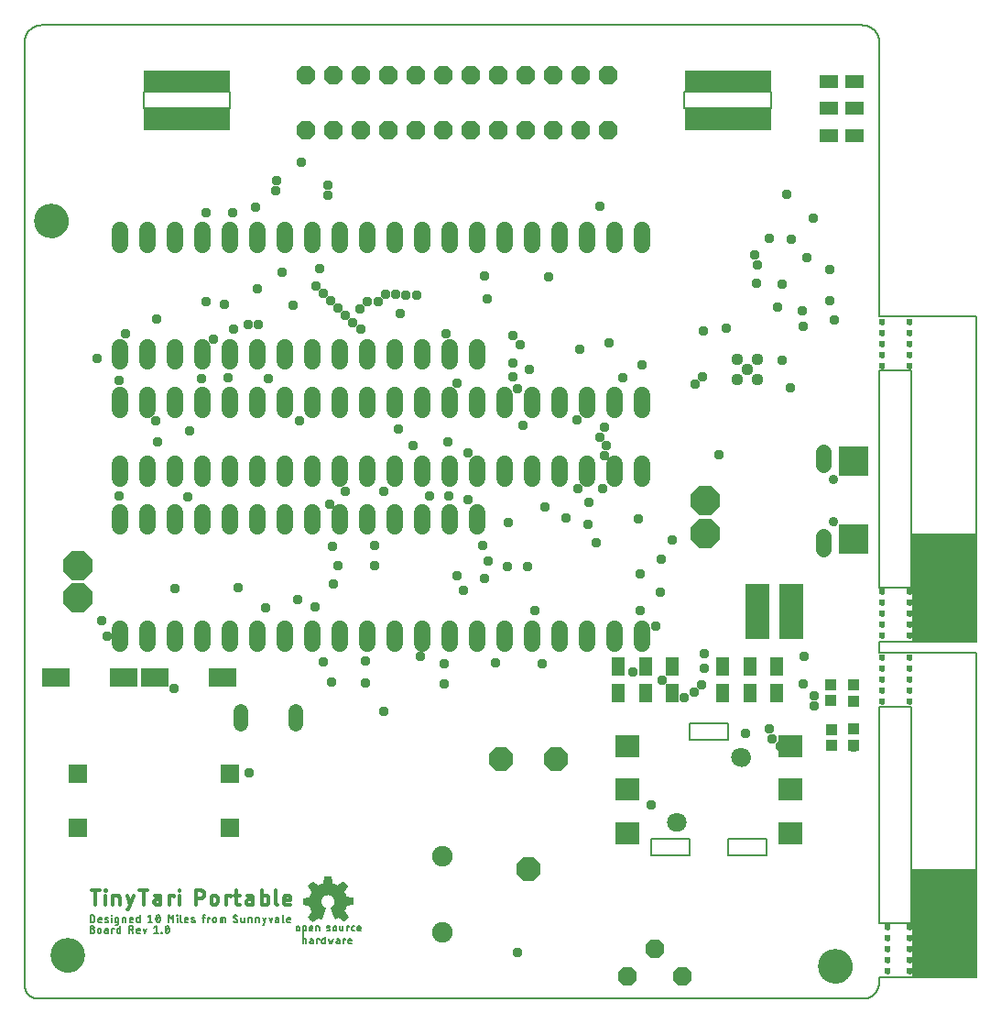
<source format=gts>
G75*
%MOIN*%
%OFA0B0*%
%FSLAX25Y25*%
%IPPOS*%
%LPD*%
%AMOC8*
5,1,8,0,0,1.08239X$1,22.5*
%
%ADD10C,0.00000*%
%ADD11C,0.12611*%
%ADD12C,0.00600*%
%ADD13C,0.00800*%
%ADD14R,0.31496X0.07874*%
%ADD15R,0.23622X0.39370*%
%ADD16C,0.02375*%
%ADD17C,0.01300*%
%ADD18C,0.06000*%
%ADD19R,0.09855X0.07099*%
%ADD20OC8,0.06737*%
%ADD21C,0.05200*%
%ADD22OC8,0.10800*%
%ADD23OC8,0.08600*%
%ADD24C,0.04375*%
%ADD25R,0.08674X0.20485*%
%ADD26R,0.03950X0.03950*%
%ADD27C,0.03556*%
%ADD28R,0.10643X0.10643*%
%ADD29C,0.05556*%
%ADD30R,0.04737X0.07099*%
%ADD31R,0.07099X0.04737*%
%ADD32C,0.07493*%
%ADD33R,0.06902X0.07099*%
%ADD34C,0.07099*%
%ADD35R,0.08674X0.08280*%
%ADD36C,0.00200*%
%ADD37C,0.03778*%
D10*
X0022953Y0025022D02*
X0022955Y0025175D01*
X0022961Y0025329D01*
X0022971Y0025482D01*
X0022985Y0025634D01*
X0023003Y0025787D01*
X0023025Y0025938D01*
X0023050Y0026089D01*
X0023080Y0026240D01*
X0023114Y0026390D01*
X0023151Y0026538D01*
X0023192Y0026686D01*
X0023237Y0026832D01*
X0023286Y0026978D01*
X0023339Y0027122D01*
X0023395Y0027264D01*
X0023455Y0027405D01*
X0023519Y0027545D01*
X0023586Y0027683D01*
X0023657Y0027819D01*
X0023732Y0027953D01*
X0023809Y0028085D01*
X0023891Y0028215D01*
X0023975Y0028343D01*
X0024063Y0028469D01*
X0024154Y0028592D01*
X0024248Y0028713D01*
X0024346Y0028831D01*
X0024446Y0028947D01*
X0024550Y0029060D01*
X0024656Y0029171D01*
X0024765Y0029279D01*
X0024877Y0029384D01*
X0024991Y0029485D01*
X0025109Y0029584D01*
X0025228Y0029680D01*
X0025350Y0029773D01*
X0025475Y0029862D01*
X0025602Y0029949D01*
X0025731Y0030031D01*
X0025862Y0030111D01*
X0025995Y0030187D01*
X0026130Y0030260D01*
X0026267Y0030329D01*
X0026406Y0030394D01*
X0026546Y0030456D01*
X0026688Y0030514D01*
X0026831Y0030569D01*
X0026976Y0030620D01*
X0027122Y0030667D01*
X0027269Y0030710D01*
X0027417Y0030749D01*
X0027566Y0030785D01*
X0027716Y0030816D01*
X0027867Y0030844D01*
X0028018Y0030868D01*
X0028171Y0030888D01*
X0028323Y0030904D01*
X0028476Y0030916D01*
X0028629Y0030924D01*
X0028782Y0030928D01*
X0028936Y0030928D01*
X0029089Y0030924D01*
X0029242Y0030916D01*
X0029395Y0030904D01*
X0029547Y0030888D01*
X0029700Y0030868D01*
X0029851Y0030844D01*
X0030002Y0030816D01*
X0030152Y0030785D01*
X0030301Y0030749D01*
X0030449Y0030710D01*
X0030596Y0030667D01*
X0030742Y0030620D01*
X0030887Y0030569D01*
X0031030Y0030514D01*
X0031172Y0030456D01*
X0031312Y0030394D01*
X0031451Y0030329D01*
X0031588Y0030260D01*
X0031723Y0030187D01*
X0031856Y0030111D01*
X0031987Y0030031D01*
X0032116Y0029949D01*
X0032243Y0029862D01*
X0032368Y0029773D01*
X0032490Y0029680D01*
X0032609Y0029584D01*
X0032727Y0029485D01*
X0032841Y0029384D01*
X0032953Y0029279D01*
X0033062Y0029171D01*
X0033168Y0029060D01*
X0033272Y0028947D01*
X0033372Y0028831D01*
X0033470Y0028713D01*
X0033564Y0028592D01*
X0033655Y0028469D01*
X0033743Y0028343D01*
X0033827Y0028215D01*
X0033909Y0028085D01*
X0033986Y0027953D01*
X0034061Y0027819D01*
X0034132Y0027683D01*
X0034199Y0027545D01*
X0034263Y0027405D01*
X0034323Y0027264D01*
X0034379Y0027122D01*
X0034432Y0026978D01*
X0034481Y0026832D01*
X0034526Y0026686D01*
X0034567Y0026538D01*
X0034604Y0026390D01*
X0034638Y0026240D01*
X0034668Y0026089D01*
X0034693Y0025938D01*
X0034715Y0025787D01*
X0034733Y0025634D01*
X0034747Y0025482D01*
X0034757Y0025329D01*
X0034763Y0025175D01*
X0034765Y0025022D01*
X0034763Y0024869D01*
X0034757Y0024715D01*
X0034747Y0024562D01*
X0034733Y0024410D01*
X0034715Y0024257D01*
X0034693Y0024106D01*
X0034668Y0023955D01*
X0034638Y0023804D01*
X0034604Y0023654D01*
X0034567Y0023506D01*
X0034526Y0023358D01*
X0034481Y0023212D01*
X0034432Y0023066D01*
X0034379Y0022922D01*
X0034323Y0022780D01*
X0034263Y0022639D01*
X0034199Y0022499D01*
X0034132Y0022361D01*
X0034061Y0022225D01*
X0033986Y0022091D01*
X0033909Y0021959D01*
X0033827Y0021829D01*
X0033743Y0021701D01*
X0033655Y0021575D01*
X0033564Y0021452D01*
X0033470Y0021331D01*
X0033372Y0021213D01*
X0033272Y0021097D01*
X0033168Y0020984D01*
X0033062Y0020873D01*
X0032953Y0020765D01*
X0032841Y0020660D01*
X0032727Y0020559D01*
X0032609Y0020460D01*
X0032490Y0020364D01*
X0032368Y0020271D01*
X0032243Y0020182D01*
X0032116Y0020095D01*
X0031987Y0020013D01*
X0031856Y0019933D01*
X0031723Y0019857D01*
X0031588Y0019784D01*
X0031451Y0019715D01*
X0031312Y0019650D01*
X0031172Y0019588D01*
X0031030Y0019530D01*
X0030887Y0019475D01*
X0030742Y0019424D01*
X0030596Y0019377D01*
X0030449Y0019334D01*
X0030301Y0019295D01*
X0030152Y0019259D01*
X0030002Y0019228D01*
X0029851Y0019200D01*
X0029700Y0019176D01*
X0029547Y0019156D01*
X0029395Y0019140D01*
X0029242Y0019128D01*
X0029089Y0019120D01*
X0028936Y0019116D01*
X0028782Y0019116D01*
X0028629Y0019120D01*
X0028476Y0019128D01*
X0028323Y0019140D01*
X0028171Y0019156D01*
X0028018Y0019176D01*
X0027867Y0019200D01*
X0027716Y0019228D01*
X0027566Y0019259D01*
X0027417Y0019295D01*
X0027269Y0019334D01*
X0027122Y0019377D01*
X0026976Y0019424D01*
X0026831Y0019475D01*
X0026688Y0019530D01*
X0026546Y0019588D01*
X0026406Y0019650D01*
X0026267Y0019715D01*
X0026130Y0019784D01*
X0025995Y0019857D01*
X0025862Y0019933D01*
X0025731Y0020013D01*
X0025602Y0020095D01*
X0025475Y0020182D01*
X0025350Y0020271D01*
X0025228Y0020364D01*
X0025109Y0020460D01*
X0024991Y0020559D01*
X0024877Y0020660D01*
X0024765Y0020765D01*
X0024656Y0020873D01*
X0024550Y0020984D01*
X0024446Y0021097D01*
X0024346Y0021213D01*
X0024248Y0021331D01*
X0024154Y0021452D01*
X0024063Y0021575D01*
X0023975Y0021701D01*
X0023891Y0021829D01*
X0023809Y0021959D01*
X0023732Y0022091D01*
X0023657Y0022225D01*
X0023586Y0022361D01*
X0023519Y0022499D01*
X0023455Y0022639D01*
X0023395Y0022780D01*
X0023339Y0022922D01*
X0023286Y0023066D01*
X0023237Y0023212D01*
X0023192Y0023358D01*
X0023151Y0023506D01*
X0023114Y0023654D01*
X0023080Y0023804D01*
X0023050Y0023955D01*
X0023025Y0024106D01*
X0023003Y0024257D01*
X0022985Y0024410D01*
X0022971Y0024562D01*
X0022961Y0024715D01*
X0022955Y0024869D01*
X0022953Y0025022D01*
X0161891Y0033479D02*
X0161893Y0033594D01*
X0161899Y0033710D01*
X0161909Y0033825D01*
X0161923Y0033940D01*
X0161941Y0034054D01*
X0161963Y0034167D01*
X0161988Y0034280D01*
X0162018Y0034391D01*
X0162051Y0034502D01*
X0162088Y0034611D01*
X0162129Y0034719D01*
X0162174Y0034826D01*
X0162222Y0034931D01*
X0162274Y0035034D01*
X0162330Y0035135D01*
X0162389Y0035235D01*
X0162451Y0035332D01*
X0162517Y0035427D01*
X0162585Y0035520D01*
X0162657Y0035610D01*
X0162732Y0035698D01*
X0162811Y0035783D01*
X0162892Y0035865D01*
X0162975Y0035945D01*
X0163062Y0036021D01*
X0163151Y0036095D01*
X0163242Y0036165D01*
X0163336Y0036233D01*
X0163432Y0036297D01*
X0163531Y0036357D01*
X0163631Y0036414D01*
X0163733Y0036468D01*
X0163837Y0036518D01*
X0163943Y0036565D01*
X0164050Y0036608D01*
X0164159Y0036647D01*
X0164269Y0036682D01*
X0164380Y0036713D01*
X0164492Y0036741D01*
X0164605Y0036765D01*
X0164719Y0036785D01*
X0164834Y0036801D01*
X0164949Y0036813D01*
X0165064Y0036821D01*
X0165179Y0036825D01*
X0165295Y0036825D01*
X0165410Y0036821D01*
X0165525Y0036813D01*
X0165640Y0036801D01*
X0165755Y0036785D01*
X0165869Y0036765D01*
X0165982Y0036741D01*
X0166094Y0036713D01*
X0166205Y0036682D01*
X0166315Y0036647D01*
X0166424Y0036608D01*
X0166531Y0036565D01*
X0166637Y0036518D01*
X0166741Y0036468D01*
X0166843Y0036414D01*
X0166943Y0036357D01*
X0167042Y0036297D01*
X0167138Y0036233D01*
X0167232Y0036165D01*
X0167323Y0036095D01*
X0167412Y0036021D01*
X0167499Y0035945D01*
X0167582Y0035865D01*
X0167663Y0035783D01*
X0167742Y0035698D01*
X0167817Y0035610D01*
X0167889Y0035520D01*
X0167957Y0035427D01*
X0168023Y0035332D01*
X0168085Y0035235D01*
X0168144Y0035135D01*
X0168200Y0035034D01*
X0168252Y0034931D01*
X0168300Y0034826D01*
X0168345Y0034719D01*
X0168386Y0034611D01*
X0168423Y0034502D01*
X0168456Y0034391D01*
X0168486Y0034280D01*
X0168511Y0034167D01*
X0168533Y0034054D01*
X0168551Y0033940D01*
X0168565Y0033825D01*
X0168575Y0033710D01*
X0168581Y0033594D01*
X0168583Y0033479D01*
X0168581Y0033364D01*
X0168575Y0033248D01*
X0168565Y0033133D01*
X0168551Y0033018D01*
X0168533Y0032904D01*
X0168511Y0032791D01*
X0168486Y0032678D01*
X0168456Y0032567D01*
X0168423Y0032456D01*
X0168386Y0032347D01*
X0168345Y0032239D01*
X0168300Y0032132D01*
X0168252Y0032027D01*
X0168200Y0031924D01*
X0168144Y0031823D01*
X0168085Y0031723D01*
X0168023Y0031626D01*
X0167957Y0031531D01*
X0167889Y0031438D01*
X0167817Y0031348D01*
X0167742Y0031260D01*
X0167663Y0031175D01*
X0167582Y0031093D01*
X0167499Y0031013D01*
X0167412Y0030937D01*
X0167323Y0030863D01*
X0167232Y0030793D01*
X0167138Y0030725D01*
X0167042Y0030661D01*
X0166943Y0030601D01*
X0166843Y0030544D01*
X0166741Y0030490D01*
X0166637Y0030440D01*
X0166531Y0030393D01*
X0166424Y0030350D01*
X0166315Y0030311D01*
X0166205Y0030276D01*
X0166094Y0030245D01*
X0165982Y0030217D01*
X0165869Y0030193D01*
X0165755Y0030173D01*
X0165640Y0030157D01*
X0165525Y0030145D01*
X0165410Y0030137D01*
X0165295Y0030133D01*
X0165179Y0030133D01*
X0165064Y0030137D01*
X0164949Y0030145D01*
X0164834Y0030157D01*
X0164719Y0030173D01*
X0164605Y0030193D01*
X0164492Y0030217D01*
X0164380Y0030245D01*
X0164269Y0030276D01*
X0164159Y0030311D01*
X0164050Y0030350D01*
X0163943Y0030393D01*
X0163837Y0030440D01*
X0163733Y0030490D01*
X0163631Y0030544D01*
X0163531Y0030601D01*
X0163432Y0030661D01*
X0163336Y0030725D01*
X0163242Y0030793D01*
X0163151Y0030863D01*
X0163062Y0030937D01*
X0162975Y0031013D01*
X0162892Y0031093D01*
X0162811Y0031175D01*
X0162732Y0031260D01*
X0162657Y0031348D01*
X0162585Y0031438D01*
X0162517Y0031531D01*
X0162451Y0031626D01*
X0162389Y0031723D01*
X0162330Y0031823D01*
X0162274Y0031924D01*
X0162222Y0032027D01*
X0162174Y0032132D01*
X0162129Y0032239D01*
X0162088Y0032347D01*
X0162051Y0032456D01*
X0162018Y0032567D01*
X0161988Y0032678D01*
X0161963Y0032791D01*
X0161941Y0032904D01*
X0161923Y0033018D01*
X0161909Y0033133D01*
X0161899Y0033248D01*
X0161893Y0033364D01*
X0161891Y0033479D01*
X0161891Y0061038D02*
X0161893Y0061153D01*
X0161899Y0061269D01*
X0161909Y0061384D01*
X0161923Y0061499D01*
X0161941Y0061613D01*
X0161963Y0061726D01*
X0161988Y0061839D01*
X0162018Y0061950D01*
X0162051Y0062061D01*
X0162088Y0062170D01*
X0162129Y0062278D01*
X0162174Y0062385D01*
X0162222Y0062490D01*
X0162274Y0062593D01*
X0162330Y0062694D01*
X0162389Y0062794D01*
X0162451Y0062891D01*
X0162517Y0062986D01*
X0162585Y0063079D01*
X0162657Y0063169D01*
X0162732Y0063257D01*
X0162811Y0063342D01*
X0162892Y0063424D01*
X0162975Y0063504D01*
X0163062Y0063580D01*
X0163151Y0063654D01*
X0163242Y0063724D01*
X0163336Y0063792D01*
X0163432Y0063856D01*
X0163531Y0063916D01*
X0163631Y0063973D01*
X0163733Y0064027D01*
X0163837Y0064077D01*
X0163943Y0064124D01*
X0164050Y0064167D01*
X0164159Y0064206D01*
X0164269Y0064241D01*
X0164380Y0064272D01*
X0164492Y0064300D01*
X0164605Y0064324D01*
X0164719Y0064344D01*
X0164834Y0064360D01*
X0164949Y0064372D01*
X0165064Y0064380D01*
X0165179Y0064384D01*
X0165295Y0064384D01*
X0165410Y0064380D01*
X0165525Y0064372D01*
X0165640Y0064360D01*
X0165755Y0064344D01*
X0165869Y0064324D01*
X0165982Y0064300D01*
X0166094Y0064272D01*
X0166205Y0064241D01*
X0166315Y0064206D01*
X0166424Y0064167D01*
X0166531Y0064124D01*
X0166637Y0064077D01*
X0166741Y0064027D01*
X0166843Y0063973D01*
X0166943Y0063916D01*
X0167042Y0063856D01*
X0167138Y0063792D01*
X0167232Y0063724D01*
X0167323Y0063654D01*
X0167412Y0063580D01*
X0167499Y0063504D01*
X0167582Y0063424D01*
X0167663Y0063342D01*
X0167742Y0063257D01*
X0167817Y0063169D01*
X0167889Y0063079D01*
X0167957Y0062986D01*
X0168023Y0062891D01*
X0168085Y0062794D01*
X0168144Y0062694D01*
X0168200Y0062593D01*
X0168252Y0062490D01*
X0168300Y0062385D01*
X0168345Y0062278D01*
X0168386Y0062170D01*
X0168423Y0062061D01*
X0168456Y0061950D01*
X0168486Y0061839D01*
X0168511Y0061726D01*
X0168533Y0061613D01*
X0168551Y0061499D01*
X0168565Y0061384D01*
X0168575Y0061269D01*
X0168581Y0061153D01*
X0168583Y0061038D01*
X0168581Y0060923D01*
X0168575Y0060807D01*
X0168565Y0060692D01*
X0168551Y0060577D01*
X0168533Y0060463D01*
X0168511Y0060350D01*
X0168486Y0060237D01*
X0168456Y0060126D01*
X0168423Y0060015D01*
X0168386Y0059906D01*
X0168345Y0059798D01*
X0168300Y0059691D01*
X0168252Y0059586D01*
X0168200Y0059483D01*
X0168144Y0059382D01*
X0168085Y0059282D01*
X0168023Y0059185D01*
X0167957Y0059090D01*
X0167889Y0058997D01*
X0167817Y0058907D01*
X0167742Y0058819D01*
X0167663Y0058734D01*
X0167582Y0058652D01*
X0167499Y0058572D01*
X0167412Y0058496D01*
X0167323Y0058422D01*
X0167232Y0058352D01*
X0167138Y0058284D01*
X0167042Y0058220D01*
X0166943Y0058160D01*
X0166843Y0058103D01*
X0166741Y0058049D01*
X0166637Y0057999D01*
X0166531Y0057952D01*
X0166424Y0057909D01*
X0166315Y0057870D01*
X0166205Y0057835D01*
X0166094Y0057804D01*
X0165982Y0057776D01*
X0165869Y0057752D01*
X0165755Y0057732D01*
X0165640Y0057716D01*
X0165525Y0057704D01*
X0165410Y0057696D01*
X0165295Y0057692D01*
X0165179Y0057692D01*
X0165064Y0057696D01*
X0164949Y0057704D01*
X0164834Y0057716D01*
X0164719Y0057732D01*
X0164605Y0057752D01*
X0164492Y0057776D01*
X0164380Y0057804D01*
X0164269Y0057835D01*
X0164159Y0057870D01*
X0164050Y0057909D01*
X0163943Y0057952D01*
X0163837Y0057999D01*
X0163733Y0058049D01*
X0163631Y0058103D01*
X0163531Y0058160D01*
X0163432Y0058220D01*
X0163336Y0058284D01*
X0163242Y0058352D01*
X0163151Y0058422D01*
X0163062Y0058496D01*
X0162975Y0058572D01*
X0162892Y0058652D01*
X0162811Y0058734D01*
X0162732Y0058819D01*
X0162657Y0058907D01*
X0162585Y0058997D01*
X0162517Y0059090D01*
X0162451Y0059185D01*
X0162389Y0059282D01*
X0162330Y0059382D01*
X0162274Y0059483D01*
X0162222Y0059586D01*
X0162174Y0059691D01*
X0162129Y0059798D01*
X0162088Y0059906D01*
X0162051Y0060015D01*
X0162018Y0060126D01*
X0161988Y0060237D01*
X0161963Y0060350D01*
X0161941Y0060463D01*
X0161923Y0060577D01*
X0161909Y0060692D01*
X0161899Y0060807D01*
X0161893Y0060923D01*
X0161891Y0061038D01*
X0247339Y0073463D02*
X0247341Y0073575D01*
X0247347Y0073686D01*
X0247357Y0073798D01*
X0247371Y0073909D01*
X0247388Y0074019D01*
X0247410Y0074129D01*
X0247436Y0074238D01*
X0247465Y0074346D01*
X0247498Y0074452D01*
X0247535Y0074558D01*
X0247576Y0074662D01*
X0247621Y0074765D01*
X0247669Y0074866D01*
X0247720Y0074965D01*
X0247775Y0075062D01*
X0247834Y0075157D01*
X0247895Y0075251D01*
X0247960Y0075342D01*
X0248029Y0075430D01*
X0248100Y0075516D01*
X0248174Y0075600D01*
X0248252Y0075680D01*
X0248332Y0075758D01*
X0248415Y0075834D01*
X0248500Y0075906D01*
X0248588Y0075975D01*
X0248678Y0076041D01*
X0248771Y0076103D01*
X0248866Y0076163D01*
X0248963Y0076219D01*
X0249061Y0076271D01*
X0249162Y0076320D01*
X0249264Y0076365D01*
X0249368Y0076407D01*
X0249473Y0076445D01*
X0249580Y0076479D01*
X0249687Y0076509D01*
X0249796Y0076536D01*
X0249905Y0076558D01*
X0250016Y0076577D01*
X0250126Y0076592D01*
X0250238Y0076603D01*
X0250349Y0076610D01*
X0250461Y0076613D01*
X0250573Y0076612D01*
X0250685Y0076607D01*
X0250796Y0076598D01*
X0250907Y0076585D01*
X0251018Y0076568D01*
X0251128Y0076548D01*
X0251237Y0076523D01*
X0251345Y0076495D01*
X0251452Y0076462D01*
X0251558Y0076426D01*
X0251662Y0076386D01*
X0251765Y0076343D01*
X0251867Y0076296D01*
X0251966Y0076245D01*
X0252064Y0076191D01*
X0252160Y0076133D01*
X0252254Y0076072D01*
X0252345Y0076008D01*
X0252434Y0075941D01*
X0252521Y0075870D01*
X0252605Y0075796D01*
X0252687Y0075720D01*
X0252765Y0075640D01*
X0252841Y0075558D01*
X0252914Y0075473D01*
X0252984Y0075386D01*
X0253050Y0075296D01*
X0253114Y0075204D01*
X0253174Y0075110D01*
X0253231Y0075014D01*
X0253284Y0074915D01*
X0253334Y0074815D01*
X0253380Y0074714D01*
X0253423Y0074610D01*
X0253462Y0074505D01*
X0253497Y0074399D01*
X0253528Y0074292D01*
X0253556Y0074183D01*
X0253579Y0074074D01*
X0253599Y0073964D01*
X0253615Y0073853D01*
X0253627Y0073742D01*
X0253635Y0073631D01*
X0253639Y0073519D01*
X0253639Y0073407D01*
X0253635Y0073295D01*
X0253627Y0073184D01*
X0253615Y0073073D01*
X0253599Y0072962D01*
X0253579Y0072852D01*
X0253556Y0072743D01*
X0253528Y0072634D01*
X0253497Y0072527D01*
X0253462Y0072421D01*
X0253423Y0072316D01*
X0253380Y0072212D01*
X0253334Y0072111D01*
X0253284Y0072011D01*
X0253231Y0071912D01*
X0253174Y0071816D01*
X0253114Y0071722D01*
X0253050Y0071630D01*
X0252984Y0071540D01*
X0252914Y0071453D01*
X0252841Y0071368D01*
X0252765Y0071286D01*
X0252687Y0071206D01*
X0252605Y0071130D01*
X0252521Y0071056D01*
X0252434Y0070985D01*
X0252345Y0070918D01*
X0252254Y0070854D01*
X0252160Y0070793D01*
X0252064Y0070735D01*
X0251966Y0070681D01*
X0251867Y0070630D01*
X0251765Y0070583D01*
X0251662Y0070540D01*
X0251558Y0070500D01*
X0251452Y0070464D01*
X0251345Y0070431D01*
X0251237Y0070403D01*
X0251128Y0070378D01*
X0251018Y0070358D01*
X0250907Y0070341D01*
X0250796Y0070328D01*
X0250685Y0070319D01*
X0250573Y0070314D01*
X0250461Y0070313D01*
X0250349Y0070316D01*
X0250238Y0070323D01*
X0250126Y0070334D01*
X0250016Y0070349D01*
X0249905Y0070368D01*
X0249796Y0070390D01*
X0249687Y0070417D01*
X0249580Y0070447D01*
X0249473Y0070481D01*
X0249368Y0070519D01*
X0249264Y0070561D01*
X0249162Y0070606D01*
X0249061Y0070655D01*
X0248963Y0070707D01*
X0248866Y0070763D01*
X0248771Y0070823D01*
X0248678Y0070885D01*
X0248588Y0070951D01*
X0248500Y0071020D01*
X0248415Y0071092D01*
X0248332Y0071168D01*
X0248252Y0071246D01*
X0248174Y0071326D01*
X0248100Y0071410D01*
X0248029Y0071496D01*
X0247960Y0071584D01*
X0247895Y0071675D01*
X0247834Y0071769D01*
X0247775Y0071864D01*
X0247720Y0071961D01*
X0247669Y0072060D01*
X0247621Y0072161D01*
X0247576Y0072264D01*
X0247535Y0072368D01*
X0247498Y0072474D01*
X0247465Y0072580D01*
X0247436Y0072688D01*
X0247410Y0072797D01*
X0247388Y0072907D01*
X0247371Y0073017D01*
X0247357Y0073128D01*
X0247347Y0073240D01*
X0247341Y0073351D01*
X0247339Y0073463D01*
X0270961Y0097085D02*
X0270963Y0097197D01*
X0270969Y0097308D01*
X0270979Y0097420D01*
X0270993Y0097531D01*
X0271010Y0097641D01*
X0271032Y0097751D01*
X0271058Y0097860D01*
X0271087Y0097968D01*
X0271120Y0098074D01*
X0271157Y0098180D01*
X0271198Y0098284D01*
X0271243Y0098387D01*
X0271291Y0098488D01*
X0271342Y0098587D01*
X0271397Y0098684D01*
X0271456Y0098779D01*
X0271517Y0098873D01*
X0271582Y0098964D01*
X0271651Y0099052D01*
X0271722Y0099138D01*
X0271796Y0099222D01*
X0271874Y0099302D01*
X0271954Y0099380D01*
X0272037Y0099456D01*
X0272122Y0099528D01*
X0272210Y0099597D01*
X0272300Y0099663D01*
X0272393Y0099725D01*
X0272488Y0099785D01*
X0272585Y0099841D01*
X0272683Y0099893D01*
X0272784Y0099942D01*
X0272886Y0099987D01*
X0272990Y0100029D01*
X0273095Y0100067D01*
X0273202Y0100101D01*
X0273309Y0100131D01*
X0273418Y0100158D01*
X0273527Y0100180D01*
X0273638Y0100199D01*
X0273748Y0100214D01*
X0273860Y0100225D01*
X0273971Y0100232D01*
X0274083Y0100235D01*
X0274195Y0100234D01*
X0274307Y0100229D01*
X0274418Y0100220D01*
X0274529Y0100207D01*
X0274640Y0100190D01*
X0274750Y0100170D01*
X0274859Y0100145D01*
X0274967Y0100117D01*
X0275074Y0100084D01*
X0275180Y0100048D01*
X0275284Y0100008D01*
X0275387Y0099965D01*
X0275489Y0099918D01*
X0275588Y0099867D01*
X0275686Y0099813D01*
X0275782Y0099755D01*
X0275876Y0099694D01*
X0275967Y0099630D01*
X0276056Y0099563D01*
X0276143Y0099492D01*
X0276227Y0099418D01*
X0276309Y0099342D01*
X0276387Y0099262D01*
X0276463Y0099180D01*
X0276536Y0099095D01*
X0276606Y0099008D01*
X0276672Y0098918D01*
X0276736Y0098826D01*
X0276796Y0098732D01*
X0276853Y0098636D01*
X0276906Y0098537D01*
X0276956Y0098437D01*
X0277002Y0098336D01*
X0277045Y0098232D01*
X0277084Y0098127D01*
X0277119Y0098021D01*
X0277150Y0097914D01*
X0277178Y0097805D01*
X0277201Y0097696D01*
X0277221Y0097586D01*
X0277237Y0097475D01*
X0277249Y0097364D01*
X0277257Y0097253D01*
X0277261Y0097141D01*
X0277261Y0097029D01*
X0277257Y0096917D01*
X0277249Y0096806D01*
X0277237Y0096695D01*
X0277221Y0096584D01*
X0277201Y0096474D01*
X0277178Y0096365D01*
X0277150Y0096256D01*
X0277119Y0096149D01*
X0277084Y0096043D01*
X0277045Y0095938D01*
X0277002Y0095834D01*
X0276956Y0095733D01*
X0276906Y0095633D01*
X0276853Y0095534D01*
X0276796Y0095438D01*
X0276736Y0095344D01*
X0276672Y0095252D01*
X0276606Y0095162D01*
X0276536Y0095075D01*
X0276463Y0094990D01*
X0276387Y0094908D01*
X0276309Y0094828D01*
X0276227Y0094752D01*
X0276143Y0094678D01*
X0276056Y0094607D01*
X0275967Y0094540D01*
X0275876Y0094476D01*
X0275782Y0094415D01*
X0275686Y0094357D01*
X0275588Y0094303D01*
X0275489Y0094252D01*
X0275387Y0094205D01*
X0275284Y0094162D01*
X0275180Y0094122D01*
X0275074Y0094086D01*
X0274967Y0094053D01*
X0274859Y0094025D01*
X0274750Y0094000D01*
X0274640Y0093980D01*
X0274529Y0093963D01*
X0274418Y0093950D01*
X0274307Y0093941D01*
X0274195Y0093936D01*
X0274083Y0093935D01*
X0273971Y0093938D01*
X0273860Y0093945D01*
X0273748Y0093956D01*
X0273638Y0093971D01*
X0273527Y0093990D01*
X0273418Y0094012D01*
X0273309Y0094039D01*
X0273202Y0094069D01*
X0273095Y0094103D01*
X0272990Y0094141D01*
X0272886Y0094183D01*
X0272784Y0094228D01*
X0272683Y0094277D01*
X0272585Y0094329D01*
X0272488Y0094385D01*
X0272393Y0094445D01*
X0272300Y0094507D01*
X0272210Y0094573D01*
X0272122Y0094642D01*
X0272037Y0094714D01*
X0271954Y0094790D01*
X0271874Y0094868D01*
X0271796Y0094948D01*
X0271722Y0095032D01*
X0271651Y0095118D01*
X0271582Y0095206D01*
X0271517Y0095297D01*
X0271456Y0095391D01*
X0271397Y0095486D01*
X0271342Y0095583D01*
X0271291Y0095682D01*
X0271243Y0095783D01*
X0271198Y0095886D01*
X0271157Y0095990D01*
X0271120Y0096096D01*
X0271087Y0096202D01*
X0271058Y0096310D01*
X0271032Y0096419D01*
X0271010Y0096529D01*
X0270993Y0096639D01*
X0270979Y0096750D01*
X0270969Y0096862D01*
X0270963Y0096973D01*
X0270961Y0097085D01*
X0324513Y0117274D02*
X0324515Y0117330D01*
X0324521Y0117385D01*
X0324531Y0117439D01*
X0324544Y0117493D01*
X0324562Y0117546D01*
X0324583Y0117597D01*
X0324607Y0117647D01*
X0324635Y0117695D01*
X0324667Y0117741D01*
X0324701Y0117785D01*
X0324739Y0117826D01*
X0324779Y0117864D01*
X0324822Y0117899D01*
X0324867Y0117931D01*
X0324915Y0117960D01*
X0324964Y0117986D01*
X0325015Y0118008D01*
X0325067Y0118026D01*
X0325121Y0118040D01*
X0325176Y0118051D01*
X0325231Y0118058D01*
X0325286Y0118061D01*
X0325342Y0118060D01*
X0325397Y0118055D01*
X0325452Y0118046D01*
X0325506Y0118034D01*
X0325559Y0118017D01*
X0325611Y0117997D01*
X0325661Y0117973D01*
X0325709Y0117946D01*
X0325756Y0117916D01*
X0325800Y0117882D01*
X0325842Y0117845D01*
X0325880Y0117805D01*
X0325917Y0117763D01*
X0325950Y0117718D01*
X0325979Y0117672D01*
X0326006Y0117623D01*
X0326028Y0117572D01*
X0326048Y0117520D01*
X0326063Y0117466D01*
X0326075Y0117412D01*
X0326083Y0117357D01*
X0326087Y0117302D01*
X0326087Y0117246D01*
X0326083Y0117191D01*
X0326075Y0117136D01*
X0326063Y0117082D01*
X0326048Y0117028D01*
X0326028Y0116976D01*
X0326006Y0116925D01*
X0325979Y0116876D01*
X0325950Y0116830D01*
X0325917Y0116785D01*
X0325880Y0116743D01*
X0325842Y0116703D01*
X0325800Y0116666D01*
X0325756Y0116632D01*
X0325709Y0116602D01*
X0325661Y0116575D01*
X0325611Y0116551D01*
X0325559Y0116531D01*
X0325506Y0116514D01*
X0325452Y0116502D01*
X0325397Y0116493D01*
X0325342Y0116488D01*
X0325286Y0116487D01*
X0325231Y0116490D01*
X0325176Y0116497D01*
X0325121Y0116508D01*
X0325067Y0116522D01*
X0325015Y0116540D01*
X0324964Y0116562D01*
X0324915Y0116588D01*
X0324867Y0116617D01*
X0324822Y0116649D01*
X0324779Y0116684D01*
X0324739Y0116722D01*
X0324701Y0116763D01*
X0324667Y0116807D01*
X0324635Y0116853D01*
X0324607Y0116901D01*
X0324583Y0116951D01*
X0324562Y0117002D01*
X0324544Y0117055D01*
X0324531Y0117109D01*
X0324521Y0117163D01*
X0324515Y0117218D01*
X0324513Y0117274D01*
X0324513Y0121274D02*
X0324515Y0121330D01*
X0324521Y0121385D01*
X0324531Y0121439D01*
X0324544Y0121493D01*
X0324562Y0121546D01*
X0324583Y0121597D01*
X0324607Y0121647D01*
X0324635Y0121695D01*
X0324667Y0121741D01*
X0324701Y0121785D01*
X0324739Y0121826D01*
X0324779Y0121864D01*
X0324822Y0121899D01*
X0324867Y0121931D01*
X0324915Y0121960D01*
X0324964Y0121986D01*
X0325015Y0122008D01*
X0325067Y0122026D01*
X0325121Y0122040D01*
X0325176Y0122051D01*
X0325231Y0122058D01*
X0325286Y0122061D01*
X0325342Y0122060D01*
X0325397Y0122055D01*
X0325452Y0122046D01*
X0325506Y0122034D01*
X0325559Y0122017D01*
X0325611Y0121997D01*
X0325661Y0121973D01*
X0325709Y0121946D01*
X0325756Y0121916D01*
X0325800Y0121882D01*
X0325842Y0121845D01*
X0325880Y0121805D01*
X0325917Y0121763D01*
X0325950Y0121718D01*
X0325979Y0121672D01*
X0326006Y0121623D01*
X0326028Y0121572D01*
X0326048Y0121520D01*
X0326063Y0121466D01*
X0326075Y0121412D01*
X0326083Y0121357D01*
X0326087Y0121302D01*
X0326087Y0121246D01*
X0326083Y0121191D01*
X0326075Y0121136D01*
X0326063Y0121082D01*
X0326048Y0121028D01*
X0326028Y0120976D01*
X0326006Y0120925D01*
X0325979Y0120876D01*
X0325950Y0120830D01*
X0325917Y0120785D01*
X0325880Y0120743D01*
X0325842Y0120703D01*
X0325800Y0120666D01*
X0325756Y0120632D01*
X0325709Y0120602D01*
X0325661Y0120575D01*
X0325611Y0120551D01*
X0325559Y0120531D01*
X0325506Y0120514D01*
X0325452Y0120502D01*
X0325397Y0120493D01*
X0325342Y0120488D01*
X0325286Y0120487D01*
X0325231Y0120490D01*
X0325176Y0120497D01*
X0325121Y0120508D01*
X0325067Y0120522D01*
X0325015Y0120540D01*
X0324964Y0120562D01*
X0324915Y0120588D01*
X0324867Y0120617D01*
X0324822Y0120649D01*
X0324779Y0120684D01*
X0324739Y0120722D01*
X0324701Y0120763D01*
X0324667Y0120807D01*
X0324635Y0120853D01*
X0324607Y0120901D01*
X0324583Y0120951D01*
X0324562Y0121002D01*
X0324544Y0121055D01*
X0324531Y0121109D01*
X0324521Y0121163D01*
X0324515Y0121218D01*
X0324513Y0121274D01*
X0324513Y0125274D02*
X0324515Y0125330D01*
X0324521Y0125385D01*
X0324531Y0125439D01*
X0324544Y0125493D01*
X0324562Y0125546D01*
X0324583Y0125597D01*
X0324607Y0125647D01*
X0324635Y0125695D01*
X0324667Y0125741D01*
X0324701Y0125785D01*
X0324739Y0125826D01*
X0324779Y0125864D01*
X0324822Y0125899D01*
X0324867Y0125931D01*
X0324915Y0125960D01*
X0324964Y0125986D01*
X0325015Y0126008D01*
X0325067Y0126026D01*
X0325121Y0126040D01*
X0325176Y0126051D01*
X0325231Y0126058D01*
X0325286Y0126061D01*
X0325342Y0126060D01*
X0325397Y0126055D01*
X0325452Y0126046D01*
X0325506Y0126034D01*
X0325559Y0126017D01*
X0325611Y0125997D01*
X0325661Y0125973D01*
X0325709Y0125946D01*
X0325756Y0125916D01*
X0325800Y0125882D01*
X0325842Y0125845D01*
X0325880Y0125805D01*
X0325917Y0125763D01*
X0325950Y0125718D01*
X0325979Y0125672D01*
X0326006Y0125623D01*
X0326028Y0125572D01*
X0326048Y0125520D01*
X0326063Y0125466D01*
X0326075Y0125412D01*
X0326083Y0125357D01*
X0326087Y0125302D01*
X0326087Y0125246D01*
X0326083Y0125191D01*
X0326075Y0125136D01*
X0326063Y0125082D01*
X0326048Y0125028D01*
X0326028Y0124976D01*
X0326006Y0124925D01*
X0325979Y0124876D01*
X0325950Y0124830D01*
X0325917Y0124785D01*
X0325880Y0124743D01*
X0325842Y0124703D01*
X0325800Y0124666D01*
X0325756Y0124632D01*
X0325709Y0124602D01*
X0325661Y0124575D01*
X0325611Y0124551D01*
X0325559Y0124531D01*
X0325506Y0124514D01*
X0325452Y0124502D01*
X0325397Y0124493D01*
X0325342Y0124488D01*
X0325286Y0124487D01*
X0325231Y0124490D01*
X0325176Y0124497D01*
X0325121Y0124508D01*
X0325067Y0124522D01*
X0325015Y0124540D01*
X0324964Y0124562D01*
X0324915Y0124588D01*
X0324867Y0124617D01*
X0324822Y0124649D01*
X0324779Y0124684D01*
X0324739Y0124722D01*
X0324701Y0124763D01*
X0324667Y0124807D01*
X0324635Y0124853D01*
X0324607Y0124901D01*
X0324583Y0124951D01*
X0324562Y0125002D01*
X0324544Y0125055D01*
X0324531Y0125109D01*
X0324521Y0125163D01*
X0324515Y0125218D01*
X0324513Y0125274D01*
X0324513Y0129274D02*
X0324515Y0129330D01*
X0324521Y0129385D01*
X0324531Y0129439D01*
X0324544Y0129493D01*
X0324562Y0129546D01*
X0324583Y0129597D01*
X0324607Y0129647D01*
X0324635Y0129695D01*
X0324667Y0129741D01*
X0324701Y0129785D01*
X0324739Y0129826D01*
X0324779Y0129864D01*
X0324822Y0129899D01*
X0324867Y0129931D01*
X0324915Y0129960D01*
X0324964Y0129986D01*
X0325015Y0130008D01*
X0325067Y0130026D01*
X0325121Y0130040D01*
X0325176Y0130051D01*
X0325231Y0130058D01*
X0325286Y0130061D01*
X0325342Y0130060D01*
X0325397Y0130055D01*
X0325452Y0130046D01*
X0325506Y0130034D01*
X0325559Y0130017D01*
X0325611Y0129997D01*
X0325661Y0129973D01*
X0325709Y0129946D01*
X0325756Y0129916D01*
X0325800Y0129882D01*
X0325842Y0129845D01*
X0325880Y0129805D01*
X0325917Y0129763D01*
X0325950Y0129718D01*
X0325979Y0129672D01*
X0326006Y0129623D01*
X0326028Y0129572D01*
X0326048Y0129520D01*
X0326063Y0129466D01*
X0326075Y0129412D01*
X0326083Y0129357D01*
X0326087Y0129302D01*
X0326087Y0129246D01*
X0326083Y0129191D01*
X0326075Y0129136D01*
X0326063Y0129082D01*
X0326048Y0129028D01*
X0326028Y0128976D01*
X0326006Y0128925D01*
X0325979Y0128876D01*
X0325950Y0128830D01*
X0325917Y0128785D01*
X0325880Y0128743D01*
X0325842Y0128703D01*
X0325800Y0128666D01*
X0325756Y0128632D01*
X0325709Y0128602D01*
X0325661Y0128575D01*
X0325611Y0128551D01*
X0325559Y0128531D01*
X0325506Y0128514D01*
X0325452Y0128502D01*
X0325397Y0128493D01*
X0325342Y0128488D01*
X0325286Y0128487D01*
X0325231Y0128490D01*
X0325176Y0128497D01*
X0325121Y0128508D01*
X0325067Y0128522D01*
X0325015Y0128540D01*
X0324964Y0128562D01*
X0324915Y0128588D01*
X0324867Y0128617D01*
X0324822Y0128649D01*
X0324779Y0128684D01*
X0324739Y0128722D01*
X0324701Y0128763D01*
X0324667Y0128807D01*
X0324635Y0128853D01*
X0324607Y0128901D01*
X0324583Y0128951D01*
X0324562Y0129002D01*
X0324544Y0129055D01*
X0324531Y0129109D01*
X0324521Y0129163D01*
X0324515Y0129218D01*
X0324513Y0129274D01*
X0324513Y0133274D02*
X0324515Y0133330D01*
X0324521Y0133385D01*
X0324531Y0133439D01*
X0324544Y0133493D01*
X0324562Y0133546D01*
X0324583Y0133597D01*
X0324607Y0133647D01*
X0324635Y0133695D01*
X0324667Y0133741D01*
X0324701Y0133785D01*
X0324739Y0133826D01*
X0324779Y0133864D01*
X0324822Y0133899D01*
X0324867Y0133931D01*
X0324915Y0133960D01*
X0324964Y0133986D01*
X0325015Y0134008D01*
X0325067Y0134026D01*
X0325121Y0134040D01*
X0325176Y0134051D01*
X0325231Y0134058D01*
X0325286Y0134061D01*
X0325342Y0134060D01*
X0325397Y0134055D01*
X0325452Y0134046D01*
X0325506Y0134034D01*
X0325559Y0134017D01*
X0325611Y0133997D01*
X0325661Y0133973D01*
X0325709Y0133946D01*
X0325756Y0133916D01*
X0325800Y0133882D01*
X0325842Y0133845D01*
X0325880Y0133805D01*
X0325917Y0133763D01*
X0325950Y0133718D01*
X0325979Y0133672D01*
X0326006Y0133623D01*
X0326028Y0133572D01*
X0326048Y0133520D01*
X0326063Y0133466D01*
X0326075Y0133412D01*
X0326083Y0133357D01*
X0326087Y0133302D01*
X0326087Y0133246D01*
X0326083Y0133191D01*
X0326075Y0133136D01*
X0326063Y0133082D01*
X0326048Y0133028D01*
X0326028Y0132976D01*
X0326006Y0132925D01*
X0325979Y0132876D01*
X0325950Y0132830D01*
X0325917Y0132785D01*
X0325880Y0132743D01*
X0325842Y0132703D01*
X0325800Y0132666D01*
X0325756Y0132632D01*
X0325709Y0132602D01*
X0325661Y0132575D01*
X0325611Y0132551D01*
X0325559Y0132531D01*
X0325506Y0132514D01*
X0325452Y0132502D01*
X0325397Y0132493D01*
X0325342Y0132488D01*
X0325286Y0132487D01*
X0325231Y0132490D01*
X0325176Y0132497D01*
X0325121Y0132508D01*
X0325067Y0132522D01*
X0325015Y0132540D01*
X0324964Y0132562D01*
X0324915Y0132588D01*
X0324867Y0132617D01*
X0324822Y0132649D01*
X0324779Y0132684D01*
X0324739Y0132722D01*
X0324701Y0132763D01*
X0324667Y0132807D01*
X0324635Y0132853D01*
X0324607Y0132901D01*
X0324583Y0132951D01*
X0324562Y0133002D01*
X0324544Y0133055D01*
X0324531Y0133109D01*
X0324521Y0133163D01*
X0324515Y0133218D01*
X0324513Y0133274D01*
X0324513Y0141274D02*
X0324515Y0141330D01*
X0324521Y0141385D01*
X0324531Y0141439D01*
X0324544Y0141493D01*
X0324562Y0141546D01*
X0324583Y0141597D01*
X0324607Y0141647D01*
X0324635Y0141695D01*
X0324667Y0141741D01*
X0324701Y0141785D01*
X0324739Y0141826D01*
X0324779Y0141864D01*
X0324822Y0141899D01*
X0324867Y0141931D01*
X0324915Y0141960D01*
X0324964Y0141986D01*
X0325015Y0142008D01*
X0325067Y0142026D01*
X0325121Y0142040D01*
X0325176Y0142051D01*
X0325231Y0142058D01*
X0325286Y0142061D01*
X0325342Y0142060D01*
X0325397Y0142055D01*
X0325452Y0142046D01*
X0325506Y0142034D01*
X0325559Y0142017D01*
X0325611Y0141997D01*
X0325661Y0141973D01*
X0325709Y0141946D01*
X0325756Y0141916D01*
X0325800Y0141882D01*
X0325842Y0141845D01*
X0325880Y0141805D01*
X0325917Y0141763D01*
X0325950Y0141718D01*
X0325979Y0141672D01*
X0326006Y0141623D01*
X0326028Y0141572D01*
X0326048Y0141520D01*
X0326063Y0141466D01*
X0326075Y0141412D01*
X0326083Y0141357D01*
X0326087Y0141302D01*
X0326087Y0141246D01*
X0326083Y0141191D01*
X0326075Y0141136D01*
X0326063Y0141082D01*
X0326048Y0141028D01*
X0326028Y0140976D01*
X0326006Y0140925D01*
X0325979Y0140876D01*
X0325950Y0140830D01*
X0325917Y0140785D01*
X0325880Y0140743D01*
X0325842Y0140703D01*
X0325800Y0140666D01*
X0325756Y0140632D01*
X0325709Y0140602D01*
X0325661Y0140575D01*
X0325611Y0140551D01*
X0325559Y0140531D01*
X0325506Y0140514D01*
X0325452Y0140502D01*
X0325397Y0140493D01*
X0325342Y0140488D01*
X0325286Y0140487D01*
X0325231Y0140490D01*
X0325176Y0140497D01*
X0325121Y0140508D01*
X0325067Y0140522D01*
X0325015Y0140540D01*
X0324964Y0140562D01*
X0324915Y0140588D01*
X0324867Y0140617D01*
X0324822Y0140649D01*
X0324779Y0140684D01*
X0324739Y0140722D01*
X0324701Y0140763D01*
X0324667Y0140807D01*
X0324635Y0140853D01*
X0324607Y0140901D01*
X0324583Y0140951D01*
X0324562Y0141002D01*
X0324544Y0141055D01*
X0324531Y0141109D01*
X0324521Y0141163D01*
X0324515Y0141218D01*
X0324513Y0141274D01*
X0324513Y0145274D02*
X0324515Y0145330D01*
X0324521Y0145385D01*
X0324531Y0145439D01*
X0324544Y0145493D01*
X0324562Y0145546D01*
X0324583Y0145597D01*
X0324607Y0145647D01*
X0324635Y0145695D01*
X0324667Y0145741D01*
X0324701Y0145785D01*
X0324739Y0145826D01*
X0324779Y0145864D01*
X0324822Y0145899D01*
X0324867Y0145931D01*
X0324915Y0145960D01*
X0324964Y0145986D01*
X0325015Y0146008D01*
X0325067Y0146026D01*
X0325121Y0146040D01*
X0325176Y0146051D01*
X0325231Y0146058D01*
X0325286Y0146061D01*
X0325342Y0146060D01*
X0325397Y0146055D01*
X0325452Y0146046D01*
X0325506Y0146034D01*
X0325559Y0146017D01*
X0325611Y0145997D01*
X0325661Y0145973D01*
X0325709Y0145946D01*
X0325756Y0145916D01*
X0325800Y0145882D01*
X0325842Y0145845D01*
X0325880Y0145805D01*
X0325917Y0145763D01*
X0325950Y0145718D01*
X0325979Y0145672D01*
X0326006Y0145623D01*
X0326028Y0145572D01*
X0326048Y0145520D01*
X0326063Y0145466D01*
X0326075Y0145412D01*
X0326083Y0145357D01*
X0326087Y0145302D01*
X0326087Y0145246D01*
X0326083Y0145191D01*
X0326075Y0145136D01*
X0326063Y0145082D01*
X0326048Y0145028D01*
X0326028Y0144976D01*
X0326006Y0144925D01*
X0325979Y0144876D01*
X0325950Y0144830D01*
X0325917Y0144785D01*
X0325880Y0144743D01*
X0325842Y0144703D01*
X0325800Y0144666D01*
X0325756Y0144632D01*
X0325709Y0144602D01*
X0325661Y0144575D01*
X0325611Y0144551D01*
X0325559Y0144531D01*
X0325506Y0144514D01*
X0325452Y0144502D01*
X0325397Y0144493D01*
X0325342Y0144488D01*
X0325286Y0144487D01*
X0325231Y0144490D01*
X0325176Y0144497D01*
X0325121Y0144508D01*
X0325067Y0144522D01*
X0325015Y0144540D01*
X0324964Y0144562D01*
X0324915Y0144588D01*
X0324867Y0144617D01*
X0324822Y0144649D01*
X0324779Y0144684D01*
X0324739Y0144722D01*
X0324701Y0144763D01*
X0324667Y0144807D01*
X0324635Y0144853D01*
X0324607Y0144901D01*
X0324583Y0144951D01*
X0324562Y0145002D01*
X0324544Y0145055D01*
X0324531Y0145109D01*
X0324521Y0145163D01*
X0324515Y0145218D01*
X0324513Y0145274D01*
X0324513Y0149274D02*
X0324515Y0149330D01*
X0324521Y0149385D01*
X0324531Y0149439D01*
X0324544Y0149493D01*
X0324562Y0149546D01*
X0324583Y0149597D01*
X0324607Y0149647D01*
X0324635Y0149695D01*
X0324667Y0149741D01*
X0324701Y0149785D01*
X0324739Y0149826D01*
X0324779Y0149864D01*
X0324822Y0149899D01*
X0324867Y0149931D01*
X0324915Y0149960D01*
X0324964Y0149986D01*
X0325015Y0150008D01*
X0325067Y0150026D01*
X0325121Y0150040D01*
X0325176Y0150051D01*
X0325231Y0150058D01*
X0325286Y0150061D01*
X0325342Y0150060D01*
X0325397Y0150055D01*
X0325452Y0150046D01*
X0325506Y0150034D01*
X0325559Y0150017D01*
X0325611Y0149997D01*
X0325661Y0149973D01*
X0325709Y0149946D01*
X0325756Y0149916D01*
X0325800Y0149882D01*
X0325842Y0149845D01*
X0325880Y0149805D01*
X0325917Y0149763D01*
X0325950Y0149718D01*
X0325979Y0149672D01*
X0326006Y0149623D01*
X0326028Y0149572D01*
X0326048Y0149520D01*
X0326063Y0149466D01*
X0326075Y0149412D01*
X0326083Y0149357D01*
X0326087Y0149302D01*
X0326087Y0149246D01*
X0326083Y0149191D01*
X0326075Y0149136D01*
X0326063Y0149082D01*
X0326048Y0149028D01*
X0326028Y0148976D01*
X0326006Y0148925D01*
X0325979Y0148876D01*
X0325950Y0148830D01*
X0325917Y0148785D01*
X0325880Y0148743D01*
X0325842Y0148703D01*
X0325800Y0148666D01*
X0325756Y0148632D01*
X0325709Y0148602D01*
X0325661Y0148575D01*
X0325611Y0148551D01*
X0325559Y0148531D01*
X0325506Y0148514D01*
X0325452Y0148502D01*
X0325397Y0148493D01*
X0325342Y0148488D01*
X0325286Y0148487D01*
X0325231Y0148490D01*
X0325176Y0148497D01*
X0325121Y0148508D01*
X0325067Y0148522D01*
X0325015Y0148540D01*
X0324964Y0148562D01*
X0324915Y0148588D01*
X0324867Y0148617D01*
X0324822Y0148649D01*
X0324779Y0148684D01*
X0324739Y0148722D01*
X0324701Y0148763D01*
X0324667Y0148807D01*
X0324635Y0148853D01*
X0324607Y0148901D01*
X0324583Y0148951D01*
X0324562Y0149002D01*
X0324544Y0149055D01*
X0324531Y0149109D01*
X0324521Y0149163D01*
X0324515Y0149218D01*
X0324513Y0149274D01*
X0324513Y0153274D02*
X0324515Y0153330D01*
X0324521Y0153385D01*
X0324531Y0153439D01*
X0324544Y0153493D01*
X0324562Y0153546D01*
X0324583Y0153597D01*
X0324607Y0153647D01*
X0324635Y0153695D01*
X0324667Y0153741D01*
X0324701Y0153785D01*
X0324739Y0153826D01*
X0324779Y0153864D01*
X0324822Y0153899D01*
X0324867Y0153931D01*
X0324915Y0153960D01*
X0324964Y0153986D01*
X0325015Y0154008D01*
X0325067Y0154026D01*
X0325121Y0154040D01*
X0325176Y0154051D01*
X0325231Y0154058D01*
X0325286Y0154061D01*
X0325342Y0154060D01*
X0325397Y0154055D01*
X0325452Y0154046D01*
X0325506Y0154034D01*
X0325559Y0154017D01*
X0325611Y0153997D01*
X0325661Y0153973D01*
X0325709Y0153946D01*
X0325756Y0153916D01*
X0325800Y0153882D01*
X0325842Y0153845D01*
X0325880Y0153805D01*
X0325917Y0153763D01*
X0325950Y0153718D01*
X0325979Y0153672D01*
X0326006Y0153623D01*
X0326028Y0153572D01*
X0326048Y0153520D01*
X0326063Y0153466D01*
X0326075Y0153412D01*
X0326083Y0153357D01*
X0326087Y0153302D01*
X0326087Y0153246D01*
X0326083Y0153191D01*
X0326075Y0153136D01*
X0326063Y0153082D01*
X0326048Y0153028D01*
X0326028Y0152976D01*
X0326006Y0152925D01*
X0325979Y0152876D01*
X0325950Y0152830D01*
X0325917Y0152785D01*
X0325880Y0152743D01*
X0325842Y0152703D01*
X0325800Y0152666D01*
X0325756Y0152632D01*
X0325709Y0152602D01*
X0325661Y0152575D01*
X0325611Y0152551D01*
X0325559Y0152531D01*
X0325506Y0152514D01*
X0325452Y0152502D01*
X0325397Y0152493D01*
X0325342Y0152488D01*
X0325286Y0152487D01*
X0325231Y0152490D01*
X0325176Y0152497D01*
X0325121Y0152508D01*
X0325067Y0152522D01*
X0325015Y0152540D01*
X0324964Y0152562D01*
X0324915Y0152588D01*
X0324867Y0152617D01*
X0324822Y0152649D01*
X0324779Y0152684D01*
X0324739Y0152722D01*
X0324701Y0152763D01*
X0324667Y0152807D01*
X0324635Y0152853D01*
X0324607Y0152901D01*
X0324583Y0152951D01*
X0324562Y0153002D01*
X0324544Y0153055D01*
X0324531Y0153109D01*
X0324521Y0153163D01*
X0324515Y0153218D01*
X0324513Y0153274D01*
X0324513Y0157274D02*
X0324515Y0157330D01*
X0324521Y0157385D01*
X0324531Y0157439D01*
X0324544Y0157493D01*
X0324562Y0157546D01*
X0324583Y0157597D01*
X0324607Y0157647D01*
X0324635Y0157695D01*
X0324667Y0157741D01*
X0324701Y0157785D01*
X0324739Y0157826D01*
X0324779Y0157864D01*
X0324822Y0157899D01*
X0324867Y0157931D01*
X0324915Y0157960D01*
X0324964Y0157986D01*
X0325015Y0158008D01*
X0325067Y0158026D01*
X0325121Y0158040D01*
X0325176Y0158051D01*
X0325231Y0158058D01*
X0325286Y0158061D01*
X0325342Y0158060D01*
X0325397Y0158055D01*
X0325452Y0158046D01*
X0325506Y0158034D01*
X0325559Y0158017D01*
X0325611Y0157997D01*
X0325661Y0157973D01*
X0325709Y0157946D01*
X0325756Y0157916D01*
X0325800Y0157882D01*
X0325842Y0157845D01*
X0325880Y0157805D01*
X0325917Y0157763D01*
X0325950Y0157718D01*
X0325979Y0157672D01*
X0326006Y0157623D01*
X0326028Y0157572D01*
X0326048Y0157520D01*
X0326063Y0157466D01*
X0326075Y0157412D01*
X0326083Y0157357D01*
X0326087Y0157302D01*
X0326087Y0157246D01*
X0326083Y0157191D01*
X0326075Y0157136D01*
X0326063Y0157082D01*
X0326048Y0157028D01*
X0326028Y0156976D01*
X0326006Y0156925D01*
X0325979Y0156876D01*
X0325950Y0156830D01*
X0325917Y0156785D01*
X0325880Y0156743D01*
X0325842Y0156703D01*
X0325800Y0156666D01*
X0325756Y0156632D01*
X0325709Y0156602D01*
X0325661Y0156575D01*
X0325611Y0156551D01*
X0325559Y0156531D01*
X0325506Y0156514D01*
X0325452Y0156502D01*
X0325397Y0156493D01*
X0325342Y0156488D01*
X0325286Y0156487D01*
X0325231Y0156490D01*
X0325176Y0156497D01*
X0325121Y0156508D01*
X0325067Y0156522D01*
X0325015Y0156540D01*
X0324964Y0156562D01*
X0324915Y0156588D01*
X0324867Y0156617D01*
X0324822Y0156649D01*
X0324779Y0156684D01*
X0324739Y0156722D01*
X0324701Y0156763D01*
X0324667Y0156807D01*
X0324635Y0156853D01*
X0324607Y0156901D01*
X0324583Y0156951D01*
X0324562Y0157002D01*
X0324544Y0157055D01*
X0324531Y0157109D01*
X0324521Y0157163D01*
X0324515Y0157218D01*
X0324513Y0157274D01*
X0334513Y0157274D02*
X0334515Y0157330D01*
X0334521Y0157385D01*
X0334531Y0157439D01*
X0334544Y0157493D01*
X0334562Y0157546D01*
X0334583Y0157597D01*
X0334607Y0157647D01*
X0334635Y0157695D01*
X0334667Y0157741D01*
X0334701Y0157785D01*
X0334739Y0157826D01*
X0334779Y0157864D01*
X0334822Y0157899D01*
X0334867Y0157931D01*
X0334915Y0157960D01*
X0334964Y0157986D01*
X0335015Y0158008D01*
X0335067Y0158026D01*
X0335121Y0158040D01*
X0335176Y0158051D01*
X0335231Y0158058D01*
X0335286Y0158061D01*
X0335342Y0158060D01*
X0335397Y0158055D01*
X0335452Y0158046D01*
X0335506Y0158034D01*
X0335559Y0158017D01*
X0335611Y0157997D01*
X0335661Y0157973D01*
X0335709Y0157946D01*
X0335756Y0157916D01*
X0335800Y0157882D01*
X0335842Y0157845D01*
X0335880Y0157805D01*
X0335917Y0157763D01*
X0335950Y0157718D01*
X0335979Y0157672D01*
X0336006Y0157623D01*
X0336028Y0157572D01*
X0336048Y0157520D01*
X0336063Y0157466D01*
X0336075Y0157412D01*
X0336083Y0157357D01*
X0336087Y0157302D01*
X0336087Y0157246D01*
X0336083Y0157191D01*
X0336075Y0157136D01*
X0336063Y0157082D01*
X0336048Y0157028D01*
X0336028Y0156976D01*
X0336006Y0156925D01*
X0335979Y0156876D01*
X0335950Y0156830D01*
X0335917Y0156785D01*
X0335880Y0156743D01*
X0335842Y0156703D01*
X0335800Y0156666D01*
X0335756Y0156632D01*
X0335709Y0156602D01*
X0335661Y0156575D01*
X0335611Y0156551D01*
X0335559Y0156531D01*
X0335506Y0156514D01*
X0335452Y0156502D01*
X0335397Y0156493D01*
X0335342Y0156488D01*
X0335286Y0156487D01*
X0335231Y0156490D01*
X0335176Y0156497D01*
X0335121Y0156508D01*
X0335067Y0156522D01*
X0335015Y0156540D01*
X0334964Y0156562D01*
X0334915Y0156588D01*
X0334867Y0156617D01*
X0334822Y0156649D01*
X0334779Y0156684D01*
X0334739Y0156722D01*
X0334701Y0156763D01*
X0334667Y0156807D01*
X0334635Y0156853D01*
X0334607Y0156901D01*
X0334583Y0156951D01*
X0334562Y0157002D01*
X0334544Y0157055D01*
X0334531Y0157109D01*
X0334521Y0157163D01*
X0334515Y0157218D01*
X0334513Y0157274D01*
X0334513Y0153274D02*
X0334515Y0153330D01*
X0334521Y0153385D01*
X0334531Y0153439D01*
X0334544Y0153493D01*
X0334562Y0153546D01*
X0334583Y0153597D01*
X0334607Y0153647D01*
X0334635Y0153695D01*
X0334667Y0153741D01*
X0334701Y0153785D01*
X0334739Y0153826D01*
X0334779Y0153864D01*
X0334822Y0153899D01*
X0334867Y0153931D01*
X0334915Y0153960D01*
X0334964Y0153986D01*
X0335015Y0154008D01*
X0335067Y0154026D01*
X0335121Y0154040D01*
X0335176Y0154051D01*
X0335231Y0154058D01*
X0335286Y0154061D01*
X0335342Y0154060D01*
X0335397Y0154055D01*
X0335452Y0154046D01*
X0335506Y0154034D01*
X0335559Y0154017D01*
X0335611Y0153997D01*
X0335661Y0153973D01*
X0335709Y0153946D01*
X0335756Y0153916D01*
X0335800Y0153882D01*
X0335842Y0153845D01*
X0335880Y0153805D01*
X0335917Y0153763D01*
X0335950Y0153718D01*
X0335979Y0153672D01*
X0336006Y0153623D01*
X0336028Y0153572D01*
X0336048Y0153520D01*
X0336063Y0153466D01*
X0336075Y0153412D01*
X0336083Y0153357D01*
X0336087Y0153302D01*
X0336087Y0153246D01*
X0336083Y0153191D01*
X0336075Y0153136D01*
X0336063Y0153082D01*
X0336048Y0153028D01*
X0336028Y0152976D01*
X0336006Y0152925D01*
X0335979Y0152876D01*
X0335950Y0152830D01*
X0335917Y0152785D01*
X0335880Y0152743D01*
X0335842Y0152703D01*
X0335800Y0152666D01*
X0335756Y0152632D01*
X0335709Y0152602D01*
X0335661Y0152575D01*
X0335611Y0152551D01*
X0335559Y0152531D01*
X0335506Y0152514D01*
X0335452Y0152502D01*
X0335397Y0152493D01*
X0335342Y0152488D01*
X0335286Y0152487D01*
X0335231Y0152490D01*
X0335176Y0152497D01*
X0335121Y0152508D01*
X0335067Y0152522D01*
X0335015Y0152540D01*
X0334964Y0152562D01*
X0334915Y0152588D01*
X0334867Y0152617D01*
X0334822Y0152649D01*
X0334779Y0152684D01*
X0334739Y0152722D01*
X0334701Y0152763D01*
X0334667Y0152807D01*
X0334635Y0152853D01*
X0334607Y0152901D01*
X0334583Y0152951D01*
X0334562Y0153002D01*
X0334544Y0153055D01*
X0334531Y0153109D01*
X0334521Y0153163D01*
X0334515Y0153218D01*
X0334513Y0153274D01*
X0334513Y0149274D02*
X0334515Y0149330D01*
X0334521Y0149385D01*
X0334531Y0149439D01*
X0334544Y0149493D01*
X0334562Y0149546D01*
X0334583Y0149597D01*
X0334607Y0149647D01*
X0334635Y0149695D01*
X0334667Y0149741D01*
X0334701Y0149785D01*
X0334739Y0149826D01*
X0334779Y0149864D01*
X0334822Y0149899D01*
X0334867Y0149931D01*
X0334915Y0149960D01*
X0334964Y0149986D01*
X0335015Y0150008D01*
X0335067Y0150026D01*
X0335121Y0150040D01*
X0335176Y0150051D01*
X0335231Y0150058D01*
X0335286Y0150061D01*
X0335342Y0150060D01*
X0335397Y0150055D01*
X0335452Y0150046D01*
X0335506Y0150034D01*
X0335559Y0150017D01*
X0335611Y0149997D01*
X0335661Y0149973D01*
X0335709Y0149946D01*
X0335756Y0149916D01*
X0335800Y0149882D01*
X0335842Y0149845D01*
X0335880Y0149805D01*
X0335917Y0149763D01*
X0335950Y0149718D01*
X0335979Y0149672D01*
X0336006Y0149623D01*
X0336028Y0149572D01*
X0336048Y0149520D01*
X0336063Y0149466D01*
X0336075Y0149412D01*
X0336083Y0149357D01*
X0336087Y0149302D01*
X0336087Y0149246D01*
X0336083Y0149191D01*
X0336075Y0149136D01*
X0336063Y0149082D01*
X0336048Y0149028D01*
X0336028Y0148976D01*
X0336006Y0148925D01*
X0335979Y0148876D01*
X0335950Y0148830D01*
X0335917Y0148785D01*
X0335880Y0148743D01*
X0335842Y0148703D01*
X0335800Y0148666D01*
X0335756Y0148632D01*
X0335709Y0148602D01*
X0335661Y0148575D01*
X0335611Y0148551D01*
X0335559Y0148531D01*
X0335506Y0148514D01*
X0335452Y0148502D01*
X0335397Y0148493D01*
X0335342Y0148488D01*
X0335286Y0148487D01*
X0335231Y0148490D01*
X0335176Y0148497D01*
X0335121Y0148508D01*
X0335067Y0148522D01*
X0335015Y0148540D01*
X0334964Y0148562D01*
X0334915Y0148588D01*
X0334867Y0148617D01*
X0334822Y0148649D01*
X0334779Y0148684D01*
X0334739Y0148722D01*
X0334701Y0148763D01*
X0334667Y0148807D01*
X0334635Y0148853D01*
X0334607Y0148901D01*
X0334583Y0148951D01*
X0334562Y0149002D01*
X0334544Y0149055D01*
X0334531Y0149109D01*
X0334521Y0149163D01*
X0334515Y0149218D01*
X0334513Y0149274D01*
X0334513Y0145274D02*
X0334515Y0145330D01*
X0334521Y0145385D01*
X0334531Y0145439D01*
X0334544Y0145493D01*
X0334562Y0145546D01*
X0334583Y0145597D01*
X0334607Y0145647D01*
X0334635Y0145695D01*
X0334667Y0145741D01*
X0334701Y0145785D01*
X0334739Y0145826D01*
X0334779Y0145864D01*
X0334822Y0145899D01*
X0334867Y0145931D01*
X0334915Y0145960D01*
X0334964Y0145986D01*
X0335015Y0146008D01*
X0335067Y0146026D01*
X0335121Y0146040D01*
X0335176Y0146051D01*
X0335231Y0146058D01*
X0335286Y0146061D01*
X0335342Y0146060D01*
X0335397Y0146055D01*
X0335452Y0146046D01*
X0335506Y0146034D01*
X0335559Y0146017D01*
X0335611Y0145997D01*
X0335661Y0145973D01*
X0335709Y0145946D01*
X0335756Y0145916D01*
X0335800Y0145882D01*
X0335842Y0145845D01*
X0335880Y0145805D01*
X0335917Y0145763D01*
X0335950Y0145718D01*
X0335979Y0145672D01*
X0336006Y0145623D01*
X0336028Y0145572D01*
X0336048Y0145520D01*
X0336063Y0145466D01*
X0336075Y0145412D01*
X0336083Y0145357D01*
X0336087Y0145302D01*
X0336087Y0145246D01*
X0336083Y0145191D01*
X0336075Y0145136D01*
X0336063Y0145082D01*
X0336048Y0145028D01*
X0336028Y0144976D01*
X0336006Y0144925D01*
X0335979Y0144876D01*
X0335950Y0144830D01*
X0335917Y0144785D01*
X0335880Y0144743D01*
X0335842Y0144703D01*
X0335800Y0144666D01*
X0335756Y0144632D01*
X0335709Y0144602D01*
X0335661Y0144575D01*
X0335611Y0144551D01*
X0335559Y0144531D01*
X0335506Y0144514D01*
X0335452Y0144502D01*
X0335397Y0144493D01*
X0335342Y0144488D01*
X0335286Y0144487D01*
X0335231Y0144490D01*
X0335176Y0144497D01*
X0335121Y0144508D01*
X0335067Y0144522D01*
X0335015Y0144540D01*
X0334964Y0144562D01*
X0334915Y0144588D01*
X0334867Y0144617D01*
X0334822Y0144649D01*
X0334779Y0144684D01*
X0334739Y0144722D01*
X0334701Y0144763D01*
X0334667Y0144807D01*
X0334635Y0144853D01*
X0334607Y0144901D01*
X0334583Y0144951D01*
X0334562Y0145002D01*
X0334544Y0145055D01*
X0334531Y0145109D01*
X0334521Y0145163D01*
X0334515Y0145218D01*
X0334513Y0145274D01*
X0334513Y0141274D02*
X0334515Y0141330D01*
X0334521Y0141385D01*
X0334531Y0141439D01*
X0334544Y0141493D01*
X0334562Y0141546D01*
X0334583Y0141597D01*
X0334607Y0141647D01*
X0334635Y0141695D01*
X0334667Y0141741D01*
X0334701Y0141785D01*
X0334739Y0141826D01*
X0334779Y0141864D01*
X0334822Y0141899D01*
X0334867Y0141931D01*
X0334915Y0141960D01*
X0334964Y0141986D01*
X0335015Y0142008D01*
X0335067Y0142026D01*
X0335121Y0142040D01*
X0335176Y0142051D01*
X0335231Y0142058D01*
X0335286Y0142061D01*
X0335342Y0142060D01*
X0335397Y0142055D01*
X0335452Y0142046D01*
X0335506Y0142034D01*
X0335559Y0142017D01*
X0335611Y0141997D01*
X0335661Y0141973D01*
X0335709Y0141946D01*
X0335756Y0141916D01*
X0335800Y0141882D01*
X0335842Y0141845D01*
X0335880Y0141805D01*
X0335917Y0141763D01*
X0335950Y0141718D01*
X0335979Y0141672D01*
X0336006Y0141623D01*
X0336028Y0141572D01*
X0336048Y0141520D01*
X0336063Y0141466D01*
X0336075Y0141412D01*
X0336083Y0141357D01*
X0336087Y0141302D01*
X0336087Y0141246D01*
X0336083Y0141191D01*
X0336075Y0141136D01*
X0336063Y0141082D01*
X0336048Y0141028D01*
X0336028Y0140976D01*
X0336006Y0140925D01*
X0335979Y0140876D01*
X0335950Y0140830D01*
X0335917Y0140785D01*
X0335880Y0140743D01*
X0335842Y0140703D01*
X0335800Y0140666D01*
X0335756Y0140632D01*
X0335709Y0140602D01*
X0335661Y0140575D01*
X0335611Y0140551D01*
X0335559Y0140531D01*
X0335506Y0140514D01*
X0335452Y0140502D01*
X0335397Y0140493D01*
X0335342Y0140488D01*
X0335286Y0140487D01*
X0335231Y0140490D01*
X0335176Y0140497D01*
X0335121Y0140508D01*
X0335067Y0140522D01*
X0335015Y0140540D01*
X0334964Y0140562D01*
X0334915Y0140588D01*
X0334867Y0140617D01*
X0334822Y0140649D01*
X0334779Y0140684D01*
X0334739Y0140722D01*
X0334701Y0140763D01*
X0334667Y0140807D01*
X0334635Y0140853D01*
X0334607Y0140901D01*
X0334583Y0140951D01*
X0334562Y0141002D01*
X0334544Y0141055D01*
X0334531Y0141109D01*
X0334521Y0141163D01*
X0334515Y0141218D01*
X0334513Y0141274D01*
X0334513Y0133274D02*
X0334515Y0133330D01*
X0334521Y0133385D01*
X0334531Y0133439D01*
X0334544Y0133493D01*
X0334562Y0133546D01*
X0334583Y0133597D01*
X0334607Y0133647D01*
X0334635Y0133695D01*
X0334667Y0133741D01*
X0334701Y0133785D01*
X0334739Y0133826D01*
X0334779Y0133864D01*
X0334822Y0133899D01*
X0334867Y0133931D01*
X0334915Y0133960D01*
X0334964Y0133986D01*
X0335015Y0134008D01*
X0335067Y0134026D01*
X0335121Y0134040D01*
X0335176Y0134051D01*
X0335231Y0134058D01*
X0335286Y0134061D01*
X0335342Y0134060D01*
X0335397Y0134055D01*
X0335452Y0134046D01*
X0335506Y0134034D01*
X0335559Y0134017D01*
X0335611Y0133997D01*
X0335661Y0133973D01*
X0335709Y0133946D01*
X0335756Y0133916D01*
X0335800Y0133882D01*
X0335842Y0133845D01*
X0335880Y0133805D01*
X0335917Y0133763D01*
X0335950Y0133718D01*
X0335979Y0133672D01*
X0336006Y0133623D01*
X0336028Y0133572D01*
X0336048Y0133520D01*
X0336063Y0133466D01*
X0336075Y0133412D01*
X0336083Y0133357D01*
X0336087Y0133302D01*
X0336087Y0133246D01*
X0336083Y0133191D01*
X0336075Y0133136D01*
X0336063Y0133082D01*
X0336048Y0133028D01*
X0336028Y0132976D01*
X0336006Y0132925D01*
X0335979Y0132876D01*
X0335950Y0132830D01*
X0335917Y0132785D01*
X0335880Y0132743D01*
X0335842Y0132703D01*
X0335800Y0132666D01*
X0335756Y0132632D01*
X0335709Y0132602D01*
X0335661Y0132575D01*
X0335611Y0132551D01*
X0335559Y0132531D01*
X0335506Y0132514D01*
X0335452Y0132502D01*
X0335397Y0132493D01*
X0335342Y0132488D01*
X0335286Y0132487D01*
X0335231Y0132490D01*
X0335176Y0132497D01*
X0335121Y0132508D01*
X0335067Y0132522D01*
X0335015Y0132540D01*
X0334964Y0132562D01*
X0334915Y0132588D01*
X0334867Y0132617D01*
X0334822Y0132649D01*
X0334779Y0132684D01*
X0334739Y0132722D01*
X0334701Y0132763D01*
X0334667Y0132807D01*
X0334635Y0132853D01*
X0334607Y0132901D01*
X0334583Y0132951D01*
X0334562Y0133002D01*
X0334544Y0133055D01*
X0334531Y0133109D01*
X0334521Y0133163D01*
X0334515Y0133218D01*
X0334513Y0133274D01*
X0334513Y0129274D02*
X0334515Y0129330D01*
X0334521Y0129385D01*
X0334531Y0129439D01*
X0334544Y0129493D01*
X0334562Y0129546D01*
X0334583Y0129597D01*
X0334607Y0129647D01*
X0334635Y0129695D01*
X0334667Y0129741D01*
X0334701Y0129785D01*
X0334739Y0129826D01*
X0334779Y0129864D01*
X0334822Y0129899D01*
X0334867Y0129931D01*
X0334915Y0129960D01*
X0334964Y0129986D01*
X0335015Y0130008D01*
X0335067Y0130026D01*
X0335121Y0130040D01*
X0335176Y0130051D01*
X0335231Y0130058D01*
X0335286Y0130061D01*
X0335342Y0130060D01*
X0335397Y0130055D01*
X0335452Y0130046D01*
X0335506Y0130034D01*
X0335559Y0130017D01*
X0335611Y0129997D01*
X0335661Y0129973D01*
X0335709Y0129946D01*
X0335756Y0129916D01*
X0335800Y0129882D01*
X0335842Y0129845D01*
X0335880Y0129805D01*
X0335917Y0129763D01*
X0335950Y0129718D01*
X0335979Y0129672D01*
X0336006Y0129623D01*
X0336028Y0129572D01*
X0336048Y0129520D01*
X0336063Y0129466D01*
X0336075Y0129412D01*
X0336083Y0129357D01*
X0336087Y0129302D01*
X0336087Y0129246D01*
X0336083Y0129191D01*
X0336075Y0129136D01*
X0336063Y0129082D01*
X0336048Y0129028D01*
X0336028Y0128976D01*
X0336006Y0128925D01*
X0335979Y0128876D01*
X0335950Y0128830D01*
X0335917Y0128785D01*
X0335880Y0128743D01*
X0335842Y0128703D01*
X0335800Y0128666D01*
X0335756Y0128632D01*
X0335709Y0128602D01*
X0335661Y0128575D01*
X0335611Y0128551D01*
X0335559Y0128531D01*
X0335506Y0128514D01*
X0335452Y0128502D01*
X0335397Y0128493D01*
X0335342Y0128488D01*
X0335286Y0128487D01*
X0335231Y0128490D01*
X0335176Y0128497D01*
X0335121Y0128508D01*
X0335067Y0128522D01*
X0335015Y0128540D01*
X0334964Y0128562D01*
X0334915Y0128588D01*
X0334867Y0128617D01*
X0334822Y0128649D01*
X0334779Y0128684D01*
X0334739Y0128722D01*
X0334701Y0128763D01*
X0334667Y0128807D01*
X0334635Y0128853D01*
X0334607Y0128901D01*
X0334583Y0128951D01*
X0334562Y0129002D01*
X0334544Y0129055D01*
X0334531Y0129109D01*
X0334521Y0129163D01*
X0334515Y0129218D01*
X0334513Y0129274D01*
X0334513Y0125274D02*
X0334515Y0125330D01*
X0334521Y0125385D01*
X0334531Y0125439D01*
X0334544Y0125493D01*
X0334562Y0125546D01*
X0334583Y0125597D01*
X0334607Y0125647D01*
X0334635Y0125695D01*
X0334667Y0125741D01*
X0334701Y0125785D01*
X0334739Y0125826D01*
X0334779Y0125864D01*
X0334822Y0125899D01*
X0334867Y0125931D01*
X0334915Y0125960D01*
X0334964Y0125986D01*
X0335015Y0126008D01*
X0335067Y0126026D01*
X0335121Y0126040D01*
X0335176Y0126051D01*
X0335231Y0126058D01*
X0335286Y0126061D01*
X0335342Y0126060D01*
X0335397Y0126055D01*
X0335452Y0126046D01*
X0335506Y0126034D01*
X0335559Y0126017D01*
X0335611Y0125997D01*
X0335661Y0125973D01*
X0335709Y0125946D01*
X0335756Y0125916D01*
X0335800Y0125882D01*
X0335842Y0125845D01*
X0335880Y0125805D01*
X0335917Y0125763D01*
X0335950Y0125718D01*
X0335979Y0125672D01*
X0336006Y0125623D01*
X0336028Y0125572D01*
X0336048Y0125520D01*
X0336063Y0125466D01*
X0336075Y0125412D01*
X0336083Y0125357D01*
X0336087Y0125302D01*
X0336087Y0125246D01*
X0336083Y0125191D01*
X0336075Y0125136D01*
X0336063Y0125082D01*
X0336048Y0125028D01*
X0336028Y0124976D01*
X0336006Y0124925D01*
X0335979Y0124876D01*
X0335950Y0124830D01*
X0335917Y0124785D01*
X0335880Y0124743D01*
X0335842Y0124703D01*
X0335800Y0124666D01*
X0335756Y0124632D01*
X0335709Y0124602D01*
X0335661Y0124575D01*
X0335611Y0124551D01*
X0335559Y0124531D01*
X0335506Y0124514D01*
X0335452Y0124502D01*
X0335397Y0124493D01*
X0335342Y0124488D01*
X0335286Y0124487D01*
X0335231Y0124490D01*
X0335176Y0124497D01*
X0335121Y0124508D01*
X0335067Y0124522D01*
X0335015Y0124540D01*
X0334964Y0124562D01*
X0334915Y0124588D01*
X0334867Y0124617D01*
X0334822Y0124649D01*
X0334779Y0124684D01*
X0334739Y0124722D01*
X0334701Y0124763D01*
X0334667Y0124807D01*
X0334635Y0124853D01*
X0334607Y0124901D01*
X0334583Y0124951D01*
X0334562Y0125002D01*
X0334544Y0125055D01*
X0334531Y0125109D01*
X0334521Y0125163D01*
X0334515Y0125218D01*
X0334513Y0125274D01*
X0334513Y0121274D02*
X0334515Y0121330D01*
X0334521Y0121385D01*
X0334531Y0121439D01*
X0334544Y0121493D01*
X0334562Y0121546D01*
X0334583Y0121597D01*
X0334607Y0121647D01*
X0334635Y0121695D01*
X0334667Y0121741D01*
X0334701Y0121785D01*
X0334739Y0121826D01*
X0334779Y0121864D01*
X0334822Y0121899D01*
X0334867Y0121931D01*
X0334915Y0121960D01*
X0334964Y0121986D01*
X0335015Y0122008D01*
X0335067Y0122026D01*
X0335121Y0122040D01*
X0335176Y0122051D01*
X0335231Y0122058D01*
X0335286Y0122061D01*
X0335342Y0122060D01*
X0335397Y0122055D01*
X0335452Y0122046D01*
X0335506Y0122034D01*
X0335559Y0122017D01*
X0335611Y0121997D01*
X0335661Y0121973D01*
X0335709Y0121946D01*
X0335756Y0121916D01*
X0335800Y0121882D01*
X0335842Y0121845D01*
X0335880Y0121805D01*
X0335917Y0121763D01*
X0335950Y0121718D01*
X0335979Y0121672D01*
X0336006Y0121623D01*
X0336028Y0121572D01*
X0336048Y0121520D01*
X0336063Y0121466D01*
X0336075Y0121412D01*
X0336083Y0121357D01*
X0336087Y0121302D01*
X0336087Y0121246D01*
X0336083Y0121191D01*
X0336075Y0121136D01*
X0336063Y0121082D01*
X0336048Y0121028D01*
X0336028Y0120976D01*
X0336006Y0120925D01*
X0335979Y0120876D01*
X0335950Y0120830D01*
X0335917Y0120785D01*
X0335880Y0120743D01*
X0335842Y0120703D01*
X0335800Y0120666D01*
X0335756Y0120632D01*
X0335709Y0120602D01*
X0335661Y0120575D01*
X0335611Y0120551D01*
X0335559Y0120531D01*
X0335506Y0120514D01*
X0335452Y0120502D01*
X0335397Y0120493D01*
X0335342Y0120488D01*
X0335286Y0120487D01*
X0335231Y0120490D01*
X0335176Y0120497D01*
X0335121Y0120508D01*
X0335067Y0120522D01*
X0335015Y0120540D01*
X0334964Y0120562D01*
X0334915Y0120588D01*
X0334867Y0120617D01*
X0334822Y0120649D01*
X0334779Y0120684D01*
X0334739Y0120722D01*
X0334701Y0120763D01*
X0334667Y0120807D01*
X0334635Y0120853D01*
X0334607Y0120901D01*
X0334583Y0120951D01*
X0334562Y0121002D01*
X0334544Y0121055D01*
X0334531Y0121109D01*
X0334521Y0121163D01*
X0334515Y0121218D01*
X0334513Y0121274D01*
X0334513Y0117274D02*
X0334515Y0117330D01*
X0334521Y0117385D01*
X0334531Y0117439D01*
X0334544Y0117493D01*
X0334562Y0117546D01*
X0334583Y0117597D01*
X0334607Y0117647D01*
X0334635Y0117695D01*
X0334667Y0117741D01*
X0334701Y0117785D01*
X0334739Y0117826D01*
X0334779Y0117864D01*
X0334822Y0117899D01*
X0334867Y0117931D01*
X0334915Y0117960D01*
X0334964Y0117986D01*
X0335015Y0118008D01*
X0335067Y0118026D01*
X0335121Y0118040D01*
X0335176Y0118051D01*
X0335231Y0118058D01*
X0335286Y0118061D01*
X0335342Y0118060D01*
X0335397Y0118055D01*
X0335452Y0118046D01*
X0335506Y0118034D01*
X0335559Y0118017D01*
X0335611Y0117997D01*
X0335661Y0117973D01*
X0335709Y0117946D01*
X0335756Y0117916D01*
X0335800Y0117882D01*
X0335842Y0117845D01*
X0335880Y0117805D01*
X0335917Y0117763D01*
X0335950Y0117718D01*
X0335979Y0117672D01*
X0336006Y0117623D01*
X0336028Y0117572D01*
X0336048Y0117520D01*
X0336063Y0117466D01*
X0336075Y0117412D01*
X0336083Y0117357D01*
X0336087Y0117302D01*
X0336087Y0117246D01*
X0336083Y0117191D01*
X0336075Y0117136D01*
X0336063Y0117082D01*
X0336048Y0117028D01*
X0336028Y0116976D01*
X0336006Y0116925D01*
X0335979Y0116876D01*
X0335950Y0116830D01*
X0335917Y0116785D01*
X0335880Y0116743D01*
X0335842Y0116703D01*
X0335800Y0116666D01*
X0335756Y0116632D01*
X0335709Y0116602D01*
X0335661Y0116575D01*
X0335611Y0116551D01*
X0335559Y0116531D01*
X0335506Y0116514D01*
X0335452Y0116502D01*
X0335397Y0116493D01*
X0335342Y0116488D01*
X0335286Y0116487D01*
X0335231Y0116490D01*
X0335176Y0116497D01*
X0335121Y0116508D01*
X0335067Y0116522D01*
X0335015Y0116540D01*
X0334964Y0116562D01*
X0334915Y0116588D01*
X0334867Y0116617D01*
X0334822Y0116649D01*
X0334779Y0116684D01*
X0334739Y0116722D01*
X0334701Y0116763D01*
X0334667Y0116807D01*
X0334635Y0116853D01*
X0334607Y0116901D01*
X0334583Y0116951D01*
X0334562Y0117002D01*
X0334544Y0117055D01*
X0334531Y0117109D01*
X0334521Y0117163D01*
X0334515Y0117218D01*
X0334513Y0117274D01*
X0316207Y0175144D02*
X0313845Y0175144D01*
X0313779Y0175152D01*
X0313715Y0175164D01*
X0313651Y0175180D01*
X0313588Y0175199D01*
X0313527Y0175223D01*
X0313467Y0175250D01*
X0313409Y0175280D01*
X0313353Y0175314D01*
X0313299Y0175351D01*
X0313247Y0175392D01*
X0313198Y0175436D01*
X0313151Y0175482D01*
X0313108Y0175531D01*
X0313067Y0175583D01*
X0313030Y0175637D01*
X0312996Y0175693D01*
X0312966Y0175751D01*
X0312939Y0175811D01*
X0312915Y0175872D01*
X0312896Y0175935D01*
X0312880Y0175999D01*
X0312868Y0176063D01*
X0312860Y0176129D01*
X0312856Y0176194D01*
X0312856Y0176260D01*
X0312860Y0176325D01*
X0312860Y0176326D02*
X0312856Y0176391D01*
X0312856Y0176457D01*
X0312860Y0176522D01*
X0312868Y0176588D01*
X0312880Y0176652D01*
X0312896Y0176716D01*
X0312915Y0176779D01*
X0312939Y0176840D01*
X0312966Y0176900D01*
X0312996Y0176958D01*
X0313030Y0177014D01*
X0313067Y0177068D01*
X0313108Y0177120D01*
X0313151Y0177169D01*
X0313198Y0177215D01*
X0313247Y0177259D01*
X0313299Y0177300D01*
X0313353Y0177337D01*
X0313409Y0177371D01*
X0313467Y0177401D01*
X0313527Y0177428D01*
X0313588Y0177452D01*
X0313651Y0177471D01*
X0313715Y0177487D01*
X0313779Y0177499D01*
X0313845Y0177507D01*
X0313845Y0177506D02*
X0316207Y0177506D01*
X0316207Y0177507D02*
X0316270Y0177499D01*
X0316332Y0177488D01*
X0316394Y0177473D01*
X0316454Y0177455D01*
X0316514Y0177433D01*
X0316572Y0177408D01*
X0316628Y0177379D01*
X0316683Y0177347D01*
X0316735Y0177312D01*
X0316786Y0177274D01*
X0316834Y0177234D01*
X0316880Y0177190D01*
X0316923Y0177144D01*
X0316964Y0177095D01*
X0317002Y0177044D01*
X0317036Y0176992D01*
X0317068Y0176937D01*
X0317096Y0176880D01*
X0317121Y0176822D01*
X0317142Y0176762D01*
X0317160Y0176702D01*
X0317174Y0176640D01*
X0317185Y0176578D01*
X0317192Y0176515D01*
X0317196Y0176452D01*
X0317195Y0176389D01*
X0317192Y0176326D01*
X0317192Y0176325D02*
X0317195Y0176262D01*
X0317196Y0176199D01*
X0317192Y0176136D01*
X0317185Y0176073D01*
X0317174Y0176011D01*
X0317160Y0175949D01*
X0317142Y0175889D01*
X0317121Y0175829D01*
X0317096Y0175771D01*
X0317068Y0175714D01*
X0317036Y0175659D01*
X0317002Y0175607D01*
X0316964Y0175556D01*
X0316923Y0175507D01*
X0316880Y0175461D01*
X0316834Y0175417D01*
X0316786Y0175377D01*
X0316735Y0175339D01*
X0316683Y0175304D01*
X0316628Y0175272D01*
X0316572Y0175243D01*
X0316514Y0175218D01*
X0316454Y0175196D01*
X0316394Y0175178D01*
X0316332Y0175163D01*
X0316270Y0175152D01*
X0316207Y0175144D01*
X0306168Y0182821D02*
X0306170Y0182895D01*
X0306176Y0182969D01*
X0306186Y0183042D01*
X0306200Y0183115D01*
X0306217Y0183187D01*
X0306239Y0183257D01*
X0306264Y0183327D01*
X0306293Y0183395D01*
X0306326Y0183461D01*
X0306362Y0183526D01*
X0306402Y0183588D01*
X0306444Y0183649D01*
X0306490Y0183707D01*
X0306539Y0183762D01*
X0306591Y0183815D01*
X0306646Y0183865D01*
X0306703Y0183911D01*
X0306763Y0183955D01*
X0306825Y0183995D01*
X0306889Y0184032D01*
X0306955Y0184066D01*
X0307023Y0184096D01*
X0307092Y0184122D01*
X0307163Y0184145D01*
X0307234Y0184163D01*
X0307307Y0184178D01*
X0307380Y0184189D01*
X0307454Y0184196D01*
X0307528Y0184199D01*
X0307601Y0184198D01*
X0307675Y0184193D01*
X0307749Y0184184D01*
X0307822Y0184171D01*
X0307894Y0184154D01*
X0307965Y0184134D01*
X0308035Y0184109D01*
X0308103Y0184081D01*
X0308170Y0184050D01*
X0308235Y0184014D01*
X0308298Y0183976D01*
X0308359Y0183934D01*
X0308418Y0183888D01*
X0308474Y0183840D01*
X0308527Y0183789D01*
X0308577Y0183735D01*
X0308625Y0183678D01*
X0308669Y0183619D01*
X0308711Y0183557D01*
X0308749Y0183494D01*
X0308783Y0183428D01*
X0308814Y0183361D01*
X0308841Y0183292D01*
X0308864Y0183222D01*
X0308884Y0183151D01*
X0308900Y0183078D01*
X0308912Y0183005D01*
X0308920Y0182932D01*
X0308924Y0182858D01*
X0308924Y0182784D01*
X0308920Y0182710D01*
X0308912Y0182637D01*
X0308900Y0182564D01*
X0308884Y0182491D01*
X0308864Y0182420D01*
X0308841Y0182350D01*
X0308814Y0182281D01*
X0308783Y0182214D01*
X0308749Y0182148D01*
X0308711Y0182085D01*
X0308669Y0182023D01*
X0308625Y0181964D01*
X0308577Y0181907D01*
X0308527Y0181853D01*
X0308474Y0181802D01*
X0308418Y0181754D01*
X0308359Y0181708D01*
X0308298Y0181666D01*
X0308235Y0181628D01*
X0308170Y0181592D01*
X0308103Y0181561D01*
X0308035Y0181533D01*
X0307965Y0181508D01*
X0307894Y0181488D01*
X0307822Y0181471D01*
X0307749Y0181458D01*
X0307675Y0181449D01*
X0307601Y0181444D01*
X0307528Y0181443D01*
X0307454Y0181446D01*
X0307380Y0181453D01*
X0307307Y0181464D01*
X0307234Y0181479D01*
X0307163Y0181497D01*
X0307092Y0181520D01*
X0307023Y0181546D01*
X0306955Y0181576D01*
X0306889Y0181610D01*
X0306825Y0181647D01*
X0306763Y0181687D01*
X0306703Y0181731D01*
X0306646Y0181777D01*
X0306591Y0181827D01*
X0306539Y0181880D01*
X0306490Y0181935D01*
X0306444Y0181993D01*
X0306402Y0182054D01*
X0306362Y0182116D01*
X0306326Y0182181D01*
X0306293Y0182247D01*
X0306264Y0182315D01*
X0306239Y0182385D01*
X0306217Y0182455D01*
X0306200Y0182527D01*
X0306186Y0182600D01*
X0306176Y0182673D01*
X0306170Y0182747D01*
X0306168Y0182821D01*
X0306168Y0198176D02*
X0306170Y0198250D01*
X0306176Y0198324D01*
X0306186Y0198397D01*
X0306200Y0198470D01*
X0306217Y0198542D01*
X0306239Y0198612D01*
X0306264Y0198682D01*
X0306293Y0198750D01*
X0306326Y0198816D01*
X0306362Y0198881D01*
X0306402Y0198943D01*
X0306444Y0199004D01*
X0306490Y0199062D01*
X0306539Y0199117D01*
X0306591Y0199170D01*
X0306646Y0199220D01*
X0306703Y0199266D01*
X0306763Y0199310D01*
X0306825Y0199350D01*
X0306889Y0199387D01*
X0306955Y0199421D01*
X0307023Y0199451D01*
X0307092Y0199477D01*
X0307163Y0199500D01*
X0307234Y0199518D01*
X0307307Y0199533D01*
X0307380Y0199544D01*
X0307454Y0199551D01*
X0307528Y0199554D01*
X0307601Y0199553D01*
X0307675Y0199548D01*
X0307749Y0199539D01*
X0307822Y0199526D01*
X0307894Y0199509D01*
X0307965Y0199489D01*
X0308035Y0199464D01*
X0308103Y0199436D01*
X0308170Y0199405D01*
X0308235Y0199369D01*
X0308298Y0199331D01*
X0308359Y0199289D01*
X0308418Y0199243D01*
X0308474Y0199195D01*
X0308527Y0199144D01*
X0308577Y0199090D01*
X0308625Y0199033D01*
X0308669Y0198974D01*
X0308711Y0198912D01*
X0308749Y0198849D01*
X0308783Y0198783D01*
X0308814Y0198716D01*
X0308841Y0198647D01*
X0308864Y0198577D01*
X0308884Y0198506D01*
X0308900Y0198433D01*
X0308912Y0198360D01*
X0308920Y0198287D01*
X0308924Y0198213D01*
X0308924Y0198139D01*
X0308920Y0198065D01*
X0308912Y0197992D01*
X0308900Y0197919D01*
X0308884Y0197846D01*
X0308864Y0197775D01*
X0308841Y0197705D01*
X0308814Y0197636D01*
X0308783Y0197569D01*
X0308749Y0197503D01*
X0308711Y0197440D01*
X0308669Y0197378D01*
X0308625Y0197319D01*
X0308577Y0197262D01*
X0308527Y0197208D01*
X0308474Y0197157D01*
X0308418Y0197109D01*
X0308359Y0197063D01*
X0308298Y0197021D01*
X0308235Y0196983D01*
X0308170Y0196947D01*
X0308103Y0196916D01*
X0308035Y0196888D01*
X0307965Y0196863D01*
X0307894Y0196843D01*
X0307822Y0196826D01*
X0307749Y0196813D01*
X0307675Y0196804D01*
X0307601Y0196799D01*
X0307528Y0196798D01*
X0307454Y0196801D01*
X0307380Y0196808D01*
X0307307Y0196819D01*
X0307234Y0196834D01*
X0307163Y0196852D01*
X0307092Y0196875D01*
X0307023Y0196901D01*
X0306955Y0196931D01*
X0306889Y0196965D01*
X0306825Y0197002D01*
X0306763Y0197042D01*
X0306703Y0197086D01*
X0306646Y0197132D01*
X0306591Y0197182D01*
X0306539Y0197235D01*
X0306490Y0197290D01*
X0306444Y0197348D01*
X0306402Y0197409D01*
X0306362Y0197471D01*
X0306326Y0197536D01*
X0306293Y0197602D01*
X0306264Y0197670D01*
X0306239Y0197740D01*
X0306217Y0197810D01*
X0306200Y0197882D01*
X0306186Y0197955D01*
X0306176Y0198028D01*
X0306170Y0198102D01*
X0306168Y0198176D01*
X0313845Y0203491D02*
X0316207Y0203491D01*
X0316207Y0203490D02*
X0316270Y0203498D01*
X0316332Y0203509D01*
X0316394Y0203524D01*
X0316454Y0203542D01*
X0316514Y0203564D01*
X0316572Y0203589D01*
X0316628Y0203618D01*
X0316683Y0203650D01*
X0316735Y0203685D01*
X0316786Y0203723D01*
X0316834Y0203763D01*
X0316880Y0203807D01*
X0316923Y0203853D01*
X0316964Y0203902D01*
X0317002Y0203953D01*
X0317036Y0204005D01*
X0317068Y0204060D01*
X0317096Y0204117D01*
X0317121Y0204175D01*
X0317142Y0204235D01*
X0317160Y0204295D01*
X0317174Y0204357D01*
X0317185Y0204419D01*
X0317192Y0204482D01*
X0317196Y0204545D01*
X0317195Y0204608D01*
X0317192Y0204671D01*
X0317192Y0204672D02*
X0317195Y0204735D01*
X0317196Y0204798D01*
X0317192Y0204861D01*
X0317185Y0204924D01*
X0317174Y0204986D01*
X0317160Y0205048D01*
X0317142Y0205108D01*
X0317121Y0205168D01*
X0317096Y0205226D01*
X0317068Y0205283D01*
X0317036Y0205338D01*
X0317002Y0205390D01*
X0316964Y0205441D01*
X0316923Y0205490D01*
X0316880Y0205536D01*
X0316834Y0205580D01*
X0316786Y0205620D01*
X0316735Y0205658D01*
X0316683Y0205693D01*
X0316628Y0205725D01*
X0316572Y0205754D01*
X0316514Y0205779D01*
X0316454Y0205801D01*
X0316394Y0205819D01*
X0316332Y0205834D01*
X0316270Y0205845D01*
X0316207Y0205853D01*
X0313845Y0205853D01*
X0313779Y0205845D01*
X0313715Y0205833D01*
X0313651Y0205817D01*
X0313588Y0205798D01*
X0313527Y0205774D01*
X0313467Y0205747D01*
X0313409Y0205717D01*
X0313353Y0205683D01*
X0313299Y0205646D01*
X0313247Y0205605D01*
X0313198Y0205561D01*
X0313151Y0205515D01*
X0313108Y0205466D01*
X0313067Y0205414D01*
X0313030Y0205360D01*
X0312996Y0205304D01*
X0312966Y0205246D01*
X0312939Y0205186D01*
X0312915Y0205125D01*
X0312896Y0205062D01*
X0312880Y0204998D01*
X0312868Y0204934D01*
X0312860Y0204868D01*
X0312856Y0204803D01*
X0312856Y0204737D01*
X0312860Y0204672D01*
X0312860Y0204671D02*
X0312856Y0204606D01*
X0312856Y0204540D01*
X0312860Y0204475D01*
X0312868Y0204409D01*
X0312880Y0204345D01*
X0312896Y0204281D01*
X0312915Y0204218D01*
X0312939Y0204157D01*
X0312966Y0204097D01*
X0312996Y0204039D01*
X0313030Y0203983D01*
X0313067Y0203929D01*
X0313108Y0203877D01*
X0313151Y0203828D01*
X0313198Y0203782D01*
X0313247Y0203738D01*
X0313299Y0203697D01*
X0313353Y0203660D01*
X0313409Y0203626D01*
X0313467Y0203596D01*
X0313527Y0203569D01*
X0313588Y0203545D01*
X0313651Y0203526D01*
X0313715Y0203510D01*
X0313779Y0203498D01*
X0313845Y0203490D01*
X0324513Y0239274D02*
X0324515Y0239330D01*
X0324521Y0239385D01*
X0324531Y0239439D01*
X0324544Y0239493D01*
X0324562Y0239546D01*
X0324583Y0239597D01*
X0324607Y0239647D01*
X0324635Y0239695D01*
X0324667Y0239741D01*
X0324701Y0239785D01*
X0324739Y0239826D01*
X0324779Y0239864D01*
X0324822Y0239899D01*
X0324867Y0239931D01*
X0324915Y0239960D01*
X0324964Y0239986D01*
X0325015Y0240008D01*
X0325067Y0240026D01*
X0325121Y0240040D01*
X0325176Y0240051D01*
X0325231Y0240058D01*
X0325286Y0240061D01*
X0325342Y0240060D01*
X0325397Y0240055D01*
X0325452Y0240046D01*
X0325506Y0240034D01*
X0325559Y0240017D01*
X0325611Y0239997D01*
X0325661Y0239973D01*
X0325709Y0239946D01*
X0325756Y0239916D01*
X0325800Y0239882D01*
X0325842Y0239845D01*
X0325880Y0239805D01*
X0325917Y0239763D01*
X0325950Y0239718D01*
X0325979Y0239672D01*
X0326006Y0239623D01*
X0326028Y0239572D01*
X0326048Y0239520D01*
X0326063Y0239466D01*
X0326075Y0239412D01*
X0326083Y0239357D01*
X0326087Y0239302D01*
X0326087Y0239246D01*
X0326083Y0239191D01*
X0326075Y0239136D01*
X0326063Y0239082D01*
X0326048Y0239028D01*
X0326028Y0238976D01*
X0326006Y0238925D01*
X0325979Y0238876D01*
X0325950Y0238830D01*
X0325917Y0238785D01*
X0325880Y0238743D01*
X0325842Y0238703D01*
X0325800Y0238666D01*
X0325756Y0238632D01*
X0325709Y0238602D01*
X0325661Y0238575D01*
X0325611Y0238551D01*
X0325559Y0238531D01*
X0325506Y0238514D01*
X0325452Y0238502D01*
X0325397Y0238493D01*
X0325342Y0238488D01*
X0325286Y0238487D01*
X0325231Y0238490D01*
X0325176Y0238497D01*
X0325121Y0238508D01*
X0325067Y0238522D01*
X0325015Y0238540D01*
X0324964Y0238562D01*
X0324915Y0238588D01*
X0324867Y0238617D01*
X0324822Y0238649D01*
X0324779Y0238684D01*
X0324739Y0238722D01*
X0324701Y0238763D01*
X0324667Y0238807D01*
X0324635Y0238853D01*
X0324607Y0238901D01*
X0324583Y0238951D01*
X0324562Y0239002D01*
X0324544Y0239055D01*
X0324531Y0239109D01*
X0324521Y0239163D01*
X0324515Y0239218D01*
X0324513Y0239274D01*
X0324513Y0243274D02*
X0324515Y0243330D01*
X0324521Y0243385D01*
X0324531Y0243439D01*
X0324544Y0243493D01*
X0324562Y0243546D01*
X0324583Y0243597D01*
X0324607Y0243647D01*
X0324635Y0243695D01*
X0324667Y0243741D01*
X0324701Y0243785D01*
X0324739Y0243826D01*
X0324779Y0243864D01*
X0324822Y0243899D01*
X0324867Y0243931D01*
X0324915Y0243960D01*
X0324964Y0243986D01*
X0325015Y0244008D01*
X0325067Y0244026D01*
X0325121Y0244040D01*
X0325176Y0244051D01*
X0325231Y0244058D01*
X0325286Y0244061D01*
X0325342Y0244060D01*
X0325397Y0244055D01*
X0325452Y0244046D01*
X0325506Y0244034D01*
X0325559Y0244017D01*
X0325611Y0243997D01*
X0325661Y0243973D01*
X0325709Y0243946D01*
X0325756Y0243916D01*
X0325800Y0243882D01*
X0325842Y0243845D01*
X0325880Y0243805D01*
X0325917Y0243763D01*
X0325950Y0243718D01*
X0325979Y0243672D01*
X0326006Y0243623D01*
X0326028Y0243572D01*
X0326048Y0243520D01*
X0326063Y0243466D01*
X0326075Y0243412D01*
X0326083Y0243357D01*
X0326087Y0243302D01*
X0326087Y0243246D01*
X0326083Y0243191D01*
X0326075Y0243136D01*
X0326063Y0243082D01*
X0326048Y0243028D01*
X0326028Y0242976D01*
X0326006Y0242925D01*
X0325979Y0242876D01*
X0325950Y0242830D01*
X0325917Y0242785D01*
X0325880Y0242743D01*
X0325842Y0242703D01*
X0325800Y0242666D01*
X0325756Y0242632D01*
X0325709Y0242602D01*
X0325661Y0242575D01*
X0325611Y0242551D01*
X0325559Y0242531D01*
X0325506Y0242514D01*
X0325452Y0242502D01*
X0325397Y0242493D01*
X0325342Y0242488D01*
X0325286Y0242487D01*
X0325231Y0242490D01*
X0325176Y0242497D01*
X0325121Y0242508D01*
X0325067Y0242522D01*
X0325015Y0242540D01*
X0324964Y0242562D01*
X0324915Y0242588D01*
X0324867Y0242617D01*
X0324822Y0242649D01*
X0324779Y0242684D01*
X0324739Y0242722D01*
X0324701Y0242763D01*
X0324667Y0242807D01*
X0324635Y0242853D01*
X0324607Y0242901D01*
X0324583Y0242951D01*
X0324562Y0243002D01*
X0324544Y0243055D01*
X0324531Y0243109D01*
X0324521Y0243163D01*
X0324515Y0243218D01*
X0324513Y0243274D01*
X0324513Y0247274D02*
X0324515Y0247330D01*
X0324521Y0247385D01*
X0324531Y0247439D01*
X0324544Y0247493D01*
X0324562Y0247546D01*
X0324583Y0247597D01*
X0324607Y0247647D01*
X0324635Y0247695D01*
X0324667Y0247741D01*
X0324701Y0247785D01*
X0324739Y0247826D01*
X0324779Y0247864D01*
X0324822Y0247899D01*
X0324867Y0247931D01*
X0324915Y0247960D01*
X0324964Y0247986D01*
X0325015Y0248008D01*
X0325067Y0248026D01*
X0325121Y0248040D01*
X0325176Y0248051D01*
X0325231Y0248058D01*
X0325286Y0248061D01*
X0325342Y0248060D01*
X0325397Y0248055D01*
X0325452Y0248046D01*
X0325506Y0248034D01*
X0325559Y0248017D01*
X0325611Y0247997D01*
X0325661Y0247973D01*
X0325709Y0247946D01*
X0325756Y0247916D01*
X0325800Y0247882D01*
X0325842Y0247845D01*
X0325880Y0247805D01*
X0325917Y0247763D01*
X0325950Y0247718D01*
X0325979Y0247672D01*
X0326006Y0247623D01*
X0326028Y0247572D01*
X0326048Y0247520D01*
X0326063Y0247466D01*
X0326075Y0247412D01*
X0326083Y0247357D01*
X0326087Y0247302D01*
X0326087Y0247246D01*
X0326083Y0247191D01*
X0326075Y0247136D01*
X0326063Y0247082D01*
X0326048Y0247028D01*
X0326028Y0246976D01*
X0326006Y0246925D01*
X0325979Y0246876D01*
X0325950Y0246830D01*
X0325917Y0246785D01*
X0325880Y0246743D01*
X0325842Y0246703D01*
X0325800Y0246666D01*
X0325756Y0246632D01*
X0325709Y0246602D01*
X0325661Y0246575D01*
X0325611Y0246551D01*
X0325559Y0246531D01*
X0325506Y0246514D01*
X0325452Y0246502D01*
X0325397Y0246493D01*
X0325342Y0246488D01*
X0325286Y0246487D01*
X0325231Y0246490D01*
X0325176Y0246497D01*
X0325121Y0246508D01*
X0325067Y0246522D01*
X0325015Y0246540D01*
X0324964Y0246562D01*
X0324915Y0246588D01*
X0324867Y0246617D01*
X0324822Y0246649D01*
X0324779Y0246684D01*
X0324739Y0246722D01*
X0324701Y0246763D01*
X0324667Y0246807D01*
X0324635Y0246853D01*
X0324607Y0246901D01*
X0324583Y0246951D01*
X0324562Y0247002D01*
X0324544Y0247055D01*
X0324531Y0247109D01*
X0324521Y0247163D01*
X0324515Y0247218D01*
X0324513Y0247274D01*
X0324513Y0251274D02*
X0324515Y0251330D01*
X0324521Y0251385D01*
X0324531Y0251439D01*
X0324544Y0251493D01*
X0324562Y0251546D01*
X0324583Y0251597D01*
X0324607Y0251647D01*
X0324635Y0251695D01*
X0324667Y0251741D01*
X0324701Y0251785D01*
X0324739Y0251826D01*
X0324779Y0251864D01*
X0324822Y0251899D01*
X0324867Y0251931D01*
X0324915Y0251960D01*
X0324964Y0251986D01*
X0325015Y0252008D01*
X0325067Y0252026D01*
X0325121Y0252040D01*
X0325176Y0252051D01*
X0325231Y0252058D01*
X0325286Y0252061D01*
X0325342Y0252060D01*
X0325397Y0252055D01*
X0325452Y0252046D01*
X0325506Y0252034D01*
X0325559Y0252017D01*
X0325611Y0251997D01*
X0325661Y0251973D01*
X0325709Y0251946D01*
X0325756Y0251916D01*
X0325800Y0251882D01*
X0325842Y0251845D01*
X0325880Y0251805D01*
X0325917Y0251763D01*
X0325950Y0251718D01*
X0325979Y0251672D01*
X0326006Y0251623D01*
X0326028Y0251572D01*
X0326048Y0251520D01*
X0326063Y0251466D01*
X0326075Y0251412D01*
X0326083Y0251357D01*
X0326087Y0251302D01*
X0326087Y0251246D01*
X0326083Y0251191D01*
X0326075Y0251136D01*
X0326063Y0251082D01*
X0326048Y0251028D01*
X0326028Y0250976D01*
X0326006Y0250925D01*
X0325979Y0250876D01*
X0325950Y0250830D01*
X0325917Y0250785D01*
X0325880Y0250743D01*
X0325842Y0250703D01*
X0325800Y0250666D01*
X0325756Y0250632D01*
X0325709Y0250602D01*
X0325661Y0250575D01*
X0325611Y0250551D01*
X0325559Y0250531D01*
X0325506Y0250514D01*
X0325452Y0250502D01*
X0325397Y0250493D01*
X0325342Y0250488D01*
X0325286Y0250487D01*
X0325231Y0250490D01*
X0325176Y0250497D01*
X0325121Y0250508D01*
X0325067Y0250522D01*
X0325015Y0250540D01*
X0324964Y0250562D01*
X0324915Y0250588D01*
X0324867Y0250617D01*
X0324822Y0250649D01*
X0324779Y0250684D01*
X0324739Y0250722D01*
X0324701Y0250763D01*
X0324667Y0250807D01*
X0324635Y0250853D01*
X0324607Y0250901D01*
X0324583Y0250951D01*
X0324562Y0251002D01*
X0324544Y0251055D01*
X0324531Y0251109D01*
X0324521Y0251163D01*
X0324515Y0251218D01*
X0324513Y0251274D01*
X0324513Y0255274D02*
X0324515Y0255330D01*
X0324521Y0255385D01*
X0324531Y0255439D01*
X0324544Y0255493D01*
X0324562Y0255546D01*
X0324583Y0255597D01*
X0324607Y0255647D01*
X0324635Y0255695D01*
X0324667Y0255741D01*
X0324701Y0255785D01*
X0324739Y0255826D01*
X0324779Y0255864D01*
X0324822Y0255899D01*
X0324867Y0255931D01*
X0324915Y0255960D01*
X0324964Y0255986D01*
X0325015Y0256008D01*
X0325067Y0256026D01*
X0325121Y0256040D01*
X0325176Y0256051D01*
X0325231Y0256058D01*
X0325286Y0256061D01*
X0325342Y0256060D01*
X0325397Y0256055D01*
X0325452Y0256046D01*
X0325506Y0256034D01*
X0325559Y0256017D01*
X0325611Y0255997D01*
X0325661Y0255973D01*
X0325709Y0255946D01*
X0325756Y0255916D01*
X0325800Y0255882D01*
X0325842Y0255845D01*
X0325880Y0255805D01*
X0325917Y0255763D01*
X0325950Y0255718D01*
X0325979Y0255672D01*
X0326006Y0255623D01*
X0326028Y0255572D01*
X0326048Y0255520D01*
X0326063Y0255466D01*
X0326075Y0255412D01*
X0326083Y0255357D01*
X0326087Y0255302D01*
X0326087Y0255246D01*
X0326083Y0255191D01*
X0326075Y0255136D01*
X0326063Y0255082D01*
X0326048Y0255028D01*
X0326028Y0254976D01*
X0326006Y0254925D01*
X0325979Y0254876D01*
X0325950Y0254830D01*
X0325917Y0254785D01*
X0325880Y0254743D01*
X0325842Y0254703D01*
X0325800Y0254666D01*
X0325756Y0254632D01*
X0325709Y0254602D01*
X0325661Y0254575D01*
X0325611Y0254551D01*
X0325559Y0254531D01*
X0325506Y0254514D01*
X0325452Y0254502D01*
X0325397Y0254493D01*
X0325342Y0254488D01*
X0325286Y0254487D01*
X0325231Y0254490D01*
X0325176Y0254497D01*
X0325121Y0254508D01*
X0325067Y0254522D01*
X0325015Y0254540D01*
X0324964Y0254562D01*
X0324915Y0254588D01*
X0324867Y0254617D01*
X0324822Y0254649D01*
X0324779Y0254684D01*
X0324739Y0254722D01*
X0324701Y0254763D01*
X0324667Y0254807D01*
X0324635Y0254853D01*
X0324607Y0254901D01*
X0324583Y0254951D01*
X0324562Y0255002D01*
X0324544Y0255055D01*
X0324531Y0255109D01*
X0324521Y0255163D01*
X0324515Y0255218D01*
X0324513Y0255274D01*
X0334513Y0255274D02*
X0334515Y0255330D01*
X0334521Y0255385D01*
X0334531Y0255439D01*
X0334544Y0255493D01*
X0334562Y0255546D01*
X0334583Y0255597D01*
X0334607Y0255647D01*
X0334635Y0255695D01*
X0334667Y0255741D01*
X0334701Y0255785D01*
X0334739Y0255826D01*
X0334779Y0255864D01*
X0334822Y0255899D01*
X0334867Y0255931D01*
X0334915Y0255960D01*
X0334964Y0255986D01*
X0335015Y0256008D01*
X0335067Y0256026D01*
X0335121Y0256040D01*
X0335176Y0256051D01*
X0335231Y0256058D01*
X0335286Y0256061D01*
X0335342Y0256060D01*
X0335397Y0256055D01*
X0335452Y0256046D01*
X0335506Y0256034D01*
X0335559Y0256017D01*
X0335611Y0255997D01*
X0335661Y0255973D01*
X0335709Y0255946D01*
X0335756Y0255916D01*
X0335800Y0255882D01*
X0335842Y0255845D01*
X0335880Y0255805D01*
X0335917Y0255763D01*
X0335950Y0255718D01*
X0335979Y0255672D01*
X0336006Y0255623D01*
X0336028Y0255572D01*
X0336048Y0255520D01*
X0336063Y0255466D01*
X0336075Y0255412D01*
X0336083Y0255357D01*
X0336087Y0255302D01*
X0336087Y0255246D01*
X0336083Y0255191D01*
X0336075Y0255136D01*
X0336063Y0255082D01*
X0336048Y0255028D01*
X0336028Y0254976D01*
X0336006Y0254925D01*
X0335979Y0254876D01*
X0335950Y0254830D01*
X0335917Y0254785D01*
X0335880Y0254743D01*
X0335842Y0254703D01*
X0335800Y0254666D01*
X0335756Y0254632D01*
X0335709Y0254602D01*
X0335661Y0254575D01*
X0335611Y0254551D01*
X0335559Y0254531D01*
X0335506Y0254514D01*
X0335452Y0254502D01*
X0335397Y0254493D01*
X0335342Y0254488D01*
X0335286Y0254487D01*
X0335231Y0254490D01*
X0335176Y0254497D01*
X0335121Y0254508D01*
X0335067Y0254522D01*
X0335015Y0254540D01*
X0334964Y0254562D01*
X0334915Y0254588D01*
X0334867Y0254617D01*
X0334822Y0254649D01*
X0334779Y0254684D01*
X0334739Y0254722D01*
X0334701Y0254763D01*
X0334667Y0254807D01*
X0334635Y0254853D01*
X0334607Y0254901D01*
X0334583Y0254951D01*
X0334562Y0255002D01*
X0334544Y0255055D01*
X0334531Y0255109D01*
X0334521Y0255163D01*
X0334515Y0255218D01*
X0334513Y0255274D01*
X0334513Y0251274D02*
X0334515Y0251330D01*
X0334521Y0251385D01*
X0334531Y0251439D01*
X0334544Y0251493D01*
X0334562Y0251546D01*
X0334583Y0251597D01*
X0334607Y0251647D01*
X0334635Y0251695D01*
X0334667Y0251741D01*
X0334701Y0251785D01*
X0334739Y0251826D01*
X0334779Y0251864D01*
X0334822Y0251899D01*
X0334867Y0251931D01*
X0334915Y0251960D01*
X0334964Y0251986D01*
X0335015Y0252008D01*
X0335067Y0252026D01*
X0335121Y0252040D01*
X0335176Y0252051D01*
X0335231Y0252058D01*
X0335286Y0252061D01*
X0335342Y0252060D01*
X0335397Y0252055D01*
X0335452Y0252046D01*
X0335506Y0252034D01*
X0335559Y0252017D01*
X0335611Y0251997D01*
X0335661Y0251973D01*
X0335709Y0251946D01*
X0335756Y0251916D01*
X0335800Y0251882D01*
X0335842Y0251845D01*
X0335880Y0251805D01*
X0335917Y0251763D01*
X0335950Y0251718D01*
X0335979Y0251672D01*
X0336006Y0251623D01*
X0336028Y0251572D01*
X0336048Y0251520D01*
X0336063Y0251466D01*
X0336075Y0251412D01*
X0336083Y0251357D01*
X0336087Y0251302D01*
X0336087Y0251246D01*
X0336083Y0251191D01*
X0336075Y0251136D01*
X0336063Y0251082D01*
X0336048Y0251028D01*
X0336028Y0250976D01*
X0336006Y0250925D01*
X0335979Y0250876D01*
X0335950Y0250830D01*
X0335917Y0250785D01*
X0335880Y0250743D01*
X0335842Y0250703D01*
X0335800Y0250666D01*
X0335756Y0250632D01*
X0335709Y0250602D01*
X0335661Y0250575D01*
X0335611Y0250551D01*
X0335559Y0250531D01*
X0335506Y0250514D01*
X0335452Y0250502D01*
X0335397Y0250493D01*
X0335342Y0250488D01*
X0335286Y0250487D01*
X0335231Y0250490D01*
X0335176Y0250497D01*
X0335121Y0250508D01*
X0335067Y0250522D01*
X0335015Y0250540D01*
X0334964Y0250562D01*
X0334915Y0250588D01*
X0334867Y0250617D01*
X0334822Y0250649D01*
X0334779Y0250684D01*
X0334739Y0250722D01*
X0334701Y0250763D01*
X0334667Y0250807D01*
X0334635Y0250853D01*
X0334607Y0250901D01*
X0334583Y0250951D01*
X0334562Y0251002D01*
X0334544Y0251055D01*
X0334531Y0251109D01*
X0334521Y0251163D01*
X0334515Y0251218D01*
X0334513Y0251274D01*
X0334513Y0247274D02*
X0334515Y0247330D01*
X0334521Y0247385D01*
X0334531Y0247439D01*
X0334544Y0247493D01*
X0334562Y0247546D01*
X0334583Y0247597D01*
X0334607Y0247647D01*
X0334635Y0247695D01*
X0334667Y0247741D01*
X0334701Y0247785D01*
X0334739Y0247826D01*
X0334779Y0247864D01*
X0334822Y0247899D01*
X0334867Y0247931D01*
X0334915Y0247960D01*
X0334964Y0247986D01*
X0335015Y0248008D01*
X0335067Y0248026D01*
X0335121Y0248040D01*
X0335176Y0248051D01*
X0335231Y0248058D01*
X0335286Y0248061D01*
X0335342Y0248060D01*
X0335397Y0248055D01*
X0335452Y0248046D01*
X0335506Y0248034D01*
X0335559Y0248017D01*
X0335611Y0247997D01*
X0335661Y0247973D01*
X0335709Y0247946D01*
X0335756Y0247916D01*
X0335800Y0247882D01*
X0335842Y0247845D01*
X0335880Y0247805D01*
X0335917Y0247763D01*
X0335950Y0247718D01*
X0335979Y0247672D01*
X0336006Y0247623D01*
X0336028Y0247572D01*
X0336048Y0247520D01*
X0336063Y0247466D01*
X0336075Y0247412D01*
X0336083Y0247357D01*
X0336087Y0247302D01*
X0336087Y0247246D01*
X0336083Y0247191D01*
X0336075Y0247136D01*
X0336063Y0247082D01*
X0336048Y0247028D01*
X0336028Y0246976D01*
X0336006Y0246925D01*
X0335979Y0246876D01*
X0335950Y0246830D01*
X0335917Y0246785D01*
X0335880Y0246743D01*
X0335842Y0246703D01*
X0335800Y0246666D01*
X0335756Y0246632D01*
X0335709Y0246602D01*
X0335661Y0246575D01*
X0335611Y0246551D01*
X0335559Y0246531D01*
X0335506Y0246514D01*
X0335452Y0246502D01*
X0335397Y0246493D01*
X0335342Y0246488D01*
X0335286Y0246487D01*
X0335231Y0246490D01*
X0335176Y0246497D01*
X0335121Y0246508D01*
X0335067Y0246522D01*
X0335015Y0246540D01*
X0334964Y0246562D01*
X0334915Y0246588D01*
X0334867Y0246617D01*
X0334822Y0246649D01*
X0334779Y0246684D01*
X0334739Y0246722D01*
X0334701Y0246763D01*
X0334667Y0246807D01*
X0334635Y0246853D01*
X0334607Y0246901D01*
X0334583Y0246951D01*
X0334562Y0247002D01*
X0334544Y0247055D01*
X0334531Y0247109D01*
X0334521Y0247163D01*
X0334515Y0247218D01*
X0334513Y0247274D01*
X0334513Y0243274D02*
X0334515Y0243330D01*
X0334521Y0243385D01*
X0334531Y0243439D01*
X0334544Y0243493D01*
X0334562Y0243546D01*
X0334583Y0243597D01*
X0334607Y0243647D01*
X0334635Y0243695D01*
X0334667Y0243741D01*
X0334701Y0243785D01*
X0334739Y0243826D01*
X0334779Y0243864D01*
X0334822Y0243899D01*
X0334867Y0243931D01*
X0334915Y0243960D01*
X0334964Y0243986D01*
X0335015Y0244008D01*
X0335067Y0244026D01*
X0335121Y0244040D01*
X0335176Y0244051D01*
X0335231Y0244058D01*
X0335286Y0244061D01*
X0335342Y0244060D01*
X0335397Y0244055D01*
X0335452Y0244046D01*
X0335506Y0244034D01*
X0335559Y0244017D01*
X0335611Y0243997D01*
X0335661Y0243973D01*
X0335709Y0243946D01*
X0335756Y0243916D01*
X0335800Y0243882D01*
X0335842Y0243845D01*
X0335880Y0243805D01*
X0335917Y0243763D01*
X0335950Y0243718D01*
X0335979Y0243672D01*
X0336006Y0243623D01*
X0336028Y0243572D01*
X0336048Y0243520D01*
X0336063Y0243466D01*
X0336075Y0243412D01*
X0336083Y0243357D01*
X0336087Y0243302D01*
X0336087Y0243246D01*
X0336083Y0243191D01*
X0336075Y0243136D01*
X0336063Y0243082D01*
X0336048Y0243028D01*
X0336028Y0242976D01*
X0336006Y0242925D01*
X0335979Y0242876D01*
X0335950Y0242830D01*
X0335917Y0242785D01*
X0335880Y0242743D01*
X0335842Y0242703D01*
X0335800Y0242666D01*
X0335756Y0242632D01*
X0335709Y0242602D01*
X0335661Y0242575D01*
X0335611Y0242551D01*
X0335559Y0242531D01*
X0335506Y0242514D01*
X0335452Y0242502D01*
X0335397Y0242493D01*
X0335342Y0242488D01*
X0335286Y0242487D01*
X0335231Y0242490D01*
X0335176Y0242497D01*
X0335121Y0242508D01*
X0335067Y0242522D01*
X0335015Y0242540D01*
X0334964Y0242562D01*
X0334915Y0242588D01*
X0334867Y0242617D01*
X0334822Y0242649D01*
X0334779Y0242684D01*
X0334739Y0242722D01*
X0334701Y0242763D01*
X0334667Y0242807D01*
X0334635Y0242853D01*
X0334607Y0242901D01*
X0334583Y0242951D01*
X0334562Y0243002D01*
X0334544Y0243055D01*
X0334531Y0243109D01*
X0334521Y0243163D01*
X0334515Y0243218D01*
X0334513Y0243274D01*
X0334513Y0239274D02*
X0334515Y0239330D01*
X0334521Y0239385D01*
X0334531Y0239439D01*
X0334544Y0239493D01*
X0334562Y0239546D01*
X0334583Y0239597D01*
X0334607Y0239647D01*
X0334635Y0239695D01*
X0334667Y0239741D01*
X0334701Y0239785D01*
X0334739Y0239826D01*
X0334779Y0239864D01*
X0334822Y0239899D01*
X0334867Y0239931D01*
X0334915Y0239960D01*
X0334964Y0239986D01*
X0335015Y0240008D01*
X0335067Y0240026D01*
X0335121Y0240040D01*
X0335176Y0240051D01*
X0335231Y0240058D01*
X0335286Y0240061D01*
X0335342Y0240060D01*
X0335397Y0240055D01*
X0335452Y0240046D01*
X0335506Y0240034D01*
X0335559Y0240017D01*
X0335611Y0239997D01*
X0335661Y0239973D01*
X0335709Y0239946D01*
X0335756Y0239916D01*
X0335800Y0239882D01*
X0335842Y0239845D01*
X0335880Y0239805D01*
X0335917Y0239763D01*
X0335950Y0239718D01*
X0335979Y0239672D01*
X0336006Y0239623D01*
X0336028Y0239572D01*
X0336048Y0239520D01*
X0336063Y0239466D01*
X0336075Y0239412D01*
X0336083Y0239357D01*
X0336087Y0239302D01*
X0336087Y0239246D01*
X0336083Y0239191D01*
X0336075Y0239136D01*
X0336063Y0239082D01*
X0336048Y0239028D01*
X0336028Y0238976D01*
X0336006Y0238925D01*
X0335979Y0238876D01*
X0335950Y0238830D01*
X0335917Y0238785D01*
X0335880Y0238743D01*
X0335842Y0238703D01*
X0335800Y0238666D01*
X0335756Y0238632D01*
X0335709Y0238602D01*
X0335661Y0238575D01*
X0335611Y0238551D01*
X0335559Y0238531D01*
X0335506Y0238514D01*
X0335452Y0238502D01*
X0335397Y0238493D01*
X0335342Y0238488D01*
X0335286Y0238487D01*
X0335231Y0238490D01*
X0335176Y0238497D01*
X0335121Y0238508D01*
X0335067Y0238522D01*
X0335015Y0238540D01*
X0334964Y0238562D01*
X0334915Y0238588D01*
X0334867Y0238617D01*
X0334822Y0238649D01*
X0334779Y0238684D01*
X0334739Y0238722D01*
X0334701Y0238763D01*
X0334667Y0238807D01*
X0334635Y0238853D01*
X0334607Y0238901D01*
X0334583Y0238951D01*
X0334562Y0239002D01*
X0334544Y0239055D01*
X0334531Y0239109D01*
X0334521Y0239163D01*
X0334515Y0239218D01*
X0334513Y0239274D01*
X0334513Y0035274D02*
X0334515Y0035330D01*
X0334521Y0035385D01*
X0334531Y0035439D01*
X0334544Y0035493D01*
X0334562Y0035546D01*
X0334583Y0035597D01*
X0334607Y0035647D01*
X0334635Y0035695D01*
X0334667Y0035741D01*
X0334701Y0035785D01*
X0334739Y0035826D01*
X0334779Y0035864D01*
X0334822Y0035899D01*
X0334867Y0035931D01*
X0334915Y0035960D01*
X0334964Y0035986D01*
X0335015Y0036008D01*
X0335067Y0036026D01*
X0335121Y0036040D01*
X0335176Y0036051D01*
X0335231Y0036058D01*
X0335286Y0036061D01*
X0335342Y0036060D01*
X0335397Y0036055D01*
X0335452Y0036046D01*
X0335506Y0036034D01*
X0335559Y0036017D01*
X0335611Y0035997D01*
X0335661Y0035973D01*
X0335709Y0035946D01*
X0335756Y0035916D01*
X0335800Y0035882D01*
X0335842Y0035845D01*
X0335880Y0035805D01*
X0335917Y0035763D01*
X0335950Y0035718D01*
X0335979Y0035672D01*
X0336006Y0035623D01*
X0336028Y0035572D01*
X0336048Y0035520D01*
X0336063Y0035466D01*
X0336075Y0035412D01*
X0336083Y0035357D01*
X0336087Y0035302D01*
X0336087Y0035246D01*
X0336083Y0035191D01*
X0336075Y0035136D01*
X0336063Y0035082D01*
X0336048Y0035028D01*
X0336028Y0034976D01*
X0336006Y0034925D01*
X0335979Y0034876D01*
X0335950Y0034830D01*
X0335917Y0034785D01*
X0335880Y0034743D01*
X0335842Y0034703D01*
X0335800Y0034666D01*
X0335756Y0034632D01*
X0335709Y0034602D01*
X0335661Y0034575D01*
X0335611Y0034551D01*
X0335559Y0034531D01*
X0335506Y0034514D01*
X0335452Y0034502D01*
X0335397Y0034493D01*
X0335342Y0034488D01*
X0335286Y0034487D01*
X0335231Y0034490D01*
X0335176Y0034497D01*
X0335121Y0034508D01*
X0335067Y0034522D01*
X0335015Y0034540D01*
X0334964Y0034562D01*
X0334915Y0034588D01*
X0334867Y0034617D01*
X0334822Y0034649D01*
X0334779Y0034684D01*
X0334739Y0034722D01*
X0334701Y0034763D01*
X0334667Y0034807D01*
X0334635Y0034853D01*
X0334607Y0034901D01*
X0334583Y0034951D01*
X0334562Y0035002D01*
X0334544Y0035055D01*
X0334531Y0035109D01*
X0334521Y0035163D01*
X0334515Y0035218D01*
X0334513Y0035274D01*
X0334513Y0031274D02*
X0334515Y0031330D01*
X0334521Y0031385D01*
X0334531Y0031439D01*
X0334544Y0031493D01*
X0334562Y0031546D01*
X0334583Y0031597D01*
X0334607Y0031647D01*
X0334635Y0031695D01*
X0334667Y0031741D01*
X0334701Y0031785D01*
X0334739Y0031826D01*
X0334779Y0031864D01*
X0334822Y0031899D01*
X0334867Y0031931D01*
X0334915Y0031960D01*
X0334964Y0031986D01*
X0335015Y0032008D01*
X0335067Y0032026D01*
X0335121Y0032040D01*
X0335176Y0032051D01*
X0335231Y0032058D01*
X0335286Y0032061D01*
X0335342Y0032060D01*
X0335397Y0032055D01*
X0335452Y0032046D01*
X0335506Y0032034D01*
X0335559Y0032017D01*
X0335611Y0031997D01*
X0335661Y0031973D01*
X0335709Y0031946D01*
X0335756Y0031916D01*
X0335800Y0031882D01*
X0335842Y0031845D01*
X0335880Y0031805D01*
X0335917Y0031763D01*
X0335950Y0031718D01*
X0335979Y0031672D01*
X0336006Y0031623D01*
X0336028Y0031572D01*
X0336048Y0031520D01*
X0336063Y0031466D01*
X0336075Y0031412D01*
X0336083Y0031357D01*
X0336087Y0031302D01*
X0336087Y0031246D01*
X0336083Y0031191D01*
X0336075Y0031136D01*
X0336063Y0031082D01*
X0336048Y0031028D01*
X0336028Y0030976D01*
X0336006Y0030925D01*
X0335979Y0030876D01*
X0335950Y0030830D01*
X0335917Y0030785D01*
X0335880Y0030743D01*
X0335842Y0030703D01*
X0335800Y0030666D01*
X0335756Y0030632D01*
X0335709Y0030602D01*
X0335661Y0030575D01*
X0335611Y0030551D01*
X0335559Y0030531D01*
X0335506Y0030514D01*
X0335452Y0030502D01*
X0335397Y0030493D01*
X0335342Y0030488D01*
X0335286Y0030487D01*
X0335231Y0030490D01*
X0335176Y0030497D01*
X0335121Y0030508D01*
X0335067Y0030522D01*
X0335015Y0030540D01*
X0334964Y0030562D01*
X0334915Y0030588D01*
X0334867Y0030617D01*
X0334822Y0030649D01*
X0334779Y0030684D01*
X0334739Y0030722D01*
X0334701Y0030763D01*
X0334667Y0030807D01*
X0334635Y0030853D01*
X0334607Y0030901D01*
X0334583Y0030951D01*
X0334562Y0031002D01*
X0334544Y0031055D01*
X0334531Y0031109D01*
X0334521Y0031163D01*
X0334515Y0031218D01*
X0334513Y0031274D01*
X0334513Y0027274D02*
X0334515Y0027330D01*
X0334521Y0027385D01*
X0334531Y0027439D01*
X0334544Y0027493D01*
X0334562Y0027546D01*
X0334583Y0027597D01*
X0334607Y0027647D01*
X0334635Y0027695D01*
X0334667Y0027741D01*
X0334701Y0027785D01*
X0334739Y0027826D01*
X0334779Y0027864D01*
X0334822Y0027899D01*
X0334867Y0027931D01*
X0334915Y0027960D01*
X0334964Y0027986D01*
X0335015Y0028008D01*
X0335067Y0028026D01*
X0335121Y0028040D01*
X0335176Y0028051D01*
X0335231Y0028058D01*
X0335286Y0028061D01*
X0335342Y0028060D01*
X0335397Y0028055D01*
X0335452Y0028046D01*
X0335506Y0028034D01*
X0335559Y0028017D01*
X0335611Y0027997D01*
X0335661Y0027973D01*
X0335709Y0027946D01*
X0335756Y0027916D01*
X0335800Y0027882D01*
X0335842Y0027845D01*
X0335880Y0027805D01*
X0335917Y0027763D01*
X0335950Y0027718D01*
X0335979Y0027672D01*
X0336006Y0027623D01*
X0336028Y0027572D01*
X0336048Y0027520D01*
X0336063Y0027466D01*
X0336075Y0027412D01*
X0336083Y0027357D01*
X0336087Y0027302D01*
X0336087Y0027246D01*
X0336083Y0027191D01*
X0336075Y0027136D01*
X0336063Y0027082D01*
X0336048Y0027028D01*
X0336028Y0026976D01*
X0336006Y0026925D01*
X0335979Y0026876D01*
X0335950Y0026830D01*
X0335917Y0026785D01*
X0335880Y0026743D01*
X0335842Y0026703D01*
X0335800Y0026666D01*
X0335756Y0026632D01*
X0335709Y0026602D01*
X0335661Y0026575D01*
X0335611Y0026551D01*
X0335559Y0026531D01*
X0335506Y0026514D01*
X0335452Y0026502D01*
X0335397Y0026493D01*
X0335342Y0026488D01*
X0335286Y0026487D01*
X0335231Y0026490D01*
X0335176Y0026497D01*
X0335121Y0026508D01*
X0335067Y0026522D01*
X0335015Y0026540D01*
X0334964Y0026562D01*
X0334915Y0026588D01*
X0334867Y0026617D01*
X0334822Y0026649D01*
X0334779Y0026684D01*
X0334739Y0026722D01*
X0334701Y0026763D01*
X0334667Y0026807D01*
X0334635Y0026853D01*
X0334607Y0026901D01*
X0334583Y0026951D01*
X0334562Y0027002D01*
X0334544Y0027055D01*
X0334531Y0027109D01*
X0334521Y0027163D01*
X0334515Y0027218D01*
X0334513Y0027274D01*
X0334513Y0023274D02*
X0334515Y0023330D01*
X0334521Y0023385D01*
X0334531Y0023439D01*
X0334544Y0023493D01*
X0334562Y0023546D01*
X0334583Y0023597D01*
X0334607Y0023647D01*
X0334635Y0023695D01*
X0334667Y0023741D01*
X0334701Y0023785D01*
X0334739Y0023826D01*
X0334779Y0023864D01*
X0334822Y0023899D01*
X0334867Y0023931D01*
X0334915Y0023960D01*
X0334964Y0023986D01*
X0335015Y0024008D01*
X0335067Y0024026D01*
X0335121Y0024040D01*
X0335176Y0024051D01*
X0335231Y0024058D01*
X0335286Y0024061D01*
X0335342Y0024060D01*
X0335397Y0024055D01*
X0335452Y0024046D01*
X0335506Y0024034D01*
X0335559Y0024017D01*
X0335611Y0023997D01*
X0335661Y0023973D01*
X0335709Y0023946D01*
X0335756Y0023916D01*
X0335800Y0023882D01*
X0335842Y0023845D01*
X0335880Y0023805D01*
X0335917Y0023763D01*
X0335950Y0023718D01*
X0335979Y0023672D01*
X0336006Y0023623D01*
X0336028Y0023572D01*
X0336048Y0023520D01*
X0336063Y0023466D01*
X0336075Y0023412D01*
X0336083Y0023357D01*
X0336087Y0023302D01*
X0336087Y0023246D01*
X0336083Y0023191D01*
X0336075Y0023136D01*
X0336063Y0023082D01*
X0336048Y0023028D01*
X0336028Y0022976D01*
X0336006Y0022925D01*
X0335979Y0022876D01*
X0335950Y0022830D01*
X0335917Y0022785D01*
X0335880Y0022743D01*
X0335842Y0022703D01*
X0335800Y0022666D01*
X0335756Y0022632D01*
X0335709Y0022602D01*
X0335661Y0022575D01*
X0335611Y0022551D01*
X0335559Y0022531D01*
X0335506Y0022514D01*
X0335452Y0022502D01*
X0335397Y0022493D01*
X0335342Y0022488D01*
X0335286Y0022487D01*
X0335231Y0022490D01*
X0335176Y0022497D01*
X0335121Y0022508D01*
X0335067Y0022522D01*
X0335015Y0022540D01*
X0334964Y0022562D01*
X0334915Y0022588D01*
X0334867Y0022617D01*
X0334822Y0022649D01*
X0334779Y0022684D01*
X0334739Y0022722D01*
X0334701Y0022763D01*
X0334667Y0022807D01*
X0334635Y0022853D01*
X0334607Y0022901D01*
X0334583Y0022951D01*
X0334562Y0023002D01*
X0334544Y0023055D01*
X0334531Y0023109D01*
X0334521Y0023163D01*
X0334515Y0023218D01*
X0334513Y0023274D01*
X0334513Y0019274D02*
X0334515Y0019330D01*
X0334521Y0019385D01*
X0334531Y0019439D01*
X0334544Y0019493D01*
X0334562Y0019546D01*
X0334583Y0019597D01*
X0334607Y0019647D01*
X0334635Y0019695D01*
X0334667Y0019741D01*
X0334701Y0019785D01*
X0334739Y0019826D01*
X0334779Y0019864D01*
X0334822Y0019899D01*
X0334867Y0019931D01*
X0334915Y0019960D01*
X0334964Y0019986D01*
X0335015Y0020008D01*
X0335067Y0020026D01*
X0335121Y0020040D01*
X0335176Y0020051D01*
X0335231Y0020058D01*
X0335286Y0020061D01*
X0335342Y0020060D01*
X0335397Y0020055D01*
X0335452Y0020046D01*
X0335506Y0020034D01*
X0335559Y0020017D01*
X0335611Y0019997D01*
X0335661Y0019973D01*
X0335709Y0019946D01*
X0335756Y0019916D01*
X0335800Y0019882D01*
X0335842Y0019845D01*
X0335880Y0019805D01*
X0335917Y0019763D01*
X0335950Y0019718D01*
X0335979Y0019672D01*
X0336006Y0019623D01*
X0336028Y0019572D01*
X0336048Y0019520D01*
X0336063Y0019466D01*
X0336075Y0019412D01*
X0336083Y0019357D01*
X0336087Y0019302D01*
X0336087Y0019246D01*
X0336083Y0019191D01*
X0336075Y0019136D01*
X0336063Y0019082D01*
X0336048Y0019028D01*
X0336028Y0018976D01*
X0336006Y0018925D01*
X0335979Y0018876D01*
X0335950Y0018830D01*
X0335917Y0018785D01*
X0335880Y0018743D01*
X0335842Y0018703D01*
X0335800Y0018666D01*
X0335756Y0018632D01*
X0335709Y0018602D01*
X0335661Y0018575D01*
X0335611Y0018551D01*
X0335559Y0018531D01*
X0335506Y0018514D01*
X0335452Y0018502D01*
X0335397Y0018493D01*
X0335342Y0018488D01*
X0335286Y0018487D01*
X0335231Y0018490D01*
X0335176Y0018497D01*
X0335121Y0018508D01*
X0335067Y0018522D01*
X0335015Y0018540D01*
X0334964Y0018562D01*
X0334915Y0018588D01*
X0334867Y0018617D01*
X0334822Y0018649D01*
X0334779Y0018684D01*
X0334739Y0018722D01*
X0334701Y0018763D01*
X0334667Y0018807D01*
X0334635Y0018853D01*
X0334607Y0018901D01*
X0334583Y0018951D01*
X0334562Y0019002D01*
X0334544Y0019055D01*
X0334531Y0019109D01*
X0334521Y0019163D01*
X0334515Y0019218D01*
X0334513Y0019274D01*
X0326513Y0019274D02*
X0326515Y0019330D01*
X0326521Y0019385D01*
X0326531Y0019439D01*
X0326544Y0019493D01*
X0326562Y0019546D01*
X0326583Y0019597D01*
X0326607Y0019647D01*
X0326635Y0019695D01*
X0326667Y0019741D01*
X0326701Y0019785D01*
X0326739Y0019826D01*
X0326779Y0019864D01*
X0326822Y0019899D01*
X0326867Y0019931D01*
X0326915Y0019960D01*
X0326964Y0019986D01*
X0327015Y0020008D01*
X0327067Y0020026D01*
X0327121Y0020040D01*
X0327176Y0020051D01*
X0327231Y0020058D01*
X0327286Y0020061D01*
X0327342Y0020060D01*
X0327397Y0020055D01*
X0327452Y0020046D01*
X0327506Y0020034D01*
X0327559Y0020017D01*
X0327611Y0019997D01*
X0327661Y0019973D01*
X0327709Y0019946D01*
X0327756Y0019916D01*
X0327800Y0019882D01*
X0327842Y0019845D01*
X0327880Y0019805D01*
X0327917Y0019763D01*
X0327950Y0019718D01*
X0327979Y0019672D01*
X0328006Y0019623D01*
X0328028Y0019572D01*
X0328048Y0019520D01*
X0328063Y0019466D01*
X0328075Y0019412D01*
X0328083Y0019357D01*
X0328087Y0019302D01*
X0328087Y0019246D01*
X0328083Y0019191D01*
X0328075Y0019136D01*
X0328063Y0019082D01*
X0328048Y0019028D01*
X0328028Y0018976D01*
X0328006Y0018925D01*
X0327979Y0018876D01*
X0327950Y0018830D01*
X0327917Y0018785D01*
X0327880Y0018743D01*
X0327842Y0018703D01*
X0327800Y0018666D01*
X0327756Y0018632D01*
X0327709Y0018602D01*
X0327661Y0018575D01*
X0327611Y0018551D01*
X0327559Y0018531D01*
X0327506Y0018514D01*
X0327452Y0018502D01*
X0327397Y0018493D01*
X0327342Y0018488D01*
X0327286Y0018487D01*
X0327231Y0018490D01*
X0327176Y0018497D01*
X0327121Y0018508D01*
X0327067Y0018522D01*
X0327015Y0018540D01*
X0326964Y0018562D01*
X0326915Y0018588D01*
X0326867Y0018617D01*
X0326822Y0018649D01*
X0326779Y0018684D01*
X0326739Y0018722D01*
X0326701Y0018763D01*
X0326667Y0018807D01*
X0326635Y0018853D01*
X0326607Y0018901D01*
X0326583Y0018951D01*
X0326562Y0019002D01*
X0326544Y0019055D01*
X0326531Y0019109D01*
X0326521Y0019163D01*
X0326515Y0019218D01*
X0326513Y0019274D01*
X0326513Y0023274D02*
X0326515Y0023330D01*
X0326521Y0023385D01*
X0326531Y0023439D01*
X0326544Y0023493D01*
X0326562Y0023546D01*
X0326583Y0023597D01*
X0326607Y0023647D01*
X0326635Y0023695D01*
X0326667Y0023741D01*
X0326701Y0023785D01*
X0326739Y0023826D01*
X0326779Y0023864D01*
X0326822Y0023899D01*
X0326867Y0023931D01*
X0326915Y0023960D01*
X0326964Y0023986D01*
X0327015Y0024008D01*
X0327067Y0024026D01*
X0327121Y0024040D01*
X0327176Y0024051D01*
X0327231Y0024058D01*
X0327286Y0024061D01*
X0327342Y0024060D01*
X0327397Y0024055D01*
X0327452Y0024046D01*
X0327506Y0024034D01*
X0327559Y0024017D01*
X0327611Y0023997D01*
X0327661Y0023973D01*
X0327709Y0023946D01*
X0327756Y0023916D01*
X0327800Y0023882D01*
X0327842Y0023845D01*
X0327880Y0023805D01*
X0327917Y0023763D01*
X0327950Y0023718D01*
X0327979Y0023672D01*
X0328006Y0023623D01*
X0328028Y0023572D01*
X0328048Y0023520D01*
X0328063Y0023466D01*
X0328075Y0023412D01*
X0328083Y0023357D01*
X0328087Y0023302D01*
X0328087Y0023246D01*
X0328083Y0023191D01*
X0328075Y0023136D01*
X0328063Y0023082D01*
X0328048Y0023028D01*
X0328028Y0022976D01*
X0328006Y0022925D01*
X0327979Y0022876D01*
X0327950Y0022830D01*
X0327917Y0022785D01*
X0327880Y0022743D01*
X0327842Y0022703D01*
X0327800Y0022666D01*
X0327756Y0022632D01*
X0327709Y0022602D01*
X0327661Y0022575D01*
X0327611Y0022551D01*
X0327559Y0022531D01*
X0327506Y0022514D01*
X0327452Y0022502D01*
X0327397Y0022493D01*
X0327342Y0022488D01*
X0327286Y0022487D01*
X0327231Y0022490D01*
X0327176Y0022497D01*
X0327121Y0022508D01*
X0327067Y0022522D01*
X0327015Y0022540D01*
X0326964Y0022562D01*
X0326915Y0022588D01*
X0326867Y0022617D01*
X0326822Y0022649D01*
X0326779Y0022684D01*
X0326739Y0022722D01*
X0326701Y0022763D01*
X0326667Y0022807D01*
X0326635Y0022853D01*
X0326607Y0022901D01*
X0326583Y0022951D01*
X0326562Y0023002D01*
X0326544Y0023055D01*
X0326531Y0023109D01*
X0326521Y0023163D01*
X0326515Y0023218D01*
X0326513Y0023274D01*
X0326513Y0027274D02*
X0326515Y0027330D01*
X0326521Y0027385D01*
X0326531Y0027439D01*
X0326544Y0027493D01*
X0326562Y0027546D01*
X0326583Y0027597D01*
X0326607Y0027647D01*
X0326635Y0027695D01*
X0326667Y0027741D01*
X0326701Y0027785D01*
X0326739Y0027826D01*
X0326779Y0027864D01*
X0326822Y0027899D01*
X0326867Y0027931D01*
X0326915Y0027960D01*
X0326964Y0027986D01*
X0327015Y0028008D01*
X0327067Y0028026D01*
X0327121Y0028040D01*
X0327176Y0028051D01*
X0327231Y0028058D01*
X0327286Y0028061D01*
X0327342Y0028060D01*
X0327397Y0028055D01*
X0327452Y0028046D01*
X0327506Y0028034D01*
X0327559Y0028017D01*
X0327611Y0027997D01*
X0327661Y0027973D01*
X0327709Y0027946D01*
X0327756Y0027916D01*
X0327800Y0027882D01*
X0327842Y0027845D01*
X0327880Y0027805D01*
X0327917Y0027763D01*
X0327950Y0027718D01*
X0327979Y0027672D01*
X0328006Y0027623D01*
X0328028Y0027572D01*
X0328048Y0027520D01*
X0328063Y0027466D01*
X0328075Y0027412D01*
X0328083Y0027357D01*
X0328087Y0027302D01*
X0328087Y0027246D01*
X0328083Y0027191D01*
X0328075Y0027136D01*
X0328063Y0027082D01*
X0328048Y0027028D01*
X0328028Y0026976D01*
X0328006Y0026925D01*
X0327979Y0026876D01*
X0327950Y0026830D01*
X0327917Y0026785D01*
X0327880Y0026743D01*
X0327842Y0026703D01*
X0327800Y0026666D01*
X0327756Y0026632D01*
X0327709Y0026602D01*
X0327661Y0026575D01*
X0327611Y0026551D01*
X0327559Y0026531D01*
X0327506Y0026514D01*
X0327452Y0026502D01*
X0327397Y0026493D01*
X0327342Y0026488D01*
X0327286Y0026487D01*
X0327231Y0026490D01*
X0327176Y0026497D01*
X0327121Y0026508D01*
X0327067Y0026522D01*
X0327015Y0026540D01*
X0326964Y0026562D01*
X0326915Y0026588D01*
X0326867Y0026617D01*
X0326822Y0026649D01*
X0326779Y0026684D01*
X0326739Y0026722D01*
X0326701Y0026763D01*
X0326667Y0026807D01*
X0326635Y0026853D01*
X0326607Y0026901D01*
X0326583Y0026951D01*
X0326562Y0027002D01*
X0326544Y0027055D01*
X0326531Y0027109D01*
X0326521Y0027163D01*
X0326515Y0027218D01*
X0326513Y0027274D01*
X0326513Y0031274D02*
X0326515Y0031330D01*
X0326521Y0031385D01*
X0326531Y0031439D01*
X0326544Y0031493D01*
X0326562Y0031546D01*
X0326583Y0031597D01*
X0326607Y0031647D01*
X0326635Y0031695D01*
X0326667Y0031741D01*
X0326701Y0031785D01*
X0326739Y0031826D01*
X0326779Y0031864D01*
X0326822Y0031899D01*
X0326867Y0031931D01*
X0326915Y0031960D01*
X0326964Y0031986D01*
X0327015Y0032008D01*
X0327067Y0032026D01*
X0327121Y0032040D01*
X0327176Y0032051D01*
X0327231Y0032058D01*
X0327286Y0032061D01*
X0327342Y0032060D01*
X0327397Y0032055D01*
X0327452Y0032046D01*
X0327506Y0032034D01*
X0327559Y0032017D01*
X0327611Y0031997D01*
X0327661Y0031973D01*
X0327709Y0031946D01*
X0327756Y0031916D01*
X0327800Y0031882D01*
X0327842Y0031845D01*
X0327880Y0031805D01*
X0327917Y0031763D01*
X0327950Y0031718D01*
X0327979Y0031672D01*
X0328006Y0031623D01*
X0328028Y0031572D01*
X0328048Y0031520D01*
X0328063Y0031466D01*
X0328075Y0031412D01*
X0328083Y0031357D01*
X0328087Y0031302D01*
X0328087Y0031246D01*
X0328083Y0031191D01*
X0328075Y0031136D01*
X0328063Y0031082D01*
X0328048Y0031028D01*
X0328028Y0030976D01*
X0328006Y0030925D01*
X0327979Y0030876D01*
X0327950Y0030830D01*
X0327917Y0030785D01*
X0327880Y0030743D01*
X0327842Y0030703D01*
X0327800Y0030666D01*
X0327756Y0030632D01*
X0327709Y0030602D01*
X0327661Y0030575D01*
X0327611Y0030551D01*
X0327559Y0030531D01*
X0327506Y0030514D01*
X0327452Y0030502D01*
X0327397Y0030493D01*
X0327342Y0030488D01*
X0327286Y0030487D01*
X0327231Y0030490D01*
X0327176Y0030497D01*
X0327121Y0030508D01*
X0327067Y0030522D01*
X0327015Y0030540D01*
X0326964Y0030562D01*
X0326915Y0030588D01*
X0326867Y0030617D01*
X0326822Y0030649D01*
X0326779Y0030684D01*
X0326739Y0030722D01*
X0326701Y0030763D01*
X0326667Y0030807D01*
X0326635Y0030853D01*
X0326607Y0030901D01*
X0326583Y0030951D01*
X0326562Y0031002D01*
X0326544Y0031055D01*
X0326531Y0031109D01*
X0326521Y0031163D01*
X0326515Y0031218D01*
X0326513Y0031274D01*
X0326513Y0035274D02*
X0326515Y0035330D01*
X0326521Y0035385D01*
X0326531Y0035439D01*
X0326544Y0035493D01*
X0326562Y0035546D01*
X0326583Y0035597D01*
X0326607Y0035647D01*
X0326635Y0035695D01*
X0326667Y0035741D01*
X0326701Y0035785D01*
X0326739Y0035826D01*
X0326779Y0035864D01*
X0326822Y0035899D01*
X0326867Y0035931D01*
X0326915Y0035960D01*
X0326964Y0035986D01*
X0327015Y0036008D01*
X0327067Y0036026D01*
X0327121Y0036040D01*
X0327176Y0036051D01*
X0327231Y0036058D01*
X0327286Y0036061D01*
X0327342Y0036060D01*
X0327397Y0036055D01*
X0327452Y0036046D01*
X0327506Y0036034D01*
X0327559Y0036017D01*
X0327611Y0035997D01*
X0327661Y0035973D01*
X0327709Y0035946D01*
X0327756Y0035916D01*
X0327800Y0035882D01*
X0327842Y0035845D01*
X0327880Y0035805D01*
X0327917Y0035763D01*
X0327950Y0035718D01*
X0327979Y0035672D01*
X0328006Y0035623D01*
X0328028Y0035572D01*
X0328048Y0035520D01*
X0328063Y0035466D01*
X0328075Y0035412D01*
X0328083Y0035357D01*
X0328087Y0035302D01*
X0328087Y0035246D01*
X0328083Y0035191D01*
X0328075Y0035136D01*
X0328063Y0035082D01*
X0328048Y0035028D01*
X0328028Y0034976D01*
X0328006Y0034925D01*
X0327979Y0034876D01*
X0327950Y0034830D01*
X0327917Y0034785D01*
X0327880Y0034743D01*
X0327842Y0034703D01*
X0327800Y0034666D01*
X0327756Y0034632D01*
X0327709Y0034602D01*
X0327661Y0034575D01*
X0327611Y0034551D01*
X0327559Y0034531D01*
X0327506Y0034514D01*
X0327452Y0034502D01*
X0327397Y0034493D01*
X0327342Y0034488D01*
X0327286Y0034487D01*
X0327231Y0034490D01*
X0327176Y0034497D01*
X0327121Y0034508D01*
X0327067Y0034522D01*
X0327015Y0034540D01*
X0326964Y0034562D01*
X0326915Y0034588D01*
X0326867Y0034617D01*
X0326822Y0034649D01*
X0326779Y0034684D01*
X0326739Y0034722D01*
X0326701Y0034763D01*
X0326667Y0034807D01*
X0326635Y0034853D01*
X0326607Y0034901D01*
X0326583Y0034951D01*
X0326562Y0035002D01*
X0326544Y0035055D01*
X0326531Y0035109D01*
X0326521Y0035163D01*
X0326515Y0035218D01*
X0326513Y0035274D01*
X0302481Y0021085D02*
X0302483Y0021238D01*
X0302489Y0021392D01*
X0302499Y0021545D01*
X0302513Y0021697D01*
X0302531Y0021850D01*
X0302553Y0022001D01*
X0302578Y0022152D01*
X0302608Y0022303D01*
X0302642Y0022453D01*
X0302679Y0022601D01*
X0302720Y0022749D01*
X0302765Y0022895D01*
X0302814Y0023041D01*
X0302867Y0023185D01*
X0302923Y0023327D01*
X0302983Y0023468D01*
X0303047Y0023608D01*
X0303114Y0023746D01*
X0303185Y0023882D01*
X0303260Y0024016D01*
X0303337Y0024148D01*
X0303419Y0024278D01*
X0303503Y0024406D01*
X0303591Y0024532D01*
X0303682Y0024655D01*
X0303776Y0024776D01*
X0303874Y0024894D01*
X0303974Y0025010D01*
X0304078Y0025123D01*
X0304184Y0025234D01*
X0304293Y0025342D01*
X0304405Y0025447D01*
X0304519Y0025548D01*
X0304637Y0025647D01*
X0304756Y0025743D01*
X0304878Y0025836D01*
X0305003Y0025925D01*
X0305130Y0026012D01*
X0305259Y0026094D01*
X0305390Y0026174D01*
X0305523Y0026250D01*
X0305658Y0026323D01*
X0305795Y0026392D01*
X0305934Y0026457D01*
X0306074Y0026519D01*
X0306216Y0026577D01*
X0306359Y0026632D01*
X0306504Y0026683D01*
X0306650Y0026730D01*
X0306797Y0026773D01*
X0306945Y0026812D01*
X0307094Y0026848D01*
X0307244Y0026879D01*
X0307395Y0026907D01*
X0307546Y0026931D01*
X0307699Y0026951D01*
X0307851Y0026967D01*
X0308004Y0026979D01*
X0308157Y0026987D01*
X0308310Y0026991D01*
X0308464Y0026991D01*
X0308617Y0026987D01*
X0308770Y0026979D01*
X0308923Y0026967D01*
X0309075Y0026951D01*
X0309228Y0026931D01*
X0309379Y0026907D01*
X0309530Y0026879D01*
X0309680Y0026848D01*
X0309829Y0026812D01*
X0309977Y0026773D01*
X0310124Y0026730D01*
X0310270Y0026683D01*
X0310415Y0026632D01*
X0310558Y0026577D01*
X0310700Y0026519D01*
X0310840Y0026457D01*
X0310979Y0026392D01*
X0311116Y0026323D01*
X0311251Y0026250D01*
X0311384Y0026174D01*
X0311515Y0026094D01*
X0311644Y0026012D01*
X0311771Y0025925D01*
X0311896Y0025836D01*
X0312018Y0025743D01*
X0312137Y0025647D01*
X0312255Y0025548D01*
X0312369Y0025447D01*
X0312481Y0025342D01*
X0312590Y0025234D01*
X0312696Y0025123D01*
X0312800Y0025010D01*
X0312900Y0024894D01*
X0312998Y0024776D01*
X0313092Y0024655D01*
X0313183Y0024532D01*
X0313271Y0024406D01*
X0313355Y0024278D01*
X0313437Y0024148D01*
X0313514Y0024016D01*
X0313589Y0023882D01*
X0313660Y0023746D01*
X0313727Y0023608D01*
X0313791Y0023468D01*
X0313851Y0023327D01*
X0313907Y0023185D01*
X0313960Y0023041D01*
X0314009Y0022895D01*
X0314054Y0022749D01*
X0314095Y0022601D01*
X0314132Y0022453D01*
X0314166Y0022303D01*
X0314196Y0022152D01*
X0314221Y0022001D01*
X0314243Y0021850D01*
X0314261Y0021697D01*
X0314275Y0021545D01*
X0314285Y0021392D01*
X0314291Y0021238D01*
X0314293Y0021085D01*
X0314291Y0020932D01*
X0314285Y0020778D01*
X0314275Y0020625D01*
X0314261Y0020473D01*
X0314243Y0020320D01*
X0314221Y0020169D01*
X0314196Y0020018D01*
X0314166Y0019867D01*
X0314132Y0019717D01*
X0314095Y0019569D01*
X0314054Y0019421D01*
X0314009Y0019275D01*
X0313960Y0019129D01*
X0313907Y0018985D01*
X0313851Y0018843D01*
X0313791Y0018702D01*
X0313727Y0018562D01*
X0313660Y0018424D01*
X0313589Y0018288D01*
X0313514Y0018154D01*
X0313437Y0018022D01*
X0313355Y0017892D01*
X0313271Y0017764D01*
X0313183Y0017638D01*
X0313092Y0017515D01*
X0312998Y0017394D01*
X0312900Y0017276D01*
X0312800Y0017160D01*
X0312696Y0017047D01*
X0312590Y0016936D01*
X0312481Y0016828D01*
X0312369Y0016723D01*
X0312255Y0016622D01*
X0312137Y0016523D01*
X0312018Y0016427D01*
X0311896Y0016334D01*
X0311771Y0016245D01*
X0311644Y0016158D01*
X0311515Y0016076D01*
X0311384Y0015996D01*
X0311251Y0015920D01*
X0311116Y0015847D01*
X0310979Y0015778D01*
X0310840Y0015713D01*
X0310700Y0015651D01*
X0310558Y0015593D01*
X0310415Y0015538D01*
X0310270Y0015487D01*
X0310124Y0015440D01*
X0309977Y0015397D01*
X0309829Y0015358D01*
X0309680Y0015322D01*
X0309530Y0015291D01*
X0309379Y0015263D01*
X0309228Y0015239D01*
X0309075Y0015219D01*
X0308923Y0015203D01*
X0308770Y0015191D01*
X0308617Y0015183D01*
X0308464Y0015179D01*
X0308310Y0015179D01*
X0308157Y0015183D01*
X0308004Y0015191D01*
X0307851Y0015203D01*
X0307699Y0015219D01*
X0307546Y0015239D01*
X0307395Y0015263D01*
X0307244Y0015291D01*
X0307094Y0015322D01*
X0306945Y0015358D01*
X0306797Y0015397D01*
X0306650Y0015440D01*
X0306504Y0015487D01*
X0306359Y0015538D01*
X0306216Y0015593D01*
X0306074Y0015651D01*
X0305934Y0015713D01*
X0305795Y0015778D01*
X0305658Y0015847D01*
X0305523Y0015920D01*
X0305390Y0015996D01*
X0305259Y0016076D01*
X0305130Y0016158D01*
X0305003Y0016245D01*
X0304878Y0016334D01*
X0304756Y0016427D01*
X0304637Y0016523D01*
X0304519Y0016622D01*
X0304405Y0016723D01*
X0304293Y0016828D01*
X0304184Y0016936D01*
X0304078Y0017047D01*
X0303974Y0017160D01*
X0303874Y0017276D01*
X0303776Y0017394D01*
X0303682Y0017515D01*
X0303591Y0017638D01*
X0303503Y0017764D01*
X0303419Y0017892D01*
X0303337Y0018022D01*
X0303260Y0018154D01*
X0303185Y0018288D01*
X0303114Y0018424D01*
X0303047Y0018562D01*
X0302983Y0018702D01*
X0302923Y0018843D01*
X0302867Y0018985D01*
X0302814Y0019129D01*
X0302765Y0019275D01*
X0302720Y0019421D01*
X0302679Y0019569D01*
X0302642Y0019717D01*
X0302608Y0019867D01*
X0302578Y0020018D01*
X0302553Y0020169D01*
X0302531Y0020320D01*
X0302513Y0020473D01*
X0302499Y0020625D01*
X0302489Y0020778D01*
X0302483Y0020932D01*
X0302481Y0021085D01*
X0017142Y0292117D02*
X0017144Y0292270D01*
X0017150Y0292424D01*
X0017160Y0292577D01*
X0017174Y0292729D01*
X0017192Y0292882D01*
X0017214Y0293033D01*
X0017239Y0293184D01*
X0017269Y0293335D01*
X0017303Y0293485D01*
X0017340Y0293633D01*
X0017381Y0293781D01*
X0017426Y0293927D01*
X0017475Y0294073D01*
X0017528Y0294217D01*
X0017584Y0294359D01*
X0017644Y0294500D01*
X0017708Y0294640D01*
X0017775Y0294778D01*
X0017846Y0294914D01*
X0017921Y0295048D01*
X0017998Y0295180D01*
X0018080Y0295310D01*
X0018164Y0295438D01*
X0018252Y0295564D01*
X0018343Y0295687D01*
X0018437Y0295808D01*
X0018535Y0295926D01*
X0018635Y0296042D01*
X0018739Y0296155D01*
X0018845Y0296266D01*
X0018954Y0296374D01*
X0019066Y0296479D01*
X0019180Y0296580D01*
X0019298Y0296679D01*
X0019417Y0296775D01*
X0019539Y0296868D01*
X0019664Y0296957D01*
X0019791Y0297044D01*
X0019920Y0297126D01*
X0020051Y0297206D01*
X0020184Y0297282D01*
X0020319Y0297355D01*
X0020456Y0297424D01*
X0020595Y0297489D01*
X0020735Y0297551D01*
X0020877Y0297609D01*
X0021020Y0297664D01*
X0021165Y0297715D01*
X0021311Y0297762D01*
X0021458Y0297805D01*
X0021606Y0297844D01*
X0021755Y0297880D01*
X0021905Y0297911D01*
X0022056Y0297939D01*
X0022207Y0297963D01*
X0022360Y0297983D01*
X0022512Y0297999D01*
X0022665Y0298011D01*
X0022818Y0298019D01*
X0022971Y0298023D01*
X0023125Y0298023D01*
X0023278Y0298019D01*
X0023431Y0298011D01*
X0023584Y0297999D01*
X0023736Y0297983D01*
X0023889Y0297963D01*
X0024040Y0297939D01*
X0024191Y0297911D01*
X0024341Y0297880D01*
X0024490Y0297844D01*
X0024638Y0297805D01*
X0024785Y0297762D01*
X0024931Y0297715D01*
X0025076Y0297664D01*
X0025219Y0297609D01*
X0025361Y0297551D01*
X0025501Y0297489D01*
X0025640Y0297424D01*
X0025777Y0297355D01*
X0025912Y0297282D01*
X0026045Y0297206D01*
X0026176Y0297126D01*
X0026305Y0297044D01*
X0026432Y0296957D01*
X0026557Y0296868D01*
X0026679Y0296775D01*
X0026798Y0296679D01*
X0026916Y0296580D01*
X0027030Y0296479D01*
X0027142Y0296374D01*
X0027251Y0296266D01*
X0027357Y0296155D01*
X0027461Y0296042D01*
X0027561Y0295926D01*
X0027659Y0295808D01*
X0027753Y0295687D01*
X0027844Y0295564D01*
X0027932Y0295438D01*
X0028016Y0295310D01*
X0028098Y0295180D01*
X0028175Y0295048D01*
X0028250Y0294914D01*
X0028321Y0294778D01*
X0028388Y0294640D01*
X0028452Y0294500D01*
X0028512Y0294359D01*
X0028568Y0294217D01*
X0028621Y0294073D01*
X0028670Y0293927D01*
X0028715Y0293781D01*
X0028756Y0293633D01*
X0028793Y0293485D01*
X0028827Y0293335D01*
X0028857Y0293184D01*
X0028882Y0293033D01*
X0028904Y0292882D01*
X0028922Y0292729D01*
X0028936Y0292577D01*
X0028946Y0292424D01*
X0028952Y0292270D01*
X0028954Y0292117D01*
X0028952Y0291964D01*
X0028946Y0291810D01*
X0028936Y0291657D01*
X0028922Y0291505D01*
X0028904Y0291352D01*
X0028882Y0291201D01*
X0028857Y0291050D01*
X0028827Y0290899D01*
X0028793Y0290749D01*
X0028756Y0290601D01*
X0028715Y0290453D01*
X0028670Y0290307D01*
X0028621Y0290161D01*
X0028568Y0290017D01*
X0028512Y0289875D01*
X0028452Y0289734D01*
X0028388Y0289594D01*
X0028321Y0289456D01*
X0028250Y0289320D01*
X0028175Y0289186D01*
X0028098Y0289054D01*
X0028016Y0288924D01*
X0027932Y0288796D01*
X0027844Y0288670D01*
X0027753Y0288547D01*
X0027659Y0288426D01*
X0027561Y0288308D01*
X0027461Y0288192D01*
X0027357Y0288079D01*
X0027251Y0287968D01*
X0027142Y0287860D01*
X0027030Y0287755D01*
X0026916Y0287654D01*
X0026798Y0287555D01*
X0026679Y0287459D01*
X0026557Y0287366D01*
X0026432Y0287277D01*
X0026305Y0287190D01*
X0026176Y0287108D01*
X0026045Y0287028D01*
X0025912Y0286952D01*
X0025777Y0286879D01*
X0025640Y0286810D01*
X0025501Y0286745D01*
X0025361Y0286683D01*
X0025219Y0286625D01*
X0025076Y0286570D01*
X0024931Y0286519D01*
X0024785Y0286472D01*
X0024638Y0286429D01*
X0024490Y0286390D01*
X0024341Y0286354D01*
X0024191Y0286323D01*
X0024040Y0286295D01*
X0023889Y0286271D01*
X0023736Y0286251D01*
X0023584Y0286235D01*
X0023431Y0286223D01*
X0023278Y0286215D01*
X0023125Y0286211D01*
X0022971Y0286211D01*
X0022818Y0286215D01*
X0022665Y0286223D01*
X0022512Y0286235D01*
X0022360Y0286251D01*
X0022207Y0286271D01*
X0022056Y0286295D01*
X0021905Y0286323D01*
X0021755Y0286354D01*
X0021606Y0286390D01*
X0021458Y0286429D01*
X0021311Y0286472D01*
X0021165Y0286519D01*
X0021020Y0286570D01*
X0020877Y0286625D01*
X0020735Y0286683D01*
X0020595Y0286745D01*
X0020456Y0286810D01*
X0020319Y0286879D01*
X0020184Y0286952D01*
X0020051Y0287028D01*
X0019920Y0287108D01*
X0019791Y0287190D01*
X0019664Y0287277D01*
X0019539Y0287366D01*
X0019417Y0287459D01*
X0019298Y0287555D01*
X0019180Y0287654D01*
X0019066Y0287755D01*
X0018954Y0287860D01*
X0018845Y0287968D01*
X0018739Y0288079D01*
X0018635Y0288192D01*
X0018535Y0288308D01*
X0018437Y0288426D01*
X0018343Y0288547D01*
X0018252Y0288670D01*
X0018164Y0288796D01*
X0018080Y0288924D01*
X0017998Y0289054D01*
X0017921Y0289186D01*
X0017846Y0289320D01*
X0017775Y0289456D01*
X0017708Y0289594D01*
X0017644Y0289734D01*
X0017584Y0289875D01*
X0017528Y0290017D01*
X0017475Y0290161D01*
X0017426Y0290307D01*
X0017381Y0290453D01*
X0017340Y0290601D01*
X0017303Y0290749D01*
X0017269Y0290899D01*
X0017239Y0291050D01*
X0017214Y0291201D01*
X0017192Y0291352D01*
X0017174Y0291505D01*
X0017160Y0291657D01*
X0017150Y0291810D01*
X0017144Y0291964D01*
X0017142Y0292117D01*
D11*
X0023048Y0292117D03*
X0028859Y0025022D03*
X0308387Y0021085D03*
D12*
X0013300Y0014274D02*
X0013300Y0357274D01*
X0013302Y0357426D01*
X0013308Y0357578D01*
X0013317Y0357730D01*
X0013331Y0357881D01*
X0013348Y0358032D01*
X0013369Y0358183D01*
X0013394Y0358333D01*
X0013423Y0358482D01*
X0013455Y0358630D01*
X0013492Y0358778D01*
X0013531Y0358925D01*
X0013575Y0359070D01*
X0013623Y0359215D01*
X0013673Y0359358D01*
X0013728Y0359500D01*
X0013786Y0359640D01*
X0013848Y0359779D01*
X0013913Y0359916D01*
X0013982Y0360052D01*
X0014054Y0360186D01*
X0014129Y0360318D01*
X0014208Y0360448D01*
X0014290Y0360576D01*
X0014375Y0360702D01*
X0014464Y0360825D01*
X0014555Y0360947D01*
X0014650Y0361066D01*
X0014747Y0361182D01*
X0014848Y0361296D01*
X0014951Y0361408D01*
X0015057Y0361517D01*
X0015166Y0361623D01*
X0015278Y0361726D01*
X0015392Y0361827D01*
X0015508Y0361924D01*
X0015627Y0362019D01*
X0015749Y0362110D01*
X0015872Y0362199D01*
X0015998Y0362284D01*
X0016126Y0362366D01*
X0016256Y0362445D01*
X0016388Y0362520D01*
X0016522Y0362592D01*
X0016658Y0362661D01*
X0016795Y0362726D01*
X0016934Y0362788D01*
X0017074Y0362846D01*
X0017216Y0362901D01*
X0017359Y0362951D01*
X0017504Y0362999D01*
X0017649Y0363043D01*
X0017796Y0363082D01*
X0017944Y0363119D01*
X0018092Y0363151D01*
X0018241Y0363180D01*
X0018391Y0363205D01*
X0018542Y0363226D01*
X0018693Y0363243D01*
X0018844Y0363257D01*
X0018996Y0363266D01*
X0019148Y0363272D01*
X0019300Y0363274D01*
X0318300Y0363274D01*
X0318452Y0363272D01*
X0318604Y0363266D01*
X0318756Y0363257D01*
X0318907Y0363243D01*
X0319058Y0363226D01*
X0319209Y0363205D01*
X0319359Y0363180D01*
X0319508Y0363151D01*
X0319656Y0363119D01*
X0319804Y0363082D01*
X0319951Y0363043D01*
X0320096Y0362999D01*
X0320241Y0362951D01*
X0320384Y0362901D01*
X0320526Y0362846D01*
X0320666Y0362788D01*
X0320805Y0362726D01*
X0320942Y0362661D01*
X0321078Y0362592D01*
X0321212Y0362520D01*
X0321344Y0362445D01*
X0321474Y0362366D01*
X0321602Y0362284D01*
X0321728Y0362199D01*
X0321851Y0362110D01*
X0321973Y0362019D01*
X0322092Y0361924D01*
X0322208Y0361827D01*
X0322322Y0361726D01*
X0322434Y0361623D01*
X0322543Y0361517D01*
X0322649Y0361408D01*
X0322752Y0361296D01*
X0322853Y0361182D01*
X0322950Y0361066D01*
X0323045Y0360947D01*
X0323136Y0360825D01*
X0323225Y0360702D01*
X0323310Y0360576D01*
X0323392Y0360448D01*
X0323471Y0360318D01*
X0323546Y0360186D01*
X0323618Y0360052D01*
X0323687Y0359916D01*
X0323752Y0359779D01*
X0323814Y0359640D01*
X0323872Y0359500D01*
X0323927Y0359358D01*
X0323977Y0359215D01*
X0324025Y0359070D01*
X0324069Y0358925D01*
X0324108Y0358778D01*
X0324145Y0358630D01*
X0324177Y0358482D01*
X0324206Y0358333D01*
X0324231Y0358183D01*
X0324252Y0358032D01*
X0324269Y0357881D01*
X0324283Y0357730D01*
X0324292Y0357578D01*
X0324298Y0357426D01*
X0324300Y0357274D01*
X0324324Y0355731D01*
X0324324Y0257306D01*
X0359757Y0257306D01*
X0359757Y0139195D01*
X0324324Y0139195D01*
X0324324Y0135258D01*
X0359757Y0135258D01*
X0359757Y0017148D01*
X0324324Y0017148D01*
X0324300Y0015274D01*
X0324298Y0015122D01*
X0324292Y0014970D01*
X0324283Y0014818D01*
X0324269Y0014667D01*
X0324252Y0014516D01*
X0324231Y0014365D01*
X0324206Y0014215D01*
X0324177Y0014066D01*
X0324145Y0013918D01*
X0324108Y0013770D01*
X0324069Y0013623D01*
X0324025Y0013478D01*
X0323977Y0013333D01*
X0323927Y0013190D01*
X0323872Y0013048D01*
X0323814Y0012908D01*
X0323752Y0012769D01*
X0323687Y0012632D01*
X0323618Y0012496D01*
X0323546Y0012362D01*
X0323471Y0012230D01*
X0323392Y0012100D01*
X0323310Y0011972D01*
X0323225Y0011846D01*
X0323136Y0011723D01*
X0323045Y0011601D01*
X0322950Y0011482D01*
X0322853Y0011366D01*
X0322752Y0011252D01*
X0322649Y0011140D01*
X0322543Y0011031D01*
X0322434Y0010925D01*
X0322322Y0010822D01*
X0322208Y0010721D01*
X0322092Y0010624D01*
X0321973Y0010529D01*
X0321851Y0010438D01*
X0321728Y0010349D01*
X0321602Y0010264D01*
X0321474Y0010182D01*
X0321344Y0010103D01*
X0321212Y0010028D01*
X0321078Y0009956D01*
X0320942Y0009887D01*
X0320805Y0009822D01*
X0320666Y0009760D01*
X0320526Y0009702D01*
X0320384Y0009647D01*
X0320241Y0009597D01*
X0320096Y0009549D01*
X0319951Y0009505D01*
X0319804Y0009466D01*
X0319656Y0009429D01*
X0319508Y0009397D01*
X0319359Y0009368D01*
X0319209Y0009343D01*
X0319058Y0009322D01*
X0318907Y0009305D01*
X0318756Y0009291D01*
X0318604Y0009282D01*
X0318452Y0009276D01*
X0318300Y0009274D01*
X0018300Y0009274D01*
X0018160Y0009276D01*
X0018020Y0009282D01*
X0017880Y0009292D01*
X0017740Y0009305D01*
X0017601Y0009323D01*
X0017462Y0009345D01*
X0017325Y0009370D01*
X0017187Y0009399D01*
X0017051Y0009432D01*
X0016916Y0009469D01*
X0016782Y0009510D01*
X0016649Y0009555D01*
X0016517Y0009603D01*
X0016387Y0009655D01*
X0016258Y0009710D01*
X0016131Y0009769D01*
X0016005Y0009832D01*
X0015881Y0009898D01*
X0015760Y0009967D01*
X0015640Y0010040D01*
X0015522Y0010117D01*
X0015407Y0010196D01*
X0015293Y0010279D01*
X0015183Y0010365D01*
X0015074Y0010454D01*
X0014968Y0010546D01*
X0014865Y0010641D01*
X0014764Y0010738D01*
X0014667Y0010839D01*
X0014572Y0010942D01*
X0014480Y0011048D01*
X0014391Y0011157D01*
X0014305Y0011267D01*
X0014222Y0011381D01*
X0014143Y0011496D01*
X0014066Y0011614D01*
X0013993Y0011734D01*
X0013924Y0011855D01*
X0013858Y0011979D01*
X0013795Y0012105D01*
X0013736Y0012232D01*
X0013681Y0012361D01*
X0013629Y0012491D01*
X0013581Y0012623D01*
X0013536Y0012756D01*
X0013495Y0012890D01*
X0013458Y0013025D01*
X0013425Y0013161D01*
X0013396Y0013299D01*
X0013371Y0013436D01*
X0013349Y0013575D01*
X0013331Y0013714D01*
X0013318Y0013854D01*
X0013308Y0013994D01*
X0013302Y0014134D01*
X0013300Y0014274D01*
X0037222Y0033196D02*
X0037222Y0035796D01*
X0037944Y0035796D01*
X0037991Y0035794D01*
X0038037Y0035789D01*
X0038082Y0035779D01*
X0038127Y0035766D01*
X0038171Y0035750D01*
X0038213Y0035730D01*
X0038253Y0035707D01*
X0038291Y0035680D01*
X0038327Y0035651D01*
X0038361Y0035618D01*
X0038392Y0035584D01*
X0038420Y0035546D01*
X0038445Y0035507D01*
X0038466Y0035466D01*
X0038484Y0035423D01*
X0038499Y0035379D01*
X0038510Y0035334D01*
X0038518Y0035288D01*
X0038522Y0035241D01*
X0038522Y0035195D01*
X0038518Y0035148D01*
X0038510Y0035102D01*
X0038499Y0035057D01*
X0038484Y0035013D01*
X0038466Y0034970D01*
X0038445Y0034929D01*
X0038420Y0034890D01*
X0038392Y0034852D01*
X0038361Y0034818D01*
X0038327Y0034785D01*
X0038291Y0034756D01*
X0038253Y0034729D01*
X0038213Y0034706D01*
X0038171Y0034686D01*
X0038127Y0034670D01*
X0038082Y0034657D01*
X0038037Y0034647D01*
X0037991Y0034642D01*
X0037944Y0034640D01*
X0037944Y0034641D02*
X0037222Y0034641D01*
X0037944Y0034640D02*
X0037997Y0034638D01*
X0038049Y0034632D01*
X0038101Y0034623D01*
X0038152Y0034609D01*
X0038202Y0034592D01*
X0038250Y0034572D01*
X0038297Y0034548D01*
X0038342Y0034520D01*
X0038385Y0034489D01*
X0038426Y0034456D01*
X0038464Y0034419D01*
X0038499Y0034380D01*
X0038531Y0034338D01*
X0038560Y0034294D01*
X0038586Y0034248D01*
X0038608Y0034200D01*
X0038627Y0034151D01*
X0038643Y0034101D01*
X0038654Y0034049D01*
X0038662Y0033997D01*
X0038666Y0033944D01*
X0038666Y0033892D01*
X0038662Y0033839D01*
X0038654Y0033787D01*
X0038643Y0033735D01*
X0038627Y0033685D01*
X0038608Y0033636D01*
X0038586Y0033588D01*
X0038560Y0033542D01*
X0038531Y0033498D01*
X0038499Y0033456D01*
X0038464Y0033417D01*
X0038426Y0033380D01*
X0038385Y0033347D01*
X0038342Y0033316D01*
X0038297Y0033288D01*
X0038250Y0033264D01*
X0038202Y0033244D01*
X0038152Y0033227D01*
X0038101Y0033213D01*
X0038049Y0033204D01*
X0037997Y0033198D01*
X0037944Y0033196D01*
X0037222Y0033196D01*
X0039887Y0033774D02*
X0039887Y0034352D01*
X0039889Y0034399D01*
X0039894Y0034445D01*
X0039904Y0034490D01*
X0039917Y0034535D01*
X0039933Y0034579D01*
X0039953Y0034621D01*
X0039976Y0034661D01*
X0040003Y0034699D01*
X0040032Y0034735D01*
X0040065Y0034769D01*
X0040099Y0034800D01*
X0040137Y0034828D01*
X0040176Y0034853D01*
X0040217Y0034874D01*
X0040260Y0034892D01*
X0040304Y0034907D01*
X0040349Y0034918D01*
X0040395Y0034926D01*
X0040442Y0034930D01*
X0040488Y0034930D01*
X0040535Y0034926D01*
X0040581Y0034918D01*
X0040626Y0034907D01*
X0040670Y0034892D01*
X0040713Y0034874D01*
X0040754Y0034853D01*
X0040793Y0034828D01*
X0040831Y0034800D01*
X0040865Y0034769D01*
X0040898Y0034735D01*
X0040927Y0034699D01*
X0040954Y0034661D01*
X0040977Y0034621D01*
X0040997Y0034579D01*
X0041013Y0034535D01*
X0041026Y0034490D01*
X0041036Y0034445D01*
X0041041Y0034399D01*
X0041043Y0034352D01*
X0041043Y0033774D01*
X0041041Y0033727D01*
X0041036Y0033681D01*
X0041026Y0033636D01*
X0041013Y0033591D01*
X0040997Y0033547D01*
X0040977Y0033505D01*
X0040954Y0033465D01*
X0040927Y0033427D01*
X0040898Y0033391D01*
X0040865Y0033357D01*
X0040831Y0033326D01*
X0040793Y0033298D01*
X0040754Y0033273D01*
X0040713Y0033252D01*
X0040670Y0033234D01*
X0040626Y0033219D01*
X0040581Y0033208D01*
X0040535Y0033200D01*
X0040488Y0033196D01*
X0040442Y0033196D01*
X0040395Y0033200D01*
X0040349Y0033208D01*
X0040304Y0033219D01*
X0040260Y0033234D01*
X0040217Y0033252D01*
X0040176Y0033273D01*
X0040137Y0033298D01*
X0040099Y0033326D01*
X0040065Y0033357D01*
X0040032Y0033391D01*
X0040003Y0033427D01*
X0039976Y0033465D01*
X0039953Y0033505D01*
X0039933Y0033547D01*
X0039917Y0033591D01*
X0039904Y0033636D01*
X0039894Y0033681D01*
X0039889Y0033727D01*
X0039887Y0033774D01*
X0042503Y0034929D02*
X0043081Y0034929D01*
X0043121Y0034927D01*
X0043161Y0034922D01*
X0043199Y0034912D01*
X0043237Y0034900D01*
X0043274Y0034884D01*
X0043309Y0034864D01*
X0043342Y0034842D01*
X0043373Y0034816D01*
X0043401Y0034788D01*
X0043427Y0034757D01*
X0043449Y0034724D01*
X0043469Y0034689D01*
X0043485Y0034652D01*
X0043497Y0034614D01*
X0043507Y0034576D01*
X0043512Y0034536D01*
X0043514Y0034496D01*
X0043514Y0033196D01*
X0042864Y0033196D01*
X0042820Y0033198D01*
X0042776Y0033204D01*
X0042733Y0033213D01*
X0042691Y0033227D01*
X0042650Y0033243D01*
X0042611Y0033264D01*
X0042574Y0033288D01*
X0042539Y0033314D01*
X0042506Y0033344D01*
X0042476Y0033377D01*
X0042450Y0033412D01*
X0042426Y0033449D01*
X0042405Y0033488D01*
X0042389Y0033529D01*
X0042375Y0033571D01*
X0042366Y0033614D01*
X0042360Y0033658D01*
X0042358Y0033702D01*
X0042360Y0033746D01*
X0042366Y0033790D01*
X0042375Y0033833D01*
X0042389Y0033875D01*
X0042405Y0033916D01*
X0042426Y0033955D01*
X0042450Y0033992D01*
X0042476Y0034027D01*
X0042506Y0034060D01*
X0042539Y0034090D01*
X0042574Y0034116D01*
X0042611Y0034140D01*
X0042650Y0034161D01*
X0042691Y0034177D01*
X0042733Y0034191D01*
X0042776Y0034200D01*
X0042820Y0034206D01*
X0042864Y0034208D01*
X0042864Y0034207D02*
X0043514Y0034207D01*
X0045099Y0034929D02*
X0045966Y0034929D01*
X0045966Y0034641D01*
X0045099Y0034929D02*
X0045099Y0033196D01*
X0046966Y0033629D02*
X0046966Y0034496D01*
X0046967Y0034496D02*
X0046969Y0034536D01*
X0046974Y0034576D01*
X0046984Y0034614D01*
X0046996Y0034652D01*
X0047012Y0034689D01*
X0047032Y0034724D01*
X0047054Y0034757D01*
X0047080Y0034788D01*
X0047108Y0034816D01*
X0047139Y0034842D01*
X0047172Y0034864D01*
X0047207Y0034884D01*
X0047244Y0034900D01*
X0047282Y0034912D01*
X0047320Y0034922D01*
X0047360Y0034927D01*
X0047400Y0034929D01*
X0048122Y0034929D01*
X0048122Y0035796D02*
X0048122Y0033196D01*
X0047400Y0033196D01*
X0047360Y0033198D01*
X0047320Y0033203D01*
X0047282Y0033213D01*
X0047244Y0033225D01*
X0047207Y0033241D01*
X0047172Y0033261D01*
X0047139Y0033283D01*
X0047108Y0033309D01*
X0047080Y0033337D01*
X0047054Y0033368D01*
X0047032Y0033401D01*
X0047012Y0033436D01*
X0046996Y0033473D01*
X0046984Y0033511D01*
X0046974Y0033549D01*
X0046969Y0033589D01*
X0046967Y0033629D01*
X0046992Y0036266D02*
X0046414Y0036266D01*
X0046992Y0036267D02*
X0047032Y0036269D01*
X0047072Y0036274D01*
X0047111Y0036284D01*
X0047148Y0036296D01*
X0047185Y0036312D01*
X0047220Y0036332D01*
X0047253Y0036354D01*
X0047284Y0036380D01*
X0047312Y0036408D01*
X0047338Y0036439D01*
X0047360Y0036472D01*
X0047380Y0036507D01*
X0047396Y0036544D01*
X0047408Y0036582D01*
X0047418Y0036620D01*
X0047423Y0036660D01*
X0047425Y0036700D01*
X0047425Y0038866D01*
X0046703Y0038866D01*
X0046663Y0038864D01*
X0046623Y0038859D01*
X0046585Y0038849D01*
X0046547Y0038837D01*
X0046510Y0038821D01*
X0046475Y0038801D01*
X0046442Y0038779D01*
X0046411Y0038753D01*
X0046383Y0038725D01*
X0046357Y0038694D01*
X0046335Y0038661D01*
X0046315Y0038626D01*
X0046299Y0038589D01*
X0046287Y0038551D01*
X0046277Y0038513D01*
X0046272Y0038473D01*
X0046270Y0038433D01*
X0046270Y0037566D01*
X0046272Y0037526D01*
X0046277Y0037486D01*
X0046287Y0037448D01*
X0046299Y0037410D01*
X0046315Y0037373D01*
X0046335Y0037338D01*
X0046357Y0037305D01*
X0046383Y0037274D01*
X0046411Y0037246D01*
X0046442Y0037220D01*
X0046475Y0037198D01*
X0046510Y0037178D01*
X0046547Y0037162D01*
X0046585Y0037150D01*
X0046623Y0037140D01*
X0046663Y0037135D01*
X0046703Y0037133D01*
X0047425Y0037133D01*
X0048982Y0037133D02*
X0048982Y0038866D01*
X0049705Y0038866D01*
X0049745Y0038864D01*
X0049785Y0038859D01*
X0049823Y0038849D01*
X0049861Y0038837D01*
X0049898Y0038821D01*
X0049933Y0038801D01*
X0049966Y0038779D01*
X0049997Y0038753D01*
X0050025Y0038725D01*
X0050051Y0038694D01*
X0050073Y0038661D01*
X0050093Y0038626D01*
X0050109Y0038589D01*
X0050121Y0038551D01*
X0050131Y0038513D01*
X0050136Y0038473D01*
X0050138Y0038433D01*
X0050138Y0037133D01*
X0051574Y0037566D02*
X0051574Y0038289D01*
X0051574Y0038000D02*
X0052730Y0038000D01*
X0052730Y0038289D01*
X0052728Y0038336D01*
X0052723Y0038382D01*
X0052713Y0038427D01*
X0052700Y0038472D01*
X0052684Y0038516D01*
X0052664Y0038558D01*
X0052641Y0038598D01*
X0052614Y0038636D01*
X0052585Y0038672D01*
X0052552Y0038706D01*
X0052518Y0038737D01*
X0052480Y0038765D01*
X0052441Y0038790D01*
X0052400Y0038811D01*
X0052357Y0038829D01*
X0052313Y0038844D01*
X0052268Y0038855D01*
X0052222Y0038863D01*
X0052175Y0038867D01*
X0052129Y0038867D01*
X0052082Y0038863D01*
X0052036Y0038855D01*
X0051991Y0038844D01*
X0051947Y0038829D01*
X0051904Y0038811D01*
X0051863Y0038790D01*
X0051824Y0038765D01*
X0051786Y0038737D01*
X0051752Y0038706D01*
X0051719Y0038672D01*
X0051690Y0038636D01*
X0051663Y0038598D01*
X0051640Y0038558D01*
X0051620Y0038516D01*
X0051604Y0038472D01*
X0051591Y0038427D01*
X0051581Y0038382D01*
X0051576Y0038336D01*
X0051574Y0038289D01*
X0051575Y0037566D02*
X0051577Y0037526D01*
X0051582Y0037486D01*
X0051592Y0037448D01*
X0051604Y0037410D01*
X0051620Y0037373D01*
X0051640Y0037338D01*
X0051662Y0037305D01*
X0051688Y0037274D01*
X0051716Y0037246D01*
X0051747Y0037220D01*
X0051780Y0037198D01*
X0051815Y0037178D01*
X0051852Y0037162D01*
X0051890Y0037150D01*
X0051928Y0037140D01*
X0051968Y0037135D01*
X0052008Y0037133D01*
X0052730Y0037133D01*
X0054046Y0037566D02*
X0054046Y0038433D01*
X0054048Y0038473D01*
X0054053Y0038513D01*
X0054063Y0038551D01*
X0054075Y0038589D01*
X0054091Y0038626D01*
X0054111Y0038661D01*
X0054133Y0038694D01*
X0054159Y0038725D01*
X0054187Y0038753D01*
X0054218Y0038779D01*
X0054251Y0038801D01*
X0054286Y0038821D01*
X0054323Y0038837D01*
X0054361Y0038849D01*
X0054399Y0038859D01*
X0054439Y0038864D01*
X0054479Y0038866D01*
X0055201Y0038866D01*
X0055201Y0039733D02*
X0055201Y0037133D01*
X0054479Y0037133D01*
X0054439Y0037135D01*
X0054399Y0037140D01*
X0054361Y0037150D01*
X0054323Y0037162D01*
X0054286Y0037178D01*
X0054251Y0037198D01*
X0054218Y0037220D01*
X0054187Y0037246D01*
X0054159Y0037274D01*
X0054133Y0037305D01*
X0054111Y0037338D01*
X0054091Y0037373D01*
X0054075Y0037410D01*
X0054063Y0037448D01*
X0054053Y0037486D01*
X0054048Y0037526D01*
X0054046Y0037566D01*
X0052016Y0035796D02*
X0051294Y0035796D01*
X0051294Y0033196D01*
X0051294Y0034352D02*
X0052016Y0034352D01*
X0052160Y0034352D02*
X0052738Y0033196D01*
X0054095Y0033629D02*
X0054095Y0034352D01*
X0054095Y0034063D02*
X0055251Y0034063D01*
X0055251Y0034352D01*
X0055249Y0034399D01*
X0055244Y0034445D01*
X0055234Y0034490D01*
X0055221Y0034535D01*
X0055205Y0034579D01*
X0055185Y0034621D01*
X0055162Y0034661D01*
X0055135Y0034699D01*
X0055106Y0034735D01*
X0055073Y0034769D01*
X0055039Y0034800D01*
X0055001Y0034828D01*
X0054962Y0034853D01*
X0054921Y0034874D01*
X0054878Y0034892D01*
X0054834Y0034907D01*
X0054789Y0034918D01*
X0054743Y0034926D01*
X0054696Y0034930D01*
X0054650Y0034930D01*
X0054603Y0034926D01*
X0054557Y0034918D01*
X0054512Y0034907D01*
X0054468Y0034892D01*
X0054425Y0034874D01*
X0054384Y0034853D01*
X0054345Y0034828D01*
X0054307Y0034800D01*
X0054273Y0034769D01*
X0054240Y0034735D01*
X0054211Y0034699D01*
X0054184Y0034661D01*
X0054161Y0034621D01*
X0054141Y0034579D01*
X0054125Y0034535D01*
X0054112Y0034490D01*
X0054102Y0034445D01*
X0054097Y0034399D01*
X0054095Y0034352D01*
X0054095Y0033629D02*
X0054097Y0033589D01*
X0054102Y0033549D01*
X0054112Y0033511D01*
X0054124Y0033473D01*
X0054140Y0033436D01*
X0054160Y0033401D01*
X0054182Y0033368D01*
X0054208Y0033337D01*
X0054236Y0033309D01*
X0054267Y0033283D01*
X0054300Y0033261D01*
X0054335Y0033241D01*
X0054372Y0033225D01*
X0054410Y0033213D01*
X0054448Y0033203D01*
X0054488Y0033198D01*
X0054528Y0033196D01*
X0055251Y0033196D01*
X0057073Y0033196D02*
X0057651Y0034929D01*
X0056495Y0034929D02*
X0057073Y0033196D01*
X0060479Y0033196D02*
X0061923Y0033196D01*
X0061201Y0033196D02*
X0061201Y0035796D01*
X0060479Y0035218D01*
X0059690Y0037133D02*
X0058246Y0037133D01*
X0058968Y0037133D02*
X0058968Y0039733D01*
X0058246Y0039155D01*
X0062571Y0038433D02*
X0062569Y0038345D01*
X0062564Y0038256D01*
X0062555Y0038169D01*
X0062542Y0038081D01*
X0062526Y0037994D01*
X0062506Y0037908D01*
X0062482Y0037823D01*
X0062455Y0037739D01*
X0062425Y0037656D01*
X0062391Y0037574D01*
X0062354Y0037494D01*
X0062353Y0037494D02*
X0062337Y0037453D01*
X0062318Y0037413D01*
X0062295Y0037375D01*
X0062270Y0037339D01*
X0062241Y0037305D01*
X0062210Y0037274D01*
X0062176Y0037246D01*
X0062140Y0037220D01*
X0062102Y0037197D01*
X0062063Y0037178D01*
X0062021Y0037162D01*
X0061979Y0037149D01*
X0061936Y0037140D01*
X0061892Y0037135D01*
X0061848Y0037133D01*
X0061848Y0037134D02*
X0061804Y0037136D01*
X0061760Y0037141D01*
X0061717Y0037150D01*
X0061675Y0037163D01*
X0061633Y0037179D01*
X0061594Y0037198D01*
X0061556Y0037221D01*
X0061520Y0037247D01*
X0061486Y0037275D01*
X0061455Y0037306D01*
X0061427Y0037340D01*
X0061401Y0037376D01*
X0061378Y0037414D01*
X0061359Y0037454D01*
X0061343Y0037495D01*
X0061270Y0037711D02*
X0062426Y0039155D01*
X0062353Y0039372D02*
X0062337Y0039413D01*
X0062318Y0039453D01*
X0062295Y0039491D01*
X0062270Y0039527D01*
X0062241Y0039561D01*
X0062210Y0039592D01*
X0062176Y0039620D01*
X0062140Y0039646D01*
X0062102Y0039669D01*
X0062063Y0039688D01*
X0062021Y0039704D01*
X0061979Y0039717D01*
X0061936Y0039726D01*
X0061892Y0039731D01*
X0061848Y0039733D01*
X0061804Y0039731D01*
X0061760Y0039726D01*
X0061717Y0039717D01*
X0061675Y0039704D01*
X0061633Y0039688D01*
X0061594Y0039669D01*
X0061556Y0039646D01*
X0061520Y0039620D01*
X0061486Y0039592D01*
X0061455Y0039561D01*
X0061427Y0039527D01*
X0061401Y0039491D01*
X0061378Y0039453D01*
X0061359Y0039413D01*
X0061343Y0039372D01*
X0062354Y0039372D02*
X0062391Y0039292D01*
X0062425Y0039210D01*
X0062455Y0039127D01*
X0062482Y0039043D01*
X0062506Y0038958D01*
X0062526Y0038872D01*
X0062542Y0038785D01*
X0062555Y0038697D01*
X0062564Y0038610D01*
X0062569Y0038521D01*
X0062571Y0038433D01*
X0061126Y0038433D02*
X0061128Y0038521D01*
X0061133Y0038610D01*
X0061142Y0038697D01*
X0061155Y0038785D01*
X0061171Y0038872D01*
X0061191Y0038958D01*
X0061215Y0039043D01*
X0061242Y0039127D01*
X0061272Y0039210D01*
X0061306Y0039292D01*
X0061343Y0039372D01*
X0061126Y0038433D02*
X0061128Y0038345D01*
X0061133Y0038256D01*
X0061142Y0038169D01*
X0061155Y0038081D01*
X0061171Y0037994D01*
X0061191Y0037908D01*
X0061215Y0037823D01*
X0061242Y0037739D01*
X0061272Y0037656D01*
X0061306Y0037574D01*
X0061343Y0037494D01*
X0065955Y0034496D02*
X0065953Y0034408D01*
X0065948Y0034319D01*
X0065939Y0034232D01*
X0065926Y0034144D01*
X0065910Y0034057D01*
X0065890Y0033971D01*
X0065866Y0033886D01*
X0065839Y0033802D01*
X0065809Y0033719D01*
X0065775Y0033637D01*
X0065738Y0033557D01*
X0065722Y0033516D01*
X0065703Y0033476D01*
X0065680Y0033438D01*
X0065655Y0033402D01*
X0065626Y0033368D01*
X0065595Y0033337D01*
X0065561Y0033309D01*
X0065525Y0033283D01*
X0065487Y0033260D01*
X0065448Y0033241D01*
X0065406Y0033225D01*
X0065364Y0033212D01*
X0065321Y0033203D01*
X0065277Y0033198D01*
X0065233Y0033196D01*
X0065233Y0033197D02*
X0065189Y0033199D01*
X0065145Y0033204D01*
X0065102Y0033213D01*
X0065060Y0033226D01*
X0065018Y0033242D01*
X0064979Y0033261D01*
X0064941Y0033284D01*
X0064905Y0033310D01*
X0064871Y0033338D01*
X0064840Y0033369D01*
X0064812Y0033403D01*
X0064786Y0033439D01*
X0064763Y0033477D01*
X0064744Y0033517D01*
X0064728Y0033558D01*
X0064655Y0033774D02*
X0065811Y0035218D01*
X0065738Y0035435D02*
X0065722Y0035476D01*
X0065703Y0035516D01*
X0065680Y0035554D01*
X0065655Y0035590D01*
X0065626Y0035624D01*
X0065595Y0035655D01*
X0065561Y0035683D01*
X0065525Y0035709D01*
X0065487Y0035732D01*
X0065448Y0035751D01*
X0065406Y0035767D01*
X0065364Y0035780D01*
X0065321Y0035789D01*
X0065277Y0035794D01*
X0065233Y0035796D01*
X0065189Y0035794D01*
X0065145Y0035789D01*
X0065102Y0035780D01*
X0065060Y0035767D01*
X0065018Y0035751D01*
X0064979Y0035732D01*
X0064941Y0035709D01*
X0064905Y0035683D01*
X0064871Y0035655D01*
X0064840Y0035624D01*
X0064812Y0035590D01*
X0064786Y0035554D01*
X0064763Y0035516D01*
X0064744Y0035476D01*
X0064728Y0035435D01*
X0065739Y0035435D02*
X0065776Y0035355D01*
X0065810Y0035273D01*
X0065840Y0035190D01*
X0065867Y0035106D01*
X0065891Y0035021D01*
X0065911Y0034935D01*
X0065927Y0034848D01*
X0065940Y0034760D01*
X0065949Y0034673D01*
X0065954Y0034584D01*
X0065956Y0034496D01*
X0064510Y0034496D02*
X0064512Y0034584D01*
X0064517Y0034673D01*
X0064526Y0034760D01*
X0064539Y0034848D01*
X0064555Y0034935D01*
X0064575Y0035021D01*
X0064599Y0035106D01*
X0064626Y0035190D01*
X0064656Y0035273D01*
X0064690Y0035355D01*
X0064727Y0035435D01*
X0065686Y0037133D02*
X0065686Y0039733D01*
X0066552Y0038289D01*
X0067419Y0039733D01*
X0067419Y0037133D01*
X0068856Y0037133D02*
X0068856Y0038866D01*
X0068928Y0039589D02*
X0068784Y0039589D01*
X0068784Y0039733D01*
X0068928Y0039733D01*
X0068928Y0039589D01*
X0070101Y0039733D02*
X0070101Y0037566D01*
X0070103Y0037526D01*
X0070108Y0037486D01*
X0070118Y0037448D01*
X0070130Y0037410D01*
X0070146Y0037373D01*
X0070166Y0037338D01*
X0070188Y0037305D01*
X0070214Y0037274D01*
X0070242Y0037246D01*
X0070273Y0037220D01*
X0070306Y0037198D01*
X0070341Y0037178D01*
X0070378Y0037162D01*
X0070416Y0037150D01*
X0070454Y0037140D01*
X0070494Y0037135D01*
X0070534Y0037133D01*
X0071638Y0037566D02*
X0071638Y0038289D01*
X0071638Y0038000D02*
X0072794Y0038000D01*
X0072794Y0038289D01*
X0072792Y0038336D01*
X0072787Y0038382D01*
X0072777Y0038427D01*
X0072764Y0038472D01*
X0072748Y0038516D01*
X0072728Y0038558D01*
X0072705Y0038598D01*
X0072678Y0038636D01*
X0072649Y0038672D01*
X0072616Y0038706D01*
X0072582Y0038737D01*
X0072544Y0038765D01*
X0072505Y0038790D01*
X0072464Y0038811D01*
X0072421Y0038829D01*
X0072377Y0038844D01*
X0072332Y0038855D01*
X0072286Y0038863D01*
X0072239Y0038867D01*
X0072193Y0038867D01*
X0072146Y0038863D01*
X0072100Y0038855D01*
X0072055Y0038844D01*
X0072011Y0038829D01*
X0071968Y0038811D01*
X0071927Y0038790D01*
X0071888Y0038765D01*
X0071850Y0038737D01*
X0071816Y0038706D01*
X0071783Y0038672D01*
X0071754Y0038636D01*
X0071727Y0038598D01*
X0071704Y0038558D01*
X0071684Y0038516D01*
X0071668Y0038472D01*
X0071655Y0038427D01*
X0071645Y0038382D01*
X0071640Y0038336D01*
X0071638Y0038289D01*
X0071639Y0037566D02*
X0071641Y0037526D01*
X0071646Y0037486D01*
X0071656Y0037448D01*
X0071668Y0037410D01*
X0071684Y0037373D01*
X0071704Y0037338D01*
X0071726Y0037305D01*
X0071752Y0037274D01*
X0071780Y0037246D01*
X0071811Y0037220D01*
X0071844Y0037198D01*
X0071879Y0037178D01*
X0071916Y0037162D01*
X0071954Y0037150D01*
X0071992Y0037140D01*
X0072032Y0037135D01*
X0072072Y0037133D01*
X0072794Y0037133D01*
X0074496Y0038867D02*
X0074570Y0038864D01*
X0074644Y0038858D01*
X0074718Y0038848D01*
X0074792Y0038836D01*
X0074864Y0038819D01*
X0074936Y0038800D01*
X0075007Y0038777D01*
X0075077Y0038751D01*
X0075146Y0038722D01*
X0074495Y0038867D02*
X0074457Y0038866D01*
X0074419Y0038860D01*
X0074381Y0038851D01*
X0074345Y0038838D01*
X0074310Y0038821D01*
X0074278Y0038801D01*
X0074247Y0038778D01*
X0074219Y0038751D01*
X0074194Y0038722D01*
X0074172Y0038690D01*
X0074153Y0038657D01*
X0074138Y0038621D01*
X0074127Y0038584D01*
X0074119Y0038547D01*
X0074115Y0038508D01*
X0074116Y0038470D01*
X0074120Y0038431D01*
X0074128Y0038394D01*
X0074140Y0038357D01*
X0074156Y0038322D01*
X0074175Y0038289D01*
X0074198Y0038257D01*
X0074223Y0038229D01*
X0074252Y0038203D01*
X0074283Y0038180D01*
X0074316Y0038160D01*
X0074351Y0038144D01*
X0075073Y0037855D01*
X0075073Y0037856D02*
X0075108Y0037840D01*
X0075141Y0037820D01*
X0075172Y0037797D01*
X0075201Y0037771D01*
X0075226Y0037743D01*
X0075249Y0037711D01*
X0075268Y0037678D01*
X0075284Y0037643D01*
X0075296Y0037606D01*
X0075304Y0037569D01*
X0075308Y0037530D01*
X0075309Y0037492D01*
X0075305Y0037453D01*
X0075297Y0037416D01*
X0075286Y0037379D01*
X0075271Y0037343D01*
X0075252Y0037310D01*
X0075230Y0037278D01*
X0075205Y0037249D01*
X0075177Y0037222D01*
X0075147Y0037199D01*
X0075114Y0037179D01*
X0075079Y0037162D01*
X0075043Y0037149D01*
X0075005Y0037140D01*
X0074967Y0037134D01*
X0074929Y0037133D01*
X0074839Y0037136D01*
X0074749Y0037142D01*
X0074659Y0037152D01*
X0074570Y0037165D01*
X0074481Y0037181D01*
X0074393Y0037200D01*
X0074306Y0037223D01*
X0074220Y0037249D01*
X0074134Y0037278D01*
X0078301Y0037133D02*
X0078301Y0039300D01*
X0078302Y0039300D02*
X0078304Y0039340D01*
X0078309Y0039380D01*
X0078319Y0039418D01*
X0078331Y0039456D01*
X0078347Y0039493D01*
X0078367Y0039528D01*
X0078389Y0039561D01*
X0078415Y0039592D01*
X0078443Y0039620D01*
X0078474Y0039646D01*
X0078507Y0039668D01*
X0078542Y0039688D01*
X0078579Y0039704D01*
X0078617Y0039716D01*
X0078655Y0039726D01*
X0078695Y0039731D01*
X0078735Y0039733D01*
X0078879Y0039733D01*
X0078879Y0038866D02*
X0078012Y0038866D01*
X0079922Y0038866D02*
X0079922Y0037133D01*
X0080789Y0038578D02*
X0080789Y0038866D01*
X0079922Y0038866D01*
X0081814Y0038289D02*
X0081814Y0037711D01*
X0081816Y0037664D01*
X0081821Y0037618D01*
X0081831Y0037573D01*
X0081844Y0037528D01*
X0081860Y0037484D01*
X0081880Y0037442D01*
X0081903Y0037402D01*
X0081930Y0037364D01*
X0081959Y0037328D01*
X0081992Y0037294D01*
X0082026Y0037263D01*
X0082064Y0037235D01*
X0082103Y0037210D01*
X0082144Y0037189D01*
X0082187Y0037171D01*
X0082231Y0037156D01*
X0082276Y0037145D01*
X0082322Y0037137D01*
X0082369Y0037133D01*
X0082415Y0037133D01*
X0082462Y0037137D01*
X0082508Y0037145D01*
X0082553Y0037156D01*
X0082597Y0037171D01*
X0082640Y0037189D01*
X0082681Y0037210D01*
X0082720Y0037235D01*
X0082758Y0037263D01*
X0082792Y0037294D01*
X0082825Y0037328D01*
X0082854Y0037364D01*
X0082881Y0037402D01*
X0082904Y0037442D01*
X0082924Y0037484D01*
X0082940Y0037528D01*
X0082953Y0037573D01*
X0082963Y0037618D01*
X0082968Y0037664D01*
X0082970Y0037711D01*
X0082970Y0038289D01*
X0082968Y0038336D01*
X0082963Y0038382D01*
X0082953Y0038427D01*
X0082940Y0038472D01*
X0082924Y0038516D01*
X0082904Y0038558D01*
X0082881Y0038598D01*
X0082854Y0038636D01*
X0082825Y0038672D01*
X0082792Y0038706D01*
X0082758Y0038737D01*
X0082720Y0038765D01*
X0082681Y0038790D01*
X0082640Y0038811D01*
X0082597Y0038829D01*
X0082553Y0038844D01*
X0082508Y0038855D01*
X0082462Y0038863D01*
X0082415Y0038867D01*
X0082369Y0038867D01*
X0082322Y0038863D01*
X0082276Y0038855D01*
X0082231Y0038844D01*
X0082187Y0038829D01*
X0082144Y0038811D01*
X0082103Y0038790D01*
X0082064Y0038765D01*
X0082026Y0038737D01*
X0081992Y0038706D01*
X0081959Y0038672D01*
X0081930Y0038636D01*
X0081903Y0038598D01*
X0081880Y0038558D01*
X0081860Y0038516D01*
X0081844Y0038472D01*
X0081831Y0038427D01*
X0081821Y0038382D01*
X0081816Y0038336D01*
X0081814Y0038289D01*
X0084501Y0038866D02*
X0084501Y0037133D01*
X0085368Y0037133D02*
X0085368Y0038866D01*
X0085801Y0038866D02*
X0084501Y0038866D01*
X0085801Y0038866D02*
X0085841Y0038864D01*
X0085881Y0038859D01*
X0085919Y0038849D01*
X0085957Y0038837D01*
X0085994Y0038821D01*
X0086029Y0038801D01*
X0086062Y0038779D01*
X0086093Y0038753D01*
X0086121Y0038725D01*
X0086147Y0038694D01*
X0086169Y0038661D01*
X0086189Y0038626D01*
X0086205Y0038589D01*
X0086217Y0038551D01*
X0086227Y0038513D01*
X0086232Y0038473D01*
X0086234Y0038433D01*
X0086235Y0038433D02*
X0086235Y0037133D01*
X0089615Y0038650D02*
X0090409Y0038216D01*
X0090121Y0037133D02*
X0090052Y0037135D01*
X0089984Y0037141D01*
X0089915Y0037150D01*
X0089848Y0037164D01*
X0089781Y0037181D01*
X0089716Y0037202D01*
X0089651Y0037227D01*
X0089589Y0037255D01*
X0089528Y0037287D01*
X0089468Y0037322D01*
X0089411Y0037361D01*
X0089356Y0037402D01*
X0089304Y0037447D01*
X0089254Y0037494D01*
X0090409Y0038217D02*
X0090448Y0038191D01*
X0090486Y0038163D01*
X0090521Y0038132D01*
X0090553Y0038098D01*
X0090582Y0038061D01*
X0090609Y0038022D01*
X0090632Y0037982D01*
X0090652Y0037939D01*
X0090668Y0037895D01*
X0090681Y0037850D01*
X0090691Y0037804D01*
X0090696Y0037758D01*
X0090698Y0037711D01*
X0090699Y0037711D02*
X0090697Y0037666D01*
X0090692Y0037621D01*
X0090683Y0037576D01*
X0090671Y0037532D01*
X0090655Y0037490D01*
X0090636Y0037449D01*
X0090614Y0037409D01*
X0090589Y0037371D01*
X0090561Y0037336D01*
X0090530Y0037302D01*
X0090496Y0037271D01*
X0090461Y0037243D01*
X0090423Y0037218D01*
X0090383Y0037196D01*
X0090342Y0037177D01*
X0090300Y0037161D01*
X0090256Y0037149D01*
X0090211Y0037140D01*
X0090166Y0037135D01*
X0090121Y0037133D01*
X0090554Y0039516D02*
X0090502Y0039553D01*
X0090448Y0039586D01*
X0090393Y0039617D01*
X0090335Y0039643D01*
X0090276Y0039667D01*
X0090216Y0039687D01*
X0090155Y0039703D01*
X0090093Y0039716D01*
X0090030Y0039726D01*
X0089967Y0039731D01*
X0089904Y0039733D01*
X0089859Y0039731D01*
X0089814Y0039726D01*
X0089769Y0039717D01*
X0089725Y0039705D01*
X0089683Y0039689D01*
X0089642Y0039670D01*
X0089602Y0039648D01*
X0089564Y0039623D01*
X0089529Y0039595D01*
X0089495Y0039564D01*
X0089464Y0039530D01*
X0089436Y0039495D01*
X0089411Y0039457D01*
X0089389Y0039417D01*
X0089370Y0039376D01*
X0089354Y0039334D01*
X0089342Y0039290D01*
X0089333Y0039245D01*
X0089328Y0039200D01*
X0089326Y0039155D01*
X0089328Y0039108D01*
X0089333Y0039062D01*
X0089343Y0039016D01*
X0089356Y0038971D01*
X0089372Y0038927D01*
X0089392Y0038884D01*
X0089415Y0038844D01*
X0089442Y0038805D01*
X0089471Y0038768D01*
X0089503Y0038734D01*
X0089538Y0038703D01*
X0089576Y0038675D01*
X0089615Y0038649D01*
X0092086Y0038866D02*
X0092086Y0037566D01*
X0092087Y0037566D02*
X0092089Y0037526D01*
X0092094Y0037486D01*
X0092104Y0037448D01*
X0092116Y0037410D01*
X0092132Y0037373D01*
X0092152Y0037338D01*
X0092174Y0037305D01*
X0092200Y0037274D01*
X0092228Y0037246D01*
X0092259Y0037220D01*
X0092292Y0037198D01*
X0092327Y0037178D01*
X0092364Y0037162D01*
X0092402Y0037150D01*
X0092440Y0037140D01*
X0092480Y0037135D01*
X0092520Y0037133D01*
X0093242Y0037133D01*
X0093242Y0038866D01*
X0094774Y0038866D02*
X0094774Y0037133D01*
X0095930Y0037133D02*
X0095930Y0038433D01*
X0095929Y0038433D02*
X0095927Y0038473D01*
X0095922Y0038513D01*
X0095912Y0038551D01*
X0095900Y0038589D01*
X0095884Y0038626D01*
X0095864Y0038661D01*
X0095842Y0038694D01*
X0095816Y0038725D01*
X0095788Y0038753D01*
X0095757Y0038779D01*
X0095724Y0038801D01*
X0095689Y0038821D01*
X0095652Y0038837D01*
X0095614Y0038849D01*
X0095576Y0038859D01*
X0095536Y0038864D01*
X0095496Y0038866D01*
X0094774Y0038866D01*
X0097462Y0038866D02*
X0098184Y0038866D01*
X0098224Y0038864D01*
X0098264Y0038859D01*
X0098302Y0038849D01*
X0098340Y0038837D01*
X0098377Y0038821D01*
X0098412Y0038801D01*
X0098445Y0038779D01*
X0098476Y0038753D01*
X0098504Y0038725D01*
X0098530Y0038694D01*
X0098552Y0038661D01*
X0098572Y0038626D01*
X0098588Y0038589D01*
X0098600Y0038551D01*
X0098610Y0038513D01*
X0098615Y0038473D01*
X0098617Y0038433D01*
X0098618Y0038433D02*
X0098618Y0037133D01*
X0097462Y0037133D02*
X0097462Y0038866D01*
X0099958Y0038866D02*
X0100536Y0037133D01*
X0100247Y0036266D02*
X0101114Y0038866D01*
X0102262Y0038866D02*
X0102840Y0037133D01*
X0103418Y0038866D01*
X0104782Y0038866D02*
X0105360Y0038866D01*
X0105400Y0038864D01*
X0105440Y0038859D01*
X0105478Y0038849D01*
X0105516Y0038837D01*
X0105553Y0038821D01*
X0105588Y0038801D01*
X0105621Y0038779D01*
X0105652Y0038753D01*
X0105680Y0038725D01*
X0105706Y0038694D01*
X0105728Y0038661D01*
X0105748Y0038626D01*
X0105764Y0038589D01*
X0105776Y0038551D01*
X0105786Y0038513D01*
X0105791Y0038473D01*
X0105793Y0038433D01*
X0105793Y0037133D01*
X0105143Y0037133D01*
X0105099Y0037135D01*
X0105055Y0037141D01*
X0105012Y0037150D01*
X0104970Y0037164D01*
X0104929Y0037180D01*
X0104890Y0037201D01*
X0104853Y0037225D01*
X0104818Y0037251D01*
X0104785Y0037281D01*
X0104755Y0037314D01*
X0104729Y0037349D01*
X0104705Y0037386D01*
X0104684Y0037425D01*
X0104668Y0037466D01*
X0104654Y0037508D01*
X0104645Y0037551D01*
X0104639Y0037595D01*
X0104637Y0037639D01*
X0104639Y0037683D01*
X0104645Y0037727D01*
X0104654Y0037770D01*
X0104668Y0037812D01*
X0104684Y0037853D01*
X0104705Y0037892D01*
X0104729Y0037929D01*
X0104755Y0037964D01*
X0104785Y0037997D01*
X0104818Y0038027D01*
X0104853Y0038053D01*
X0104890Y0038077D01*
X0104929Y0038098D01*
X0104970Y0038114D01*
X0105012Y0038128D01*
X0105055Y0038137D01*
X0105099Y0038143D01*
X0105143Y0038145D01*
X0105143Y0038144D02*
X0105793Y0038144D01*
X0107253Y0037566D02*
X0107253Y0039733D01*
X0108790Y0038289D02*
X0108790Y0037566D01*
X0108791Y0037566D02*
X0108793Y0037526D01*
X0108798Y0037486D01*
X0108808Y0037448D01*
X0108820Y0037410D01*
X0108836Y0037373D01*
X0108856Y0037338D01*
X0108878Y0037305D01*
X0108904Y0037274D01*
X0108932Y0037246D01*
X0108963Y0037220D01*
X0108996Y0037198D01*
X0109031Y0037178D01*
X0109068Y0037162D01*
X0109106Y0037150D01*
X0109144Y0037140D01*
X0109184Y0037135D01*
X0109224Y0037133D01*
X0109946Y0037133D01*
X0109946Y0038000D02*
X0108790Y0038000D01*
X0108790Y0038289D02*
X0108792Y0038336D01*
X0108797Y0038382D01*
X0108807Y0038427D01*
X0108820Y0038472D01*
X0108836Y0038516D01*
X0108856Y0038558D01*
X0108879Y0038598D01*
X0108906Y0038636D01*
X0108935Y0038672D01*
X0108968Y0038706D01*
X0109002Y0038737D01*
X0109040Y0038765D01*
X0109079Y0038790D01*
X0109120Y0038811D01*
X0109163Y0038829D01*
X0109207Y0038844D01*
X0109252Y0038855D01*
X0109298Y0038863D01*
X0109345Y0038867D01*
X0109391Y0038867D01*
X0109438Y0038863D01*
X0109484Y0038855D01*
X0109529Y0038844D01*
X0109573Y0038829D01*
X0109616Y0038811D01*
X0109657Y0038790D01*
X0109696Y0038765D01*
X0109734Y0038737D01*
X0109768Y0038706D01*
X0109801Y0038672D01*
X0109830Y0038636D01*
X0109857Y0038598D01*
X0109880Y0038558D01*
X0109900Y0038516D01*
X0109916Y0038472D01*
X0109929Y0038427D01*
X0109939Y0038382D01*
X0109944Y0038336D01*
X0109946Y0038289D01*
X0109946Y0038000D01*
X0107686Y0037133D02*
X0107646Y0037135D01*
X0107606Y0037140D01*
X0107568Y0037150D01*
X0107530Y0037162D01*
X0107493Y0037178D01*
X0107458Y0037198D01*
X0107425Y0037220D01*
X0107394Y0037246D01*
X0107366Y0037274D01*
X0107340Y0037305D01*
X0107318Y0037338D01*
X0107298Y0037373D01*
X0107282Y0037410D01*
X0107270Y0037448D01*
X0107260Y0037486D01*
X0107255Y0037526D01*
X0107253Y0037566D01*
X0112240Y0035174D02*
X0112240Y0034640D01*
X0112242Y0034595D01*
X0112248Y0034550D01*
X0112257Y0034506D01*
X0112270Y0034462D01*
X0112287Y0034420D01*
X0112308Y0034380D01*
X0112331Y0034342D01*
X0112358Y0034305D01*
X0112388Y0034271D01*
X0112421Y0034240D01*
X0112456Y0034211D01*
X0112494Y0034186D01*
X0112533Y0034164D01*
X0112574Y0034145D01*
X0112617Y0034130D01*
X0112661Y0034119D01*
X0112705Y0034111D01*
X0112750Y0034107D01*
X0112796Y0034107D01*
X0112841Y0034111D01*
X0112885Y0034119D01*
X0112929Y0034130D01*
X0112972Y0034145D01*
X0113013Y0034164D01*
X0113052Y0034186D01*
X0113090Y0034211D01*
X0113125Y0034240D01*
X0113158Y0034271D01*
X0113188Y0034305D01*
X0113215Y0034342D01*
X0113238Y0034380D01*
X0113259Y0034420D01*
X0113276Y0034462D01*
X0113289Y0034506D01*
X0113298Y0034550D01*
X0113304Y0034595D01*
X0113306Y0034640D01*
X0113306Y0035174D01*
X0113304Y0035219D01*
X0113298Y0035264D01*
X0113289Y0035308D01*
X0113276Y0035352D01*
X0113259Y0035394D01*
X0113238Y0035434D01*
X0113215Y0035472D01*
X0113188Y0035509D01*
X0113158Y0035543D01*
X0113125Y0035574D01*
X0113090Y0035603D01*
X0113052Y0035628D01*
X0113013Y0035650D01*
X0112972Y0035669D01*
X0112929Y0035684D01*
X0112885Y0035695D01*
X0112841Y0035703D01*
X0112796Y0035707D01*
X0112750Y0035707D01*
X0112705Y0035703D01*
X0112661Y0035695D01*
X0112617Y0035684D01*
X0112574Y0035669D01*
X0112533Y0035650D01*
X0112494Y0035628D01*
X0112456Y0035603D01*
X0112421Y0035574D01*
X0112388Y0035543D01*
X0112358Y0035509D01*
X0112331Y0035472D01*
X0112308Y0035434D01*
X0112287Y0035394D01*
X0112270Y0035352D01*
X0112257Y0035308D01*
X0112248Y0035264D01*
X0112242Y0035219D01*
X0112240Y0035174D01*
X0114694Y0035707D02*
X0115361Y0035707D01*
X0115400Y0035705D01*
X0115439Y0035699D01*
X0115477Y0035690D01*
X0115514Y0035677D01*
X0115550Y0035660D01*
X0115583Y0035640D01*
X0115615Y0035616D01*
X0115644Y0035590D01*
X0115670Y0035561D01*
X0115694Y0035529D01*
X0115714Y0035496D01*
X0115731Y0035460D01*
X0115744Y0035423D01*
X0115753Y0035385D01*
X0115759Y0035346D01*
X0115761Y0035307D01*
X0115761Y0034507D01*
X0115759Y0034468D01*
X0115753Y0034429D01*
X0115744Y0034391D01*
X0115731Y0034354D01*
X0115714Y0034318D01*
X0115694Y0034285D01*
X0115670Y0034253D01*
X0115644Y0034224D01*
X0115615Y0034198D01*
X0115583Y0034174D01*
X0115550Y0034154D01*
X0115514Y0034137D01*
X0115477Y0034124D01*
X0115439Y0034115D01*
X0115400Y0034109D01*
X0115361Y0034107D01*
X0114694Y0034107D01*
X0114736Y0034340D02*
X0114736Y0030874D01*
X0114736Y0031107D02*
X0115403Y0031107D01*
X0115442Y0031105D01*
X0115481Y0031099D01*
X0115519Y0031090D01*
X0115556Y0031077D01*
X0115592Y0031060D01*
X0115625Y0031040D01*
X0115657Y0031016D01*
X0115686Y0030990D01*
X0115712Y0030961D01*
X0115736Y0030929D01*
X0115756Y0030896D01*
X0115773Y0030860D01*
X0115786Y0030823D01*
X0115795Y0030785D01*
X0115801Y0030746D01*
X0115803Y0030707D01*
X0115803Y0029507D01*
X0114736Y0029507D02*
X0114736Y0031907D01*
X0114694Y0033307D02*
X0114694Y0035707D01*
X0117010Y0035174D02*
X0117010Y0034507D01*
X0117012Y0034468D01*
X0117018Y0034429D01*
X0117027Y0034391D01*
X0117040Y0034354D01*
X0117057Y0034318D01*
X0117077Y0034285D01*
X0117101Y0034253D01*
X0117127Y0034224D01*
X0117156Y0034198D01*
X0117188Y0034174D01*
X0117221Y0034154D01*
X0117257Y0034137D01*
X0117294Y0034124D01*
X0117332Y0034115D01*
X0117371Y0034109D01*
X0117410Y0034107D01*
X0118076Y0034107D01*
X0118076Y0034907D02*
X0117010Y0034907D01*
X0117010Y0035174D02*
X0117012Y0035219D01*
X0117018Y0035264D01*
X0117027Y0035308D01*
X0117040Y0035352D01*
X0117057Y0035394D01*
X0117078Y0035434D01*
X0117101Y0035472D01*
X0117128Y0035509D01*
X0117158Y0035543D01*
X0117191Y0035574D01*
X0117226Y0035603D01*
X0117264Y0035628D01*
X0117303Y0035650D01*
X0117344Y0035669D01*
X0117387Y0035684D01*
X0117431Y0035695D01*
X0117475Y0035703D01*
X0117520Y0035707D01*
X0117566Y0035707D01*
X0117611Y0035703D01*
X0117655Y0035695D01*
X0117699Y0035684D01*
X0117742Y0035669D01*
X0117783Y0035650D01*
X0117822Y0035628D01*
X0117860Y0035603D01*
X0117895Y0035574D01*
X0117928Y0035543D01*
X0117958Y0035509D01*
X0117985Y0035472D01*
X0118008Y0035434D01*
X0118029Y0035394D01*
X0118046Y0035352D01*
X0118059Y0035308D01*
X0118068Y0035264D01*
X0118074Y0035219D01*
X0118076Y0035174D01*
X0118076Y0034907D01*
X0119440Y0034107D02*
X0119440Y0035707D01*
X0120106Y0035707D01*
X0120145Y0035705D01*
X0120184Y0035699D01*
X0120222Y0035690D01*
X0120259Y0035677D01*
X0120295Y0035660D01*
X0120328Y0035640D01*
X0120360Y0035616D01*
X0120389Y0035590D01*
X0120415Y0035561D01*
X0120439Y0035529D01*
X0120459Y0035496D01*
X0120476Y0035460D01*
X0120489Y0035423D01*
X0120498Y0035385D01*
X0120504Y0035346D01*
X0120506Y0035307D01*
X0120506Y0034107D01*
X0122528Y0031907D02*
X0122528Y0029507D01*
X0121862Y0029507D01*
X0121823Y0029509D01*
X0121784Y0029515D01*
X0121746Y0029524D01*
X0121709Y0029537D01*
X0121673Y0029554D01*
X0121640Y0029574D01*
X0121608Y0029598D01*
X0121579Y0029624D01*
X0121553Y0029653D01*
X0121529Y0029685D01*
X0121509Y0029718D01*
X0121492Y0029754D01*
X0121479Y0029791D01*
X0121470Y0029829D01*
X0121464Y0029868D01*
X0121462Y0029907D01*
X0121462Y0030707D01*
X0121464Y0030746D01*
X0121470Y0030785D01*
X0121479Y0030823D01*
X0121492Y0030860D01*
X0121509Y0030896D01*
X0121529Y0030929D01*
X0121553Y0030961D01*
X0121579Y0030990D01*
X0121608Y0031016D01*
X0121640Y0031040D01*
X0121673Y0031060D01*
X0121709Y0031077D01*
X0121746Y0031090D01*
X0121784Y0031099D01*
X0121823Y0031105D01*
X0121862Y0031107D01*
X0122528Y0031107D01*
X0123919Y0031107D02*
X0124319Y0029507D01*
X0124719Y0030574D01*
X0125119Y0029507D01*
X0125519Y0031107D01*
X0126905Y0031107D02*
X0127438Y0031107D01*
X0127477Y0031105D01*
X0127516Y0031099D01*
X0127554Y0031090D01*
X0127591Y0031077D01*
X0127627Y0031060D01*
X0127660Y0031040D01*
X0127692Y0031016D01*
X0127721Y0030990D01*
X0127747Y0030961D01*
X0127771Y0030929D01*
X0127791Y0030896D01*
X0127808Y0030860D01*
X0127821Y0030823D01*
X0127830Y0030785D01*
X0127836Y0030746D01*
X0127838Y0030707D01*
X0127838Y0029507D01*
X0127238Y0029507D01*
X0127196Y0029509D01*
X0127155Y0029515D01*
X0127114Y0029524D01*
X0127074Y0029537D01*
X0127035Y0029553D01*
X0126998Y0029573D01*
X0126964Y0029596D01*
X0126931Y0029622D01*
X0126900Y0029651D01*
X0126873Y0029683D01*
X0126848Y0029717D01*
X0126827Y0029753D01*
X0126809Y0029790D01*
X0126794Y0029830D01*
X0126783Y0029870D01*
X0126775Y0029911D01*
X0126771Y0029953D01*
X0126771Y0029995D01*
X0126775Y0030037D01*
X0126783Y0030078D01*
X0126794Y0030118D01*
X0126809Y0030158D01*
X0126827Y0030195D01*
X0126848Y0030231D01*
X0126873Y0030265D01*
X0126900Y0030297D01*
X0126931Y0030326D01*
X0126964Y0030352D01*
X0126998Y0030375D01*
X0127035Y0030395D01*
X0127074Y0030411D01*
X0127114Y0030424D01*
X0127155Y0030433D01*
X0127196Y0030439D01*
X0127238Y0030441D01*
X0127238Y0030440D02*
X0127838Y0030440D01*
X0129344Y0031107D02*
X0130144Y0031107D01*
X0130144Y0030840D01*
X0129344Y0031107D02*
X0129344Y0029507D01*
X0131116Y0029907D02*
X0131116Y0030574D01*
X0131116Y0030307D02*
X0132183Y0030307D01*
X0132183Y0030574D01*
X0132182Y0030574D02*
X0132180Y0030619D01*
X0132174Y0030664D01*
X0132165Y0030708D01*
X0132152Y0030752D01*
X0132135Y0030794D01*
X0132114Y0030834D01*
X0132091Y0030872D01*
X0132064Y0030909D01*
X0132034Y0030943D01*
X0132001Y0030974D01*
X0131966Y0031003D01*
X0131928Y0031028D01*
X0131889Y0031050D01*
X0131848Y0031069D01*
X0131805Y0031084D01*
X0131761Y0031095D01*
X0131717Y0031103D01*
X0131672Y0031107D01*
X0131626Y0031107D01*
X0131581Y0031103D01*
X0131537Y0031095D01*
X0131493Y0031084D01*
X0131450Y0031069D01*
X0131409Y0031050D01*
X0131370Y0031028D01*
X0131332Y0031003D01*
X0131297Y0030974D01*
X0131264Y0030943D01*
X0131234Y0030909D01*
X0131207Y0030872D01*
X0131184Y0030834D01*
X0131163Y0030794D01*
X0131146Y0030752D01*
X0131133Y0030708D01*
X0131124Y0030664D01*
X0131118Y0030619D01*
X0131116Y0030574D01*
X0131116Y0029907D02*
X0131118Y0029868D01*
X0131124Y0029829D01*
X0131133Y0029791D01*
X0131146Y0029754D01*
X0131163Y0029718D01*
X0131183Y0029685D01*
X0131207Y0029653D01*
X0131233Y0029624D01*
X0131262Y0029598D01*
X0131294Y0029574D01*
X0131327Y0029554D01*
X0131363Y0029537D01*
X0131400Y0029524D01*
X0131438Y0029515D01*
X0131477Y0029509D01*
X0131516Y0029507D01*
X0132183Y0029507D01*
X0132805Y0034107D02*
X0133338Y0034107D01*
X0132805Y0034107D02*
X0132766Y0034109D01*
X0132727Y0034115D01*
X0132689Y0034124D01*
X0132652Y0034137D01*
X0132616Y0034154D01*
X0132583Y0034174D01*
X0132551Y0034198D01*
X0132522Y0034224D01*
X0132496Y0034253D01*
X0132472Y0034285D01*
X0132452Y0034318D01*
X0132435Y0034354D01*
X0132422Y0034391D01*
X0132413Y0034429D01*
X0132407Y0034468D01*
X0132405Y0034507D01*
X0132405Y0035307D01*
X0132407Y0035346D01*
X0132413Y0035385D01*
X0132422Y0035423D01*
X0132435Y0035460D01*
X0132452Y0035496D01*
X0132472Y0035529D01*
X0132496Y0035561D01*
X0132522Y0035590D01*
X0132551Y0035616D01*
X0132583Y0035640D01*
X0132616Y0035660D01*
X0132652Y0035677D01*
X0132689Y0035690D01*
X0132727Y0035699D01*
X0132766Y0035705D01*
X0132805Y0035707D01*
X0133338Y0035707D01*
X0134470Y0035174D02*
X0134470Y0034507D01*
X0134472Y0034468D01*
X0134478Y0034429D01*
X0134487Y0034391D01*
X0134500Y0034354D01*
X0134517Y0034318D01*
X0134537Y0034285D01*
X0134561Y0034253D01*
X0134587Y0034224D01*
X0134616Y0034198D01*
X0134648Y0034174D01*
X0134681Y0034154D01*
X0134717Y0034137D01*
X0134754Y0034124D01*
X0134792Y0034115D01*
X0134831Y0034109D01*
X0134870Y0034107D01*
X0135536Y0034107D01*
X0135536Y0034907D02*
X0134470Y0034907D01*
X0134470Y0035174D02*
X0134472Y0035219D01*
X0134478Y0035264D01*
X0134487Y0035308D01*
X0134500Y0035352D01*
X0134517Y0035394D01*
X0134538Y0035434D01*
X0134561Y0035472D01*
X0134588Y0035509D01*
X0134618Y0035543D01*
X0134651Y0035574D01*
X0134686Y0035603D01*
X0134724Y0035628D01*
X0134763Y0035650D01*
X0134804Y0035669D01*
X0134847Y0035684D01*
X0134891Y0035695D01*
X0134935Y0035703D01*
X0134980Y0035707D01*
X0135026Y0035707D01*
X0135071Y0035703D01*
X0135115Y0035695D01*
X0135159Y0035684D01*
X0135202Y0035669D01*
X0135243Y0035650D01*
X0135282Y0035628D01*
X0135320Y0035603D01*
X0135355Y0035574D01*
X0135388Y0035543D01*
X0135418Y0035509D01*
X0135445Y0035472D01*
X0135468Y0035434D01*
X0135489Y0035394D01*
X0135506Y0035352D01*
X0135519Y0035308D01*
X0135528Y0035264D01*
X0135534Y0035219D01*
X0135536Y0035174D01*
X0135536Y0034907D01*
X0131427Y0035440D02*
X0131427Y0035707D01*
X0130627Y0035707D01*
X0130627Y0034107D01*
X0129146Y0034107D02*
X0129146Y0035707D01*
X0128080Y0035707D02*
X0128080Y0034507D01*
X0128082Y0034468D01*
X0128088Y0034429D01*
X0128097Y0034391D01*
X0128110Y0034354D01*
X0128127Y0034318D01*
X0128147Y0034285D01*
X0128171Y0034253D01*
X0128197Y0034224D01*
X0128226Y0034198D01*
X0128258Y0034174D01*
X0128291Y0034154D01*
X0128327Y0034137D01*
X0128364Y0034124D01*
X0128402Y0034115D01*
X0128441Y0034109D01*
X0128480Y0034107D01*
X0129146Y0034107D01*
X0126716Y0034640D02*
X0126716Y0035174D01*
X0126714Y0035219D01*
X0126708Y0035264D01*
X0126699Y0035308D01*
X0126686Y0035352D01*
X0126669Y0035394D01*
X0126648Y0035434D01*
X0126625Y0035472D01*
X0126598Y0035509D01*
X0126568Y0035543D01*
X0126535Y0035574D01*
X0126500Y0035603D01*
X0126462Y0035628D01*
X0126423Y0035650D01*
X0126382Y0035669D01*
X0126339Y0035684D01*
X0126295Y0035695D01*
X0126251Y0035703D01*
X0126206Y0035707D01*
X0126160Y0035707D01*
X0126115Y0035703D01*
X0126071Y0035695D01*
X0126027Y0035684D01*
X0125984Y0035669D01*
X0125943Y0035650D01*
X0125904Y0035628D01*
X0125866Y0035603D01*
X0125831Y0035574D01*
X0125798Y0035543D01*
X0125768Y0035509D01*
X0125741Y0035472D01*
X0125718Y0035434D01*
X0125697Y0035394D01*
X0125680Y0035352D01*
X0125667Y0035308D01*
X0125658Y0035264D01*
X0125652Y0035219D01*
X0125650Y0035174D01*
X0125650Y0034640D01*
X0125652Y0034595D01*
X0125658Y0034550D01*
X0125667Y0034506D01*
X0125680Y0034462D01*
X0125697Y0034420D01*
X0125718Y0034380D01*
X0125741Y0034342D01*
X0125768Y0034305D01*
X0125798Y0034271D01*
X0125831Y0034240D01*
X0125866Y0034211D01*
X0125904Y0034186D01*
X0125943Y0034164D01*
X0125984Y0034145D01*
X0126027Y0034130D01*
X0126071Y0034119D01*
X0126115Y0034111D01*
X0126160Y0034107D01*
X0126206Y0034107D01*
X0126251Y0034111D01*
X0126295Y0034119D01*
X0126339Y0034130D01*
X0126382Y0034145D01*
X0126423Y0034164D01*
X0126462Y0034186D01*
X0126500Y0034211D01*
X0126535Y0034240D01*
X0126568Y0034271D01*
X0126598Y0034305D01*
X0126625Y0034342D01*
X0126648Y0034380D01*
X0126669Y0034420D01*
X0126686Y0034462D01*
X0126699Y0034506D01*
X0126708Y0034550D01*
X0126714Y0034595D01*
X0126716Y0034640D01*
X0124176Y0034774D02*
X0123510Y0035040D01*
X0123509Y0035040D02*
X0123477Y0035055D01*
X0123447Y0035073D01*
X0123418Y0035094D01*
X0123392Y0035118D01*
X0123368Y0035144D01*
X0123347Y0035173D01*
X0123330Y0035204D01*
X0123315Y0035237D01*
X0123304Y0035270D01*
X0123297Y0035305D01*
X0123293Y0035340D01*
X0123292Y0035376D01*
X0123296Y0035411D01*
X0123303Y0035446D01*
X0123313Y0035480D01*
X0123327Y0035513D01*
X0123344Y0035544D01*
X0123365Y0035573D01*
X0123388Y0035600D01*
X0123414Y0035624D01*
X0123442Y0035646D01*
X0123472Y0035665D01*
X0123504Y0035680D01*
X0123538Y0035692D01*
X0123572Y0035701D01*
X0123607Y0035706D01*
X0123643Y0035707D01*
X0123309Y0034241D02*
X0123398Y0034211D01*
X0123488Y0034185D01*
X0123579Y0034162D01*
X0123671Y0034143D01*
X0123763Y0034129D01*
X0123856Y0034118D01*
X0123949Y0034111D01*
X0124043Y0034107D01*
X0124079Y0034108D01*
X0124114Y0034113D01*
X0124148Y0034122D01*
X0124182Y0034134D01*
X0124214Y0034149D01*
X0124244Y0034168D01*
X0124272Y0034190D01*
X0124298Y0034214D01*
X0124321Y0034241D01*
X0124342Y0034270D01*
X0124359Y0034301D01*
X0124373Y0034334D01*
X0124383Y0034368D01*
X0124390Y0034403D01*
X0124394Y0034438D01*
X0124393Y0034474D01*
X0124389Y0034509D01*
X0124382Y0034544D01*
X0124371Y0034577D01*
X0124356Y0034610D01*
X0124339Y0034641D01*
X0124318Y0034670D01*
X0124294Y0034696D01*
X0124268Y0034720D01*
X0124239Y0034741D01*
X0124209Y0034759D01*
X0124177Y0034774D01*
X0124243Y0035574D02*
X0124179Y0035600D01*
X0124115Y0035624D01*
X0124049Y0035645D01*
X0123983Y0035663D01*
X0123916Y0035678D01*
X0123848Y0035690D01*
X0123780Y0035699D01*
X0123711Y0035704D01*
X0123643Y0035707D01*
X0120514Y0031107D02*
X0120514Y0030840D01*
X0120514Y0031107D02*
X0119714Y0031107D01*
X0119714Y0029507D01*
X0118209Y0029507D02*
X0118209Y0030707D01*
X0118209Y0030440D02*
X0117609Y0030440D01*
X0118209Y0030707D02*
X0118207Y0030746D01*
X0118201Y0030785D01*
X0118192Y0030823D01*
X0118179Y0030860D01*
X0118162Y0030896D01*
X0118142Y0030929D01*
X0118118Y0030961D01*
X0118092Y0030990D01*
X0118063Y0031016D01*
X0118031Y0031040D01*
X0117998Y0031060D01*
X0117962Y0031077D01*
X0117925Y0031090D01*
X0117887Y0031099D01*
X0117848Y0031105D01*
X0117809Y0031107D01*
X0117275Y0031107D01*
X0117609Y0030441D02*
X0117567Y0030439D01*
X0117526Y0030433D01*
X0117485Y0030424D01*
X0117445Y0030411D01*
X0117406Y0030395D01*
X0117369Y0030375D01*
X0117335Y0030352D01*
X0117302Y0030326D01*
X0117271Y0030297D01*
X0117244Y0030265D01*
X0117219Y0030231D01*
X0117198Y0030195D01*
X0117180Y0030158D01*
X0117165Y0030118D01*
X0117154Y0030078D01*
X0117146Y0030037D01*
X0117142Y0029995D01*
X0117142Y0029953D01*
X0117146Y0029911D01*
X0117154Y0029870D01*
X0117165Y0029830D01*
X0117180Y0029790D01*
X0117198Y0029753D01*
X0117219Y0029717D01*
X0117244Y0029683D01*
X0117271Y0029651D01*
X0117302Y0029622D01*
X0117335Y0029596D01*
X0117369Y0029573D01*
X0117406Y0029553D01*
X0117445Y0029537D01*
X0117485Y0029524D01*
X0117526Y0029515D01*
X0117567Y0029509D01*
X0117609Y0029507D01*
X0118209Y0029507D01*
X0100247Y0036266D02*
X0099958Y0036266D01*
X0064727Y0033557D02*
X0064690Y0033637D01*
X0064656Y0033719D01*
X0064626Y0033802D01*
X0064599Y0033886D01*
X0064575Y0033971D01*
X0064555Y0034057D01*
X0064539Y0034144D01*
X0064526Y0034232D01*
X0064517Y0034319D01*
X0064512Y0034408D01*
X0064510Y0034496D01*
X0063289Y0033341D02*
X0063289Y0033196D01*
X0063145Y0033196D01*
X0063145Y0033341D01*
X0063289Y0033341D01*
X0052016Y0034352D02*
X0052069Y0034354D01*
X0052121Y0034360D01*
X0052173Y0034369D01*
X0052224Y0034383D01*
X0052274Y0034400D01*
X0052322Y0034420D01*
X0052369Y0034444D01*
X0052414Y0034472D01*
X0052457Y0034503D01*
X0052498Y0034536D01*
X0052536Y0034573D01*
X0052571Y0034612D01*
X0052603Y0034654D01*
X0052632Y0034698D01*
X0052658Y0034744D01*
X0052680Y0034792D01*
X0052699Y0034841D01*
X0052715Y0034891D01*
X0052726Y0034943D01*
X0052734Y0034995D01*
X0052738Y0035048D01*
X0052738Y0035100D01*
X0052734Y0035153D01*
X0052726Y0035205D01*
X0052715Y0035257D01*
X0052699Y0035307D01*
X0052680Y0035356D01*
X0052658Y0035404D01*
X0052632Y0035450D01*
X0052603Y0035494D01*
X0052571Y0035536D01*
X0052536Y0035575D01*
X0052498Y0035612D01*
X0052457Y0035645D01*
X0052414Y0035676D01*
X0052369Y0035704D01*
X0052322Y0035728D01*
X0052274Y0035748D01*
X0052224Y0035765D01*
X0052173Y0035779D01*
X0052121Y0035788D01*
X0052069Y0035794D01*
X0052016Y0035796D01*
X0045048Y0037133D02*
X0045048Y0038866D01*
X0045120Y0039589D02*
X0044976Y0039589D01*
X0044976Y0039733D01*
X0045120Y0039733D01*
X0045120Y0039589D01*
X0043441Y0037133D02*
X0043351Y0037136D01*
X0043261Y0037142D01*
X0043171Y0037152D01*
X0043082Y0037165D01*
X0042993Y0037181D01*
X0042905Y0037200D01*
X0042818Y0037223D01*
X0042732Y0037249D01*
X0042646Y0037278D01*
X0043008Y0038867D02*
X0043082Y0038864D01*
X0043156Y0038858D01*
X0043230Y0038848D01*
X0043304Y0038836D01*
X0043376Y0038819D01*
X0043448Y0038800D01*
X0043519Y0038777D01*
X0043589Y0038751D01*
X0043658Y0038722D01*
X0043007Y0038867D02*
X0042969Y0038866D01*
X0042931Y0038860D01*
X0042893Y0038851D01*
X0042857Y0038838D01*
X0042822Y0038821D01*
X0042790Y0038801D01*
X0042759Y0038778D01*
X0042731Y0038751D01*
X0042706Y0038722D01*
X0042684Y0038690D01*
X0042665Y0038657D01*
X0042650Y0038621D01*
X0042639Y0038584D01*
X0042631Y0038547D01*
X0042627Y0038508D01*
X0042628Y0038470D01*
X0042632Y0038431D01*
X0042640Y0038394D01*
X0042652Y0038357D01*
X0042668Y0038322D01*
X0042687Y0038289D01*
X0042710Y0038257D01*
X0042735Y0038229D01*
X0042764Y0038203D01*
X0042795Y0038180D01*
X0042828Y0038160D01*
X0042863Y0038144D01*
X0043585Y0037855D01*
X0043585Y0037856D02*
X0043620Y0037840D01*
X0043653Y0037820D01*
X0043684Y0037797D01*
X0043713Y0037771D01*
X0043738Y0037743D01*
X0043761Y0037711D01*
X0043780Y0037678D01*
X0043796Y0037643D01*
X0043808Y0037606D01*
X0043816Y0037569D01*
X0043820Y0037530D01*
X0043821Y0037492D01*
X0043817Y0037453D01*
X0043809Y0037416D01*
X0043798Y0037379D01*
X0043783Y0037343D01*
X0043764Y0037310D01*
X0043742Y0037278D01*
X0043717Y0037249D01*
X0043689Y0037222D01*
X0043659Y0037199D01*
X0043626Y0037179D01*
X0043591Y0037162D01*
X0043555Y0037149D01*
X0043517Y0037140D01*
X0043479Y0037134D01*
X0043441Y0037133D01*
X0041306Y0037133D02*
X0040584Y0037133D01*
X0040544Y0037135D01*
X0040504Y0037140D01*
X0040466Y0037150D01*
X0040428Y0037162D01*
X0040391Y0037178D01*
X0040356Y0037198D01*
X0040323Y0037220D01*
X0040292Y0037246D01*
X0040264Y0037274D01*
X0040238Y0037305D01*
X0040216Y0037338D01*
X0040196Y0037373D01*
X0040180Y0037410D01*
X0040168Y0037448D01*
X0040158Y0037486D01*
X0040153Y0037526D01*
X0040151Y0037566D01*
X0040150Y0037566D02*
X0040150Y0038289D01*
X0040150Y0038000D02*
X0041306Y0038000D01*
X0041306Y0038289D01*
X0041304Y0038336D01*
X0041299Y0038382D01*
X0041289Y0038427D01*
X0041276Y0038472D01*
X0041260Y0038516D01*
X0041240Y0038558D01*
X0041217Y0038598D01*
X0041190Y0038636D01*
X0041161Y0038672D01*
X0041128Y0038706D01*
X0041094Y0038737D01*
X0041056Y0038765D01*
X0041017Y0038790D01*
X0040976Y0038811D01*
X0040933Y0038829D01*
X0040889Y0038844D01*
X0040844Y0038855D01*
X0040798Y0038863D01*
X0040751Y0038867D01*
X0040705Y0038867D01*
X0040658Y0038863D01*
X0040612Y0038855D01*
X0040567Y0038844D01*
X0040523Y0038829D01*
X0040480Y0038811D01*
X0040439Y0038790D01*
X0040400Y0038765D01*
X0040362Y0038737D01*
X0040328Y0038706D01*
X0040295Y0038672D01*
X0040266Y0038636D01*
X0040239Y0038598D01*
X0040216Y0038558D01*
X0040196Y0038516D01*
X0040180Y0038472D01*
X0040167Y0038427D01*
X0040157Y0038382D01*
X0040152Y0038336D01*
X0040150Y0038289D01*
X0038666Y0037855D02*
X0038666Y0039011D01*
X0038664Y0039063D01*
X0038659Y0039114D01*
X0038650Y0039164D01*
X0038637Y0039214D01*
X0038620Y0039263D01*
X0038601Y0039311D01*
X0038578Y0039357D01*
X0038551Y0039401D01*
X0038522Y0039444D01*
X0038490Y0039484D01*
X0038455Y0039522D01*
X0038417Y0039557D01*
X0038377Y0039589D01*
X0038334Y0039618D01*
X0038290Y0039645D01*
X0038244Y0039668D01*
X0038196Y0039687D01*
X0038147Y0039704D01*
X0038097Y0039717D01*
X0038047Y0039726D01*
X0037996Y0039731D01*
X0037944Y0039733D01*
X0037222Y0039733D01*
X0037222Y0037133D01*
X0037944Y0037133D01*
X0037996Y0037135D01*
X0038047Y0037140D01*
X0038097Y0037149D01*
X0038147Y0037162D01*
X0038196Y0037179D01*
X0038244Y0037198D01*
X0038290Y0037221D01*
X0038334Y0037248D01*
X0038377Y0037277D01*
X0038417Y0037309D01*
X0038455Y0037344D01*
X0038490Y0037382D01*
X0038522Y0037422D01*
X0038551Y0037465D01*
X0038578Y0037509D01*
X0038601Y0037555D01*
X0038620Y0037603D01*
X0038637Y0037652D01*
X0038650Y0037702D01*
X0038659Y0037752D01*
X0038664Y0037803D01*
X0038666Y0037855D01*
X0241300Y0061274D02*
X0255300Y0061274D01*
X0255300Y0067274D01*
X0241300Y0067274D01*
X0241300Y0061274D01*
X0269300Y0061274D02*
X0283300Y0061274D01*
X0283300Y0067274D01*
X0269300Y0067274D01*
X0269300Y0061274D01*
X0269300Y0103274D02*
X0255300Y0103274D01*
X0255300Y0109274D01*
X0269300Y0109274D01*
X0269300Y0103274D01*
X0324324Y0115573D02*
X0336135Y0115573D01*
X0336135Y0036833D01*
X0324324Y0036833D01*
X0324324Y0115573D01*
X0324324Y0158880D02*
X0336135Y0158880D01*
X0336135Y0237620D01*
X0324324Y0237620D01*
X0324324Y0158880D01*
D13*
X0284954Y0333093D02*
X0253457Y0333093D01*
X0253457Y0338998D01*
X0284954Y0338998D01*
X0284954Y0333093D01*
X0088103Y0333093D02*
X0088103Y0338998D01*
X0056607Y0338998D01*
X0056607Y0333093D01*
X0088103Y0333093D01*
D14*
X0072355Y0329156D03*
X0072355Y0342935D03*
X0269206Y0342935D03*
X0269206Y0329156D03*
D15*
X0347946Y0158880D03*
X0347946Y0036833D03*
D16*
X0335300Y0035274D03*
X0335300Y0031274D03*
X0335300Y0027274D03*
X0335300Y0023274D03*
X0335300Y0019274D03*
X0327300Y0019274D03*
X0327300Y0023274D03*
X0327300Y0027274D03*
X0327300Y0031274D03*
X0327300Y0035274D03*
X0325300Y0117274D03*
X0325300Y0121274D03*
X0325300Y0125274D03*
X0325300Y0129274D03*
X0325300Y0133274D03*
X0325300Y0141274D03*
X0325300Y0145274D03*
X0325300Y0149274D03*
X0325300Y0153274D03*
X0325300Y0157274D03*
X0335300Y0157274D03*
X0335300Y0153274D03*
X0335300Y0149274D03*
X0335300Y0145274D03*
X0335300Y0141274D03*
X0335300Y0133274D03*
X0335300Y0129274D03*
X0335300Y0125274D03*
X0335300Y0121274D03*
X0335300Y0117274D03*
X0335300Y0239274D03*
X0335300Y0243274D03*
X0335300Y0247274D03*
X0335300Y0251274D03*
X0335300Y0255274D03*
X0325300Y0255274D03*
X0325300Y0251274D03*
X0325300Y0247274D03*
X0325300Y0243274D03*
X0325300Y0239274D03*
D17*
X0110064Y0045744D02*
X0110064Y0045155D01*
X0107708Y0045155D01*
X0107708Y0045744D02*
X0107708Y0044272D01*
X0107709Y0044272D02*
X0107711Y0044214D01*
X0107717Y0044157D01*
X0107726Y0044100D01*
X0107739Y0044043D01*
X0107756Y0043988D01*
X0107776Y0043934D01*
X0107800Y0043881D01*
X0107827Y0043831D01*
X0107858Y0043781D01*
X0107891Y0043734D01*
X0107928Y0043690D01*
X0107968Y0043648D01*
X0108010Y0043608D01*
X0108054Y0043571D01*
X0108101Y0043538D01*
X0108151Y0043507D01*
X0108201Y0043480D01*
X0108254Y0043456D01*
X0108308Y0043436D01*
X0108363Y0043419D01*
X0108420Y0043406D01*
X0108477Y0043397D01*
X0108534Y0043391D01*
X0108592Y0043389D01*
X0110064Y0043389D01*
X0110064Y0045744D02*
X0110062Y0045811D01*
X0110056Y0045878D01*
X0110047Y0045945D01*
X0110033Y0046011D01*
X0110016Y0046076D01*
X0109995Y0046140D01*
X0109971Y0046203D01*
X0109943Y0046264D01*
X0109912Y0046323D01*
X0109877Y0046381D01*
X0109839Y0046436D01*
X0109798Y0046490D01*
X0109754Y0046541D01*
X0109707Y0046589D01*
X0109657Y0046634D01*
X0109605Y0046677D01*
X0109551Y0046716D01*
X0109494Y0046753D01*
X0109436Y0046786D01*
X0109375Y0046816D01*
X0109313Y0046842D01*
X0109250Y0046864D01*
X0109185Y0046883D01*
X0109120Y0046899D01*
X0109054Y0046910D01*
X0108987Y0046918D01*
X0108920Y0046922D01*
X0108852Y0046922D01*
X0108785Y0046918D01*
X0108718Y0046910D01*
X0108652Y0046899D01*
X0108587Y0046883D01*
X0108522Y0046864D01*
X0108459Y0046842D01*
X0108397Y0046816D01*
X0108336Y0046786D01*
X0108278Y0046753D01*
X0108221Y0046716D01*
X0108167Y0046677D01*
X0108115Y0046634D01*
X0108065Y0046589D01*
X0108018Y0046541D01*
X0107974Y0046490D01*
X0107933Y0046436D01*
X0107895Y0046381D01*
X0107860Y0046323D01*
X0107829Y0046264D01*
X0107801Y0046203D01*
X0107777Y0046140D01*
X0107756Y0046076D01*
X0107739Y0046011D01*
X0107725Y0045945D01*
X0107716Y0045878D01*
X0107710Y0045811D01*
X0107708Y0045744D01*
X0105469Y0043389D02*
X0105411Y0043391D01*
X0105354Y0043397D01*
X0105297Y0043406D01*
X0105240Y0043419D01*
X0105185Y0043436D01*
X0105131Y0043456D01*
X0105078Y0043480D01*
X0105028Y0043507D01*
X0104978Y0043538D01*
X0104931Y0043571D01*
X0104887Y0043608D01*
X0104845Y0043648D01*
X0104805Y0043690D01*
X0104768Y0043734D01*
X0104735Y0043781D01*
X0104704Y0043831D01*
X0104677Y0043881D01*
X0104653Y0043934D01*
X0104633Y0043988D01*
X0104616Y0044043D01*
X0104603Y0044100D01*
X0104594Y0044157D01*
X0104588Y0044214D01*
X0104586Y0044272D01*
X0104586Y0048689D01*
X0101920Y0046039D02*
X0101920Y0044272D01*
X0101918Y0044214D01*
X0101912Y0044157D01*
X0101903Y0044100D01*
X0101890Y0044043D01*
X0101873Y0043988D01*
X0101853Y0043934D01*
X0101829Y0043881D01*
X0101802Y0043831D01*
X0101771Y0043781D01*
X0101738Y0043734D01*
X0101701Y0043690D01*
X0101661Y0043648D01*
X0101619Y0043608D01*
X0101575Y0043571D01*
X0101528Y0043538D01*
X0101479Y0043507D01*
X0101428Y0043480D01*
X0101375Y0043456D01*
X0101321Y0043436D01*
X0101266Y0043419D01*
X0101209Y0043406D01*
X0101152Y0043397D01*
X0101095Y0043391D01*
X0101037Y0043389D01*
X0099565Y0043389D01*
X0099565Y0048689D01*
X0099565Y0046922D02*
X0101037Y0046922D01*
X0101095Y0046920D01*
X0101152Y0046914D01*
X0101209Y0046905D01*
X0101266Y0046892D01*
X0101321Y0046875D01*
X0101375Y0046855D01*
X0101428Y0046831D01*
X0101479Y0046804D01*
X0101528Y0046773D01*
X0101575Y0046740D01*
X0101619Y0046703D01*
X0101661Y0046663D01*
X0101701Y0046621D01*
X0101738Y0046577D01*
X0101771Y0046530D01*
X0101802Y0046481D01*
X0101829Y0046430D01*
X0101853Y0046377D01*
X0101873Y0046323D01*
X0101890Y0046268D01*
X0101903Y0046211D01*
X0101912Y0046154D01*
X0101918Y0046097D01*
X0101920Y0046039D01*
X0096357Y0046039D02*
X0096357Y0043389D01*
X0095032Y0043389D01*
X0095032Y0043388D02*
X0094969Y0043390D01*
X0094905Y0043396D01*
X0094843Y0043406D01*
X0094781Y0043419D01*
X0094719Y0043437D01*
X0094660Y0043458D01*
X0094601Y0043482D01*
X0094544Y0043511D01*
X0094489Y0043542D01*
X0094436Y0043578D01*
X0094386Y0043616D01*
X0094337Y0043657D01*
X0094292Y0043701D01*
X0094249Y0043748D01*
X0094209Y0043798D01*
X0094173Y0043850D01*
X0094139Y0043904D01*
X0094109Y0043959D01*
X0094083Y0044017D01*
X0094060Y0044076D01*
X0094040Y0044137D01*
X0094025Y0044198D01*
X0094013Y0044261D01*
X0094005Y0044324D01*
X0094001Y0044387D01*
X0094001Y0044451D01*
X0094005Y0044514D01*
X0094013Y0044577D01*
X0094025Y0044640D01*
X0094040Y0044701D01*
X0094060Y0044762D01*
X0094083Y0044821D01*
X0094109Y0044879D01*
X0094139Y0044935D01*
X0094173Y0044988D01*
X0094209Y0045040D01*
X0094249Y0045090D01*
X0094292Y0045137D01*
X0094337Y0045181D01*
X0094386Y0045222D01*
X0094436Y0045260D01*
X0094489Y0045296D01*
X0094544Y0045327D01*
X0094601Y0045356D01*
X0094660Y0045380D01*
X0094719Y0045401D01*
X0094781Y0045419D01*
X0094843Y0045432D01*
X0094905Y0045442D01*
X0094969Y0045448D01*
X0095032Y0045450D01*
X0096357Y0045450D01*
X0096357Y0046039D02*
X0096355Y0046097D01*
X0096349Y0046154D01*
X0096340Y0046211D01*
X0096327Y0046268D01*
X0096310Y0046323D01*
X0096290Y0046377D01*
X0096266Y0046430D01*
X0096239Y0046481D01*
X0096208Y0046530D01*
X0096175Y0046577D01*
X0096138Y0046621D01*
X0096098Y0046663D01*
X0096056Y0046703D01*
X0096012Y0046740D01*
X0095965Y0046773D01*
X0095916Y0046804D01*
X0095865Y0046831D01*
X0095812Y0046855D01*
X0095758Y0046875D01*
X0095703Y0046892D01*
X0095646Y0046905D01*
X0095589Y0046914D01*
X0095532Y0046920D01*
X0095474Y0046922D01*
X0094296Y0046922D01*
X0091547Y0046922D02*
X0089780Y0046922D01*
X0088268Y0046922D02*
X0088268Y0046333D01*
X0088268Y0046922D02*
X0086501Y0046922D01*
X0086501Y0043389D01*
X0083532Y0044566D02*
X0083532Y0045744D01*
X0083530Y0045811D01*
X0083524Y0045878D01*
X0083515Y0045945D01*
X0083501Y0046011D01*
X0083484Y0046076D01*
X0083463Y0046140D01*
X0083439Y0046203D01*
X0083411Y0046264D01*
X0083380Y0046323D01*
X0083345Y0046381D01*
X0083307Y0046436D01*
X0083266Y0046490D01*
X0083222Y0046541D01*
X0083175Y0046589D01*
X0083125Y0046634D01*
X0083073Y0046677D01*
X0083019Y0046716D01*
X0082962Y0046753D01*
X0082904Y0046786D01*
X0082843Y0046816D01*
X0082781Y0046842D01*
X0082718Y0046864D01*
X0082653Y0046883D01*
X0082588Y0046899D01*
X0082522Y0046910D01*
X0082455Y0046918D01*
X0082388Y0046922D01*
X0082320Y0046922D01*
X0082253Y0046918D01*
X0082186Y0046910D01*
X0082120Y0046899D01*
X0082055Y0046883D01*
X0081990Y0046864D01*
X0081927Y0046842D01*
X0081865Y0046816D01*
X0081804Y0046786D01*
X0081746Y0046753D01*
X0081689Y0046716D01*
X0081635Y0046677D01*
X0081583Y0046634D01*
X0081533Y0046589D01*
X0081486Y0046541D01*
X0081442Y0046490D01*
X0081401Y0046436D01*
X0081363Y0046381D01*
X0081328Y0046323D01*
X0081297Y0046264D01*
X0081269Y0046203D01*
X0081245Y0046140D01*
X0081224Y0046076D01*
X0081207Y0046011D01*
X0081193Y0045945D01*
X0081184Y0045878D01*
X0081178Y0045811D01*
X0081176Y0045744D01*
X0081176Y0044566D01*
X0081178Y0044499D01*
X0081184Y0044432D01*
X0081193Y0044365D01*
X0081207Y0044299D01*
X0081224Y0044234D01*
X0081245Y0044170D01*
X0081269Y0044107D01*
X0081297Y0044046D01*
X0081328Y0043987D01*
X0081363Y0043929D01*
X0081401Y0043874D01*
X0081442Y0043820D01*
X0081486Y0043769D01*
X0081533Y0043721D01*
X0081583Y0043676D01*
X0081635Y0043633D01*
X0081689Y0043594D01*
X0081746Y0043557D01*
X0081804Y0043524D01*
X0081865Y0043494D01*
X0081927Y0043468D01*
X0081990Y0043446D01*
X0082055Y0043427D01*
X0082120Y0043411D01*
X0082186Y0043400D01*
X0082253Y0043392D01*
X0082320Y0043388D01*
X0082388Y0043388D01*
X0082455Y0043392D01*
X0082522Y0043400D01*
X0082588Y0043411D01*
X0082653Y0043427D01*
X0082718Y0043446D01*
X0082781Y0043468D01*
X0082843Y0043494D01*
X0082904Y0043524D01*
X0082962Y0043557D01*
X0083019Y0043594D01*
X0083073Y0043633D01*
X0083125Y0043676D01*
X0083175Y0043721D01*
X0083222Y0043769D01*
X0083266Y0043820D01*
X0083307Y0043874D01*
X0083345Y0043929D01*
X0083380Y0043987D01*
X0083411Y0044046D01*
X0083439Y0044107D01*
X0083463Y0044170D01*
X0083484Y0044234D01*
X0083501Y0044299D01*
X0083515Y0044365D01*
X0083524Y0044432D01*
X0083530Y0044499D01*
X0083532Y0044566D01*
X0077231Y0045744D02*
X0075759Y0045744D01*
X0077231Y0045744D02*
X0077307Y0045746D01*
X0077382Y0045752D01*
X0077458Y0045762D01*
X0077532Y0045775D01*
X0077606Y0045793D01*
X0077679Y0045814D01*
X0077750Y0045839D01*
X0077820Y0045867D01*
X0077889Y0045899D01*
X0077956Y0045935D01*
X0078021Y0045974D01*
X0078084Y0046016D01*
X0078145Y0046062D01*
X0078203Y0046110D01*
X0078258Y0046162D01*
X0078311Y0046216D01*
X0078361Y0046273D01*
X0078408Y0046332D01*
X0078452Y0046394D01*
X0078493Y0046458D01*
X0078530Y0046524D01*
X0078564Y0046592D01*
X0078595Y0046661D01*
X0078621Y0046732D01*
X0078644Y0046805D01*
X0078664Y0046878D01*
X0078679Y0046952D01*
X0078691Y0047027D01*
X0078699Y0047102D01*
X0078703Y0047178D01*
X0078703Y0047254D01*
X0078699Y0047330D01*
X0078691Y0047405D01*
X0078679Y0047480D01*
X0078664Y0047554D01*
X0078644Y0047627D01*
X0078621Y0047700D01*
X0078595Y0047771D01*
X0078564Y0047840D01*
X0078530Y0047908D01*
X0078493Y0047974D01*
X0078452Y0048038D01*
X0078408Y0048100D01*
X0078361Y0048159D01*
X0078311Y0048216D01*
X0078258Y0048270D01*
X0078203Y0048322D01*
X0078145Y0048370D01*
X0078084Y0048416D01*
X0078021Y0048458D01*
X0077956Y0048497D01*
X0077889Y0048533D01*
X0077820Y0048565D01*
X0077750Y0048593D01*
X0077679Y0048618D01*
X0077606Y0048639D01*
X0077532Y0048657D01*
X0077458Y0048670D01*
X0077382Y0048680D01*
X0077307Y0048686D01*
X0077231Y0048688D01*
X0077231Y0048689D02*
X0075759Y0048689D01*
X0075759Y0043389D01*
X0069673Y0043389D02*
X0069673Y0046922D01*
X0069820Y0048394D02*
X0069526Y0048394D01*
X0069526Y0048689D01*
X0069820Y0048689D01*
X0069820Y0048394D01*
X0067784Y0046922D02*
X0067784Y0046333D01*
X0067784Y0046922D02*
X0066017Y0046922D01*
X0066017Y0043389D01*
X0062802Y0043389D02*
X0062802Y0046039D01*
X0062802Y0045450D02*
X0061477Y0045450D01*
X0062802Y0046039D02*
X0062800Y0046097D01*
X0062794Y0046154D01*
X0062785Y0046211D01*
X0062772Y0046268D01*
X0062755Y0046323D01*
X0062735Y0046377D01*
X0062711Y0046430D01*
X0062684Y0046481D01*
X0062653Y0046530D01*
X0062620Y0046577D01*
X0062583Y0046621D01*
X0062543Y0046663D01*
X0062501Y0046703D01*
X0062457Y0046740D01*
X0062410Y0046773D01*
X0062361Y0046804D01*
X0062310Y0046831D01*
X0062257Y0046855D01*
X0062203Y0046875D01*
X0062148Y0046892D01*
X0062091Y0046905D01*
X0062034Y0046914D01*
X0061977Y0046920D01*
X0061919Y0046922D01*
X0060741Y0046922D01*
X0061477Y0045450D02*
X0061414Y0045448D01*
X0061350Y0045442D01*
X0061288Y0045432D01*
X0061226Y0045419D01*
X0061164Y0045401D01*
X0061105Y0045380D01*
X0061046Y0045356D01*
X0060989Y0045327D01*
X0060934Y0045296D01*
X0060881Y0045260D01*
X0060831Y0045222D01*
X0060782Y0045181D01*
X0060737Y0045137D01*
X0060694Y0045090D01*
X0060654Y0045040D01*
X0060618Y0044988D01*
X0060584Y0044935D01*
X0060554Y0044879D01*
X0060528Y0044821D01*
X0060505Y0044762D01*
X0060485Y0044701D01*
X0060470Y0044640D01*
X0060458Y0044577D01*
X0060450Y0044514D01*
X0060446Y0044451D01*
X0060446Y0044387D01*
X0060450Y0044324D01*
X0060458Y0044261D01*
X0060470Y0044198D01*
X0060485Y0044137D01*
X0060505Y0044076D01*
X0060528Y0044017D01*
X0060554Y0043959D01*
X0060584Y0043904D01*
X0060618Y0043850D01*
X0060654Y0043798D01*
X0060694Y0043748D01*
X0060737Y0043701D01*
X0060782Y0043657D01*
X0060831Y0043616D01*
X0060881Y0043578D01*
X0060934Y0043542D01*
X0060989Y0043511D01*
X0061046Y0043482D01*
X0061105Y0043458D01*
X0061164Y0043437D01*
X0061226Y0043419D01*
X0061288Y0043406D01*
X0061350Y0043396D01*
X0061414Y0043390D01*
X0061477Y0043388D01*
X0061477Y0043389D02*
X0062802Y0043389D01*
X0056602Y0043389D02*
X0056602Y0048689D01*
X0055130Y0048689D02*
X0058074Y0048689D01*
X0052903Y0046922D02*
X0051136Y0041622D01*
X0050547Y0041622D01*
X0051725Y0043389D02*
X0050547Y0046922D01*
X0047830Y0046039D02*
X0047830Y0043389D01*
X0045475Y0043389D02*
X0045475Y0046922D01*
X0046947Y0046922D01*
X0047005Y0046920D01*
X0047062Y0046914D01*
X0047119Y0046905D01*
X0047176Y0046892D01*
X0047231Y0046875D01*
X0047285Y0046855D01*
X0047338Y0046831D01*
X0047389Y0046804D01*
X0047438Y0046773D01*
X0047485Y0046740D01*
X0047529Y0046703D01*
X0047571Y0046663D01*
X0047611Y0046621D01*
X0047648Y0046577D01*
X0047681Y0046530D01*
X0047712Y0046481D01*
X0047739Y0046430D01*
X0047763Y0046377D01*
X0047783Y0046323D01*
X0047800Y0046268D01*
X0047813Y0046211D01*
X0047822Y0046154D01*
X0047828Y0046097D01*
X0047830Y0046039D01*
X0042751Y0046922D02*
X0042751Y0043389D01*
X0039044Y0043389D02*
X0039044Y0048689D01*
X0037572Y0048689D02*
X0040516Y0048689D01*
X0042604Y0048689D02*
X0042898Y0048689D01*
X0042898Y0048394D01*
X0042604Y0048394D01*
X0042604Y0048689D01*
X0090369Y0048689D02*
X0090369Y0044272D01*
X0090371Y0044214D01*
X0090377Y0044157D01*
X0090386Y0044100D01*
X0090399Y0044043D01*
X0090416Y0043988D01*
X0090436Y0043934D01*
X0090460Y0043881D01*
X0090487Y0043831D01*
X0090518Y0043781D01*
X0090551Y0043734D01*
X0090588Y0043690D01*
X0090628Y0043648D01*
X0090670Y0043608D01*
X0090714Y0043571D01*
X0090761Y0043538D01*
X0090811Y0043507D01*
X0090861Y0043480D01*
X0090914Y0043456D01*
X0090968Y0043436D01*
X0091023Y0043419D01*
X0091080Y0043406D01*
X0091137Y0043397D01*
X0091194Y0043391D01*
X0091252Y0043389D01*
X0091547Y0043389D01*
D18*
X0088079Y0138499D02*
X0088079Y0143699D01*
X0098079Y0143699D02*
X0098079Y0138499D01*
X0108079Y0138499D02*
X0108079Y0143699D01*
X0118079Y0143699D02*
X0118079Y0138499D01*
X0128079Y0138499D02*
X0128079Y0143699D01*
X0138079Y0143699D02*
X0138079Y0138499D01*
X0148079Y0138499D02*
X0148079Y0143699D01*
X0158079Y0143699D02*
X0158079Y0138499D01*
X0168079Y0138499D02*
X0168079Y0143699D01*
X0178079Y0143699D02*
X0178079Y0138499D01*
X0188079Y0138499D02*
X0188079Y0143699D01*
X0198079Y0143699D02*
X0198079Y0138499D01*
X0208079Y0138499D02*
X0208079Y0143699D01*
X0218079Y0143699D02*
X0218079Y0138499D01*
X0228079Y0138499D02*
X0228079Y0143699D01*
X0238079Y0143699D02*
X0238079Y0138499D01*
X0238079Y0198499D02*
X0238079Y0203699D01*
X0228079Y0203699D02*
X0228079Y0198499D01*
X0218079Y0198499D02*
X0218079Y0203699D01*
X0208079Y0203699D02*
X0208079Y0198499D01*
X0198079Y0198499D02*
X0198079Y0203699D01*
X0188079Y0203699D02*
X0188079Y0198499D01*
X0178079Y0198499D02*
X0178079Y0203699D01*
X0168079Y0203699D02*
X0168079Y0198499D01*
X0158079Y0198499D02*
X0158079Y0203699D01*
X0148079Y0203699D02*
X0148079Y0198499D01*
X0138079Y0198499D02*
X0138079Y0203699D01*
X0128079Y0203699D02*
X0128079Y0198499D01*
X0118079Y0198499D02*
X0118079Y0203699D01*
X0108079Y0203699D02*
X0108079Y0198499D01*
X0098079Y0198499D02*
X0098079Y0203699D01*
X0088079Y0203699D02*
X0088079Y0198499D01*
X0078079Y0198499D02*
X0078079Y0203699D01*
X0068079Y0203699D02*
X0068079Y0198499D01*
X0058079Y0198499D02*
X0058079Y0203699D01*
X0048079Y0203699D02*
X0048079Y0198499D01*
X0048079Y0186199D02*
X0048079Y0180999D01*
X0058079Y0180999D02*
X0058079Y0186199D01*
X0068079Y0186199D02*
X0068079Y0180999D01*
X0078079Y0180999D02*
X0078079Y0186199D01*
X0088079Y0186199D02*
X0088079Y0180999D01*
X0098079Y0180999D02*
X0098079Y0186199D01*
X0108079Y0186199D02*
X0108079Y0180999D01*
X0118079Y0180999D02*
X0118079Y0186199D01*
X0128079Y0186199D02*
X0128079Y0180999D01*
X0138079Y0180999D02*
X0138079Y0186199D01*
X0148079Y0186199D02*
X0148079Y0180999D01*
X0158079Y0180999D02*
X0158079Y0186199D01*
X0168079Y0186199D02*
X0168079Y0180999D01*
X0178079Y0180999D02*
X0178079Y0186199D01*
X0178079Y0223499D02*
X0178079Y0228699D01*
X0188079Y0228699D02*
X0188079Y0223499D01*
X0198079Y0223499D02*
X0198079Y0228699D01*
X0208079Y0228699D02*
X0208079Y0223499D01*
X0218079Y0223499D02*
X0218079Y0228699D01*
X0228079Y0228699D02*
X0228079Y0223499D01*
X0238079Y0223499D02*
X0238079Y0228699D01*
X0238079Y0283499D02*
X0238079Y0288699D01*
X0228079Y0288699D02*
X0228079Y0283499D01*
X0218079Y0283499D02*
X0218079Y0288699D01*
X0208079Y0288699D02*
X0208079Y0283499D01*
X0198079Y0283499D02*
X0198079Y0288699D01*
X0188079Y0288699D02*
X0188079Y0283499D01*
X0178079Y0283499D02*
X0178079Y0288699D01*
X0168079Y0288699D02*
X0168079Y0283499D01*
X0158079Y0283499D02*
X0158079Y0288699D01*
X0148079Y0288699D02*
X0148079Y0283499D01*
X0138079Y0283499D02*
X0138079Y0288699D01*
X0128079Y0288699D02*
X0128079Y0283499D01*
X0118079Y0283499D02*
X0118079Y0288699D01*
X0108079Y0288699D02*
X0108079Y0283499D01*
X0098079Y0283499D02*
X0098079Y0288699D01*
X0088079Y0288699D02*
X0088079Y0283499D01*
X0078079Y0283499D02*
X0078079Y0288699D01*
X0068079Y0288699D02*
X0068079Y0283499D01*
X0058079Y0283499D02*
X0058079Y0288699D01*
X0048079Y0288699D02*
X0048079Y0283499D01*
X0048079Y0246199D02*
X0048079Y0240999D01*
X0058079Y0240999D02*
X0058079Y0246199D01*
X0068079Y0246199D02*
X0068079Y0240999D01*
X0078079Y0240999D02*
X0078079Y0246199D01*
X0088079Y0246199D02*
X0088079Y0240999D01*
X0098079Y0240999D02*
X0098079Y0246199D01*
X0108079Y0246199D02*
X0108079Y0240999D01*
X0118079Y0240999D02*
X0118079Y0246199D01*
X0128079Y0246199D02*
X0128079Y0240999D01*
X0138079Y0240999D02*
X0138079Y0246199D01*
X0148079Y0246199D02*
X0148079Y0240999D01*
X0158079Y0240999D02*
X0158079Y0246199D01*
X0168079Y0246199D02*
X0168079Y0240999D01*
X0178079Y0240999D02*
X0178079Y0246199D01*
X0168079Y0228699D02*
X0168079Y0223499D01*
X0158079Y0223499D02*
X0158079Y0228699D01*
X0148079Y0228699D02*
X0148079Y0223499D01*
X0138079Y0223499D02*
X0138079Y0228699D01*
X0128079Y0228699D02*
X0128079Y0223499D01*
X0118079Y0223499D02*
X0118079Y0228699D01*
X0108079Y0228699D02*
X0108079Y0223499D01*
X0098079Y0223499D02*
X0098079Y0228699D01*
X0088079Y0228699D02*
X0088079Y0223499D01*
X0078079Y0223499D02*
X0078079Y0228699D01*
X0068079Y0228699D02*
X0068079Y0223499D01*
X0058079Y0223499D02*
X0058079Y0228699D01*
X0048079Y0228699D02*
X0048079Y0223499D01*
X0048079Y0143699D02*
X0048079Y0138499D01*
X0058079Y0138499D02*
X0058079Y0143699D01*
X0068079Y0143699D02*
X0068079Y0138499D01*
X0078079Y0138499D02*
X0078079Y0143699D01*
D19*
X0085402Y0125951D03*
X0060599Y0125951D03*
X0049402Y0126203D03*
X0024599Y0126203D03*
D20*
X0115591Y0325172D03*
X0125591Y0325172D03*
X0135591Y0325172D03*
X0145591Y0325172D03*
X0155591Y0325172D03*
X0165591Y0325172D03*
X0175591Y0325172D03*
X0185591Y0325172D03*
X0195591Y0325172D03*
X0205591Y0325172D03*
X0215591Y0325172D03*
X0225591Y0325172D03*
X0225591Y0345172D03*
X0215591Y0345172D03*
X0205591Y0345172D03*
X0195591Y0345172D03*
X0185591Y0345172D03*
X0175591Y0345172D03*
X0165591Y0345172D03*
X0155591Y0345172D03*
X0145591Y0345172D03*
X0135591Y0345172D03*
X0125591Y0345172D03*
X0115591Y0345172D03*
X0242796Y0027274D03*
X0232796Y0017274D03*
X0252796Y0017274D03*
D21*
X0112079Y0109249D02*
X0112079Y0113649D01*
X0092079Y0113649D02*
X0092079Y0109249D01*
D22*
X0032796Y0154943D03*
X0032796Y0166754D03*
X0261143Y0178565D03*
X0261143Y0190376D03*
D23*
X0206662Y0096306D03*
X0186662Y0096306D03*
X0196662Y0056306D03*
D24*
X0272821Y0234558D03*
X0276365Y0238102D03*
X0279908Y0241645D03*
X0279908Y0234558D03*
X0272821Y0241645D03*
D25*
X0279835Y0150248D03*
X0292434Y0150248D03*
D26*
X0306786Y0123567D03*
X0306786Y0117661D03*
X0314991Y0117536D03*
X0314991Y0123442D03*
X0315119Y0107467D03*
X0315119Y0101561D03*
X0307002Y0101336D03*
X0307002Y0107242D03*
D27*
X0307546Y0182821D03*
X0307546Y0198176D03*
D28*
X0315026Y0204672D03*
X0315026Y0176325D03*
D29*
X0304002Y0177506D02*
X0304002Y0172750D01*
X0304002Y0203491D02*
X0304002Y0208246D01*
D30*
X0287143Y0129998D03*
X0287143Y0120550D03*
X0277300Y0120550D03*
X0277300Y0129998D03*
X0267457Y0129998D03*
X0267457Y0120550D03*
X0249143Y0120550D03*
X0249143Y0129998D03*
X0239300Y0129998D03*
X0239300Y0120550D03*
X0229457Y0120550D03*
X0229457Y0129998D03*
D31*
X0305893Y0323200D03*
X0315342Y0323200D03*
X0315342Y0333043D03*
X0315342Y0342885D03*
X0305893Y0342885D03*
X0305893Y0333043D03*
D32*
X0165237Y0061038D03*
X0165237Y0033479D03*
D33*
X0087859Y0071431D03*
X0087859Y0091117D03*
X0032741Y0091117D03*
X0032741Y0071431D03*
D34*
X0250489Y0073463D03*
X0274111Y0097085D03*
D35*
X0291828Y0101022D03*
X0291828Y0085274D03*
X0291828Y0069526D03*
X0232772Y0069526D03*
X0232772Y0085274D03*
X0232772Y0101022D03*
D36*
X0130636Y0050307D02*
X0130236Y0050807D01*
X0129736Y0051307D01*
X0129336Y0051657D01*
X0128986Y0051907D01*
X0126936Y0050457D01*
X0126486Y0050707D01*
X0126036Y0050907D01*
X0125586Y0051107D01*
X0125136Y0051207D01*
X0124686Y0053657D01*
X0124086Y0053707D01*
X0122936Y0053707D01*
X0122436Y0053657D01*
X0122036Y0051257D01*
X0121286Y0051007D01*
X0120786Y0050807D01*
X0120086Y0050407D01*
X0118086Y0051857D01*
X0117636Y0051507D01*
X0117136Y0051007D01*
X0116736Y0050557D01*
X0116486Y0050307D01*
X0117886Y0048257D01*
X0117586Y0047757D01*
X0117286Y0047107D01*
X0117136Y0046557D01*
X0116986Y0046207D01*
X0114536Y0045807D01*
X0114536Y0043607D01*
X0116986Y0043207D01*
X0117186Y0042507D01*
X0117336Y0042007D01*
X0117536Y0041607D01*
X0117886Y0041007D01*
X0116436Y0039007D01*
X0116836Y0038557D01*
X0117186Y0038207D01*
X0117636Y0037807D01*
X0117986Y0037507D01*
X0120036Y0038907D01*
X0121186Y0038307D01*
X0122586Y0042307D01*
X0122089Y0042556D01*
X0121657Y0042905D01*
X0121309Y0043339D01*
X0121063Y0043837D01*
X0120929Y0044377D01*
X0120913Y0044932D01*
X0121017Y0045478D01*
X0121235Y0045990D01*
X0121558Y0046442D01*
X0121970Y0046815D01*
X0122452Y0047092D01*
X0122983Y0047258D01*
X0123536Y0047307D01*
X0124072Y0047241D01*
X0124583Y0047068D01*
X0125048Y0046794D01*
X0125447Y0046430D01*
X0125764Y0045993D01*
X0125985Y0045501D01*
X0126101Y0044974D01*
X0126107Y0044434D01*
X0126003Y0043905D01*
X0125793Y0043408D01*
X0125486Y0042964D01*
X0125095Y0042592D01*
X0124636Y0042307D01*
X0126186Y0038407D01*
X0126786Y0038657D01*
X0127386Y0039057D01*
X0129386Y0037657D01*
X0129786Y0038007D01*
X0130136Y0038357D01*
X0130536Y0038807D01*
X0130886Y0039257D01*
X0129436Y0041357D01*
X0129786Y0041957D01*
X0129986Y0042557D01*
X0130186Y0043357D01*
X0132636Y0043807D01*
X0132636Y0044957D01*
X0132586Y0045507D01*
X0132536Y0046007D01*
X0130086Y0046457D01*
X0129886Y0047107D01*
X0129636Y0047657D01*
X0129286Y0048257D01*
X0129236Y0048357D01*
X0130636Y0050307D01*
X0130589Y0050366D02*
X0116545Y0050366D01*
X0116582Y0050167D02*
X0130536Y0050167D01*
X0130393Y0049969D02*
X0116717Y0049969D01*
X0116853Y0049770D02*
X0130251Y0049770D01*
X0130108Y0049572D02*
X0116988Y0049572D01*
X0117124Y0049373D02*
X0129966Y0049373D01*
X0129823Y0049175D02*
X0117259Y0049175D01*
X0117395Y0048976D02*
X0129681Y0048976D01*
X0129538Y0048778D02*
X0117531Y0048778D01*
X0117666Y0048579D02*
X0129396Y0048579D01*
X0129253Y0048381D02*
X0117802Y0048381D01*
X0117841Y0048182D02*
X0129330Y0048182D01*
X0129446Y0047984D02*
X0117722Y0047984D01*
X0117603Y0047785D02*
X0129561Y0047785D01*
X0129668Y0047587D02*
X0117508Y0047587D01*
X0117416Y0047388D02*
X0129758Y0047388D01*
X0129849Y0047190D02*
X0124224Y0047190D01*
X0124713Y0046991D02*
X0129922Y0046991D01*
X0129983Y0046793D02*
X0125049Y0046793D01*
X0125267Y0046594D02*
X0130044Y0046594D01*
X0130421Y0046396D02*
X0125472Y0046396D01*
X0125616Y0046197D02*
X0131502Y0046197D01*
X0132537Y0045999D02*
X0125760Y0045999D01*
X0125850Y0045800D02*
X0132557Y0045800D01*
X0132577Y0045602D02*
X0125940Y0045602D01*
X0126006Y0045403D02*
X0132596Y0045403D01*
X0132614Y0045205D02*
X0126050Y0045205D01*
X0126094Y0045006D02*
X0132632Y0045006D01*
X0132636Y0044808D02*
X0126102Y0044808D01*
X0126105Y0044609D02*
X0132636Y0044609D01*
X0132636Y0044411D02*
X0126102Y0044411D01*
X0126063Y0044212D02*
X0132636Y0044212D01*
X0132636Y0044013D02*
X0126024Y0044013D01*
X0125965Y0043815D02*
X0132636Y0043815D01*
X0131598Y0043616D02*
X0125881Y0043616D01*
X0125797Y0043418D02*
X0130518Y0043418D01*
X0130152Y0043219D02*
X0125663Y0043219D01*
X0125525Y0043021D02*
X0130102Y0043021D01*
X0130053Y0042822D02*
X0125337Y0042822D01*
X0125129Y0042624D02*
X0130003Y0042624D01*
X0129942Y0042425D02*
X0124827Y0042425D01*
X0124668Y0042227D02*
X0129876Y0042227D01*
X0129810Y0042028D02*
X0124747Y0042028D01*
X0124826Y0041830D02*
X0129712Y0041830D01*
X0129596Y0041631D02*
X0124905Y0041631D01*
X0124984Y0041433D02*
X0129480Y0041433D01*
X0129521Y0041234D02*
X0125063Y0041234D01*
X0125141Y0041036D02*
X0129658Y0041036D01*
X0129795Y0040837D02*
X0125220Y0040837D01*
X0125299Y0040639D02*
X0129932Y0040639D01*
X0130069Y0040440D02*
X0125378Y0040440D01*
X0125457Y0040242D02*
X0130206Y0040242D01*
X0130343Y0040043D02*
X0125536Y0040043D01*
X0125615Y0039845D02*
X0130480Y0039845D01*
X0130618Y0039646D02*
X0125694Y0039646D01*
X0125773Y0039448D02*
X0130755Y0039448D01*
X0130880Y0039249D02*
X0125852Y0039249D01*
X0125930Y0039051D02*
X0127377Y0039051D01*
X0127395Y0039051D02*
X0130726Y0039051D01*
X0130571Y0038852D02*
X0127679Y0038852D01*
X0127962Y0038654D02*
X0130400Y0038654D01*
X0130223Y0038455D02*
X0128246Y0038455D01*
X0128530Y0038257D02*
X0130036Y0038257D01*
X0129837Y0038058D02*
X0128813Y0038058D01*
X0129097Y0037860D02*
X0129618Y0037860D01*
X0129391Y0037661D02*
X0129380Y0037661D01*
X0127079Y0038852D02*
X0126009Y0038852D01*
X0126088Y0038654D02*
X0126778Y0038654D01*
X0126302Y0038455D02*
X0126167Y0038455D01*
X0121794Y0040043D02*
X0117187Y0040043D01*
X0117044Y0039845D02*
X0121724Y0039845D01*
X0121655Y0039646D02*
X0116900Y0039646D01*
X0116756Y0039448D02*
X0121585Y0039448D01*
X0121516Y0039249D02*
X0116612Y0039249D01*
X0116468Y0039051D02*
X0121446Y0039051D01*
X0121377Y0038852D02*
X0120141Y0038852D01*
X0119956Y0038852D02*
X0116574Y0038852D01*
X0116750Y0038654D02*
X0119665Y0038654D01*
X0119374Y0038455D02*
X0116938Y0038455D01*
X0117137Y0038257D02*
X0119084Y0038257D01*
X0118793Y0038058D02*
X0117354Y0038058D01*
X0117577Y0037860D02*
X0118502Y0037860D01*
X0118212Y0037661D02*
X0117806Y0037661D01*
X0117331Y0040242D02*
X0121863Y0040242D01*
X0121933Y0040440D02*
X0117475Y0040440D01*
X0117619Y0040639D02*
X0122002Y0040639D01*
X0122072Y0040837D02*
X0117763Y0040837D01*
X0117869Y0041036D02*
X0122141Y0041036D01*
X0122211Y0041234D02*
X0117754Y0041234D01*
X0117638Y0041433D02*
X0122280Y0041433D01*
X0122350Y0041631D02*
X0117524Y0041631D01*
X0117425Y0041830D02*
X0122419Y0041830D01*
X0122489Y0042028D02*
X0117330Y0042028D01*
X0117270Y0042227D02*
X0122558Y0042227D01*
X0122350Y0042425D02*
X0117211Y0042425D01*
X0117153Y0042624D02*
X0122005Y0042624D01*
X0121759Y0042822D02*
X0117096Y0042822D01*
X0117039Y0043021D02*
X0121564Y0043021D01*
X0121405Y0043219D02*
X0116910Y0043219D01*
X0115695Y0043418D02*
X0121270Y0043418D01*
X0121172Y0043616D02*
X0114536Y0043616D01*
X0114536Y0043815D02*
X0121074Y0043815D01*
X0121019Y0044013D02*
X0114536Y0044013D01*
X0114536Y0044212D02*
X0120970Y0044212D01*
X0120928Y0044411D02*
X0114536Y0044411D01*
X0114536Y0044609D02*
X0120922Y0044609D01*
X0120916Y0044808D02*
X0114536Y0044808D01*
X0114536Y0045006D02*
X0120927Y0045006D01*
X0120965Y0045205D02*
X0114536Y0045205D01*
X0114536Y0045403D02*
X0121002Y0045403D01*
X0121069Y0045602D02*
X0114536Y0045602D01*
X0114536Y0045800D02*
X0121154Y0045800D01*
X0121241Y0045999D02*
X0115709Y0045999D01*
X0116925Y0046197D02*
X0121383Y0046197D01*
X0121524Y0046396D02*
X0117067Y0046396D01*
X0117146Y0046594D02*
X0121725Y0046594D01*
X0121945Y0046793D02*
X0117200Y0046793D01*
X0117255Y0046991D02*
X0122277Y0046991D01*
X0122765Y0047190D02*
X0117324Y0047190D01*
X0116743Y0050564D02*
X0119869Y0050564D01*
X0119595Y0050763D02*
X0116919Y0050763D01*
X0117096Y0050961D02*
X0119322Y0050961D01*
X0119048Y0051160D02*
X0117289Y0051160D01*
X0117488Y0051358D02*
X0118774Y0051358D01*
X0118500Y0051557D02*
X0117700Y0051557D01*
X0117956Y0051755D02*
X0118226Y0051755D01*
X0120361Y0050564D02*
X0126743Y0050564D01*
X0127088Y0050564D02*
X0130430Y0050564D01*
X0130272Y0050763D02*
X0127369Y0050763D01*
X0127649Y0050961D02*
X0130082Y0050961D01*
X0129883Y0051160D02*
X0127930Y0051160D01*
X0128211Y0051358D02*
X0129678Y0051358D01*
X0129451Y0051557D02*
X0128491Y0051557D01*

... [4441 chars truncated]
</source>
